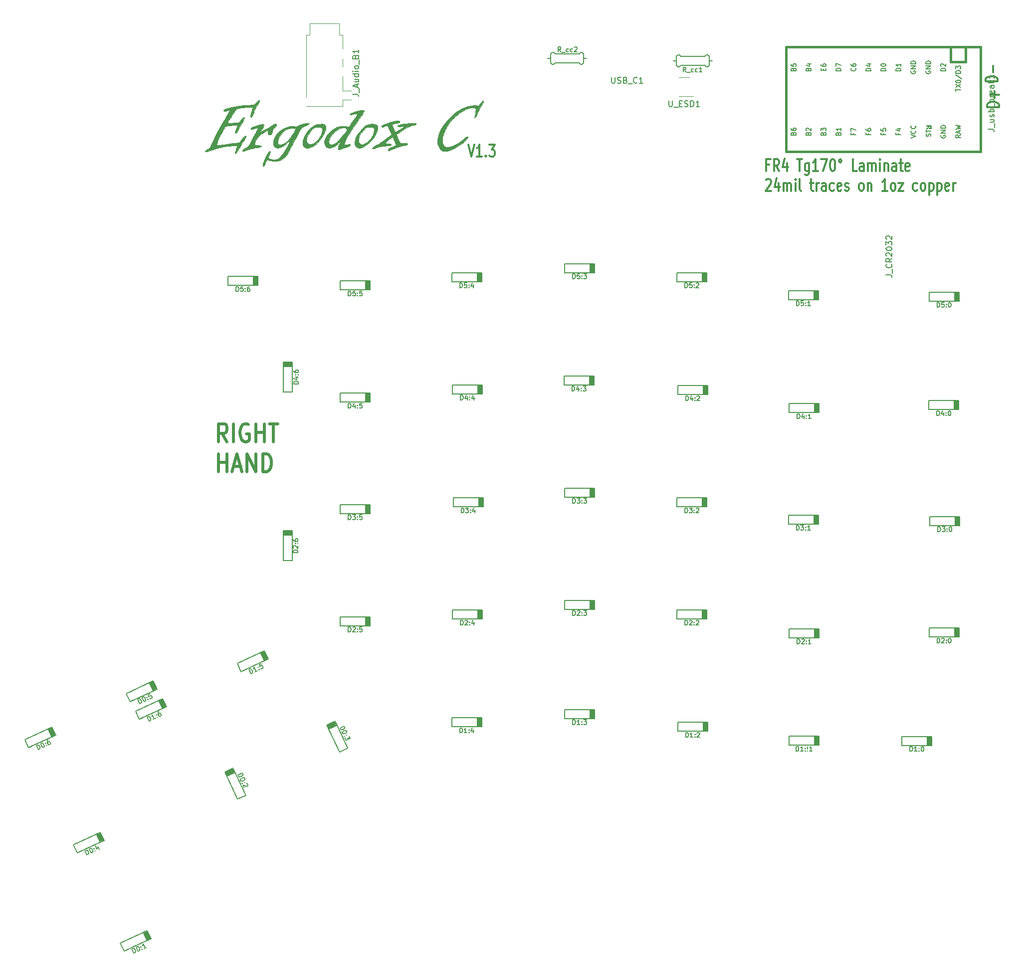
<source format=gto>
G04 #@! TF.GenerationSoftware,KiCad,Pcbnew,(5.0.2)-1*
G04 #@! TF.CreationDate,2019-05-01T14:48:35+05:30*
G04 #@! TF.ProjectId,ErgodoxBle,4572676f-646f-4784-926c-652e6b696361,rev?*
G04 #@! TF.SameCoordinates,Original*
G04 #@! TF.FileFunction,Legend,Top*
G04 #@! TF.FilePolarity,Positive*
%FSLAX46Y46*%
G04 Gerber Fmt 4.6, Leading zero omitted, Abs format (unit mm)*
G04 Created by KiCad (PCBNEW (5.0.2)-1) date 5/1/2019 2:48:35 PM*
%MOMM*%
%LPD*%
G01*
G04 APERTURE LIST*
%ADD10C,0.304800*%
%ADD11C,0.508000*%
%ADD12C,0.381000*%
%ADD13C,0.150000*%
%ADD14C,0.120000*%
%ADD15C,0.010000*%
G04 APERTURE END LIST*
D10*
X110641674Y-49402758D02*
X111149674Y-51434758D01*
X111657674Y-49402758D01*
X112963960Y-51434758D02*
X112093102Y-51434758D01*
X112528531Y-51434758D02*
X112528531Y-49402758D01*
X112383388Y-49693043D01*
X112238245Y-49886567D01*
X112093102Y-49983329D01*
X113617102Y-51241234D02*
X113689674Y-51337996D01*
X113617102Y-51434758D01*
X113544531Y-51337996D01*
X113617102Y-51241234D01*
X113617102Y-51434758D01*
X114197674Y-49402758D02*
X115141102Y-49402758D01*
X114633102Y-50176853D01*
X114850817Y-50176853D01*
X114995960Y-50273615D01*
X115068531Y-50370377D01*
X115141102Y-50563900D01*
X115141102Y-51047710D01*
X115068531Y-51241234D01*
X114995960Y-51337996D01*
X114850817Y-51434758D01*
X114415388Y-51434758D01*
X114270245Y-51337996D01*
X114197674Y-51241234D01*
X200705478Y-42990951D02*
X198673478Y-42990951D01*
X198673478Y-42628094D01*
X198770240Y-42410380D01*
X198963763Y-42265237D01*
X199157287Y-42192665D01*
X199544335Y-42120094D01*
X199834620Y-42120094D01*
X200221668Y-42192665D01*
X200415192Y-42265237D01*
X200608716Y-42410380D01*
X200705478Y-42628094D01*
X200705478Y-42990951D01*
X199931382Y-41466951D02*
X199931382Y-40305808D01*
X200705478Y-40886380D02*
X199157287Y-40886380D01*
X200487038Y-38634851D02*
X198455038Y-38634851D01*
X198455038Y-38271994D01*
X198551800Y-38054280D01*
X198745323Y-37909137D01*
X198938847Y-37836565D01*
X199325895Y-37763994D01*
X199616180Y-37763994D01*
X200003228Y-37836565D01*
X200196752Y-37909137D01*
X200390276Y-38054280D01*
X200487038Y-38271994D01*
X200487038Y-38634851D01*
X199712942Y-37110851D02*
X199712942Y-35949708D01*
D11*
X69696390Y-99803857D02*
X68849723Y-98352428D01*
X68244961Y-99803857D02*
X68244961Y-96755857D01*
X69212580Y-96755857D01*
X69454485Y-96901000D01*
X69575438Y-97046142D01*
X69696390Y-97336428D01*
X69696390Y-97771857D01*
X69575438Y-98062142D01*
X69454485Y-98207285D01*
X69212580Y-98352428D01*
X68244961Y-98352428D01*
X70784961Y-99803857D02*
X70784961Y-96755857D01*
X73324961Y-96901000D02*
X73083057Y-96755857D01*
X72720200Y-96755857D01*
X72357342Y-96901000D01*
X72115438Y-97191285D01*
X71994485Y-97481571D01*
X71873533Y-98062142D01*
X71873533Y-98497571D01*
X71994485Y-99078142D01*
X72115438Y-99368428D01*
X72357342Y-99658714D01*
X72720200Y-99803857D01*
X72962104Y-99803857D01*
X73324961Y-99658714D01*
X73445914Y-99513571D01*
X73445914Y-98497571D01*
X72962104Y-98497571D01*
X74534485Y-99803857D02*
X74534485Y-96755857D01*
X74534485Y-98207285D02*
X75985914Y-98207285D01*
X75985914Y-99803857D02*
X75985914Y-96755857D01*
X76832580Y-96755857D02*
X78284009Y-96755857D01*
X77558295Y-99803857D02*
X77558295Y-96755857D01*
X68244961Y-104883857D02*
X68244961Y-101835857D01*
X68244961Y-103287285D02*
X69696390Y-103287285D01*
X69696390Y-104883857D02*
X69696390Y-101835857D01*
X70784961Y-104013000D02*
X71994485Y-104013000D01*
X70543057Y-104883857D02*
X71389723Y-101835857D01*
X72236390Y-104883857D01*
X73083057Y-104883857D02*
X73083057Y-101835857D01*
X74534485Y-104883857D01*
X74534485Y-101835857D01*
X75744009Y-104883857D02*
X75744009Y-101835857D01*
X76348771Y-101835857D01*
X76711628Y-101981000D01*
X76953533Y-102271285D01*
X77074485Y-102561571D01*
X77195438Y-103142142D01*
X77195438Y-103577571D01*
X77074485Y-104158142D01*
X76953533Y-104448428D01*
X76711628Y-104738714D01*
X76348771Y-104883857D01*
X75744009Y-104883857D01*
D10*
X161723977Y-52788457D02*
X161215977Y-52788457D01*
X161215977Y-53852838D02*
X161215977Y-51820838D01*
X161941691Y-51820838D01*
X163393120Y-53852838D02*
X162885120Y-52885219D01*
X162522262Y-53852838D02*
X162522262Y-51820838D01*
X163102834Y-51820838D01*
X163247977Y-51917600D01*
X163320548Y-52014361D01*
X163393120Y-52207885D01*
X163393120Y-52498171D01*
X163320548Y-52691695D01*
X163247977Y-52788457D01*
X163102834Y-52885219D01*
X162522262Y-52885219D01*
X164699405Y-52498171D02*
X164699405Y-53852838D01*
X164336548Y-51724076D02*
X163973691Y-53175504D01*
X164917120Y-53175504D01*
X166441120Y-51820838D02*
X167311977Y-51820838D01*
X166876548Y-53852838D02*
X166876548Y-51820838D01*
X168473120Y-52498171D02*
X168473120Y-54143123D01*
X168400548Y-54336647D01*
X168327977Y-54433409D01*
X168182834Y-54530171D01*
X167965120Y-54530171D01*
X167819977Y-54433409D01*
X168473120Y-53756076D02*
X168327977Y-53852838D01*
X168037691Y-53852838D01*
X167892548Y-53756076D01*
X167819977Y-53659314D01*
X167747405Y-53465790D01*
X167747405Y-52885219D01*
X167819977Y-52691695D01*
X167892548Y-52594933D01*
X168037691Y-52498171D01*
X168327977Y-52498171D01*
X168473120Y-52594933D01*
X169997120Y-53852838D02*
X169126262Y-53852838D01*
X169561691Y-53852838D02*
X169561691Y-51820838D01*
X169416548Y-52111123D01*
X169271405Y-52304647D01*
X169126262Y-52401409D01*
X170505120Y-51820838D02*
X171521120Y-51820838D01*
X170867977Y-53852838D01*
X172391977Y-51820838D02*
X172537120Y-51820838D01*
X172682262Y-51917600D01*
X172754834Y-52014361D01*
X172827405Y-52207885D01*
X172899977Y-52594933D01*
X172899977Y-53078742D01*
X172827405Y-53465790D01*
X172754834Y-53659314D01*
X172682262Y-53756076D01*
X172537120Y-53852838D01*
X172391977Y-53852838D01*
X172246834Y-53756076D01*
X172174262Y-53659314D01*
X172101691Y-53465790D01*
X172029120Y-53078742D01*
X172029120Y-52594933D01*
X172101691Y-52207885D01*
X172174262Y-52014361D01*
X172246834Y-51917600D01*
X172391977Y-51820838D01*
X173770834Y-51820838D02*
X173625691Y-51917600D01*
X173553120Y-52111123D01*
X173625691Y-52304647D01*
X173770834Y-52401409D01*
X173915977Y-52304647D01*
X173988548Y-52111123D01*
X173915977Y-51917600D01*
X173770834Y-51820838D01*
X176601120Y-53852838D02*
X175875405Y-53852838D01*
X175875405Y-51820838D01*
X177762262Y-53852838D02*
X177762262Y-52788457D01*
X177689691Y-52594933D01*
X177544548Y-52498171D01*
X177254262Y-52498171D01*
X177109120Y-52594933D01*
X177762262Y-53756076D02*
X177617120Y-53852838D01*
X177254262Y-53852838D01*
X177109120Y-53756076D01*
X177036548Y-53562552D01*
X177036548Y-53369028D01*
X177109120Y-53175504D01*
X177254262Y-53078742D01*
X177617120Y-53078742D01*
X177762262Y-52981980D01*
X178487977Y-53852838D02*
X178487977Y-52498171D01*
X178487977Y-52691695D02*
X178560548Y-52594933D01*
X178705691Y-52498171D01*
X178923405Y-52498171D01*
X179068548Y-52594933D01*
X179141120Y-52788457D01*
X179141120Y-53852838D01*
X179141120Y-52788457D02*
X179213691Y-52594933D01*
X179358834Y-52498171D01*
X179576548Y-52498171D01*
X179721691Y-52594933D01*
X179794262Y-52788457D01*
X179794262Y-53852838D01*
X180519977Y-53852838D02*
X180519977Y-52498171D01*
X180519977Y-51820838D02*
X180447405Y-51917600D01*
X180519977Y-52014361D01*
X180592548Y-51917600D01*
X180519977Y-51820838D01*
X180519977Y-52014361D01*
X181245691Y-52498171D02*
X181245691Y-53852838D01*
X181245691Y-52691695D02*
X181318262Y-52594933D01*
X181463405Y-52498171D01*
X181681120Y-52498171D01*
X181826262Y-52594933D01*
X181898834Y-52788457D01*
X181898834Y-53852838D01*
X183277691Y-53852838D02*
X183277691Y-52788457D01*
X183205120Y-52594933D01*
X183059977Y-52498171D01*
X182769691Y-52498171D01*
X182624548Y-52594933D01*
X183277691Y-53756076D02*
X183132548Y-53852838D01*
X182769691Y-53852838D01*
X182624548Y-53756076D01*
X182551977Y-53562552D01*
X182551977Y-53369028D01*
X182624548Y-53175504D01*
X182769691Y-53078742D01*
X183132548Y-53078742D01*
X183277691Y-52981980D01*
X183785691Y-52498171D02*
X184366262Y-52498171D01*
X184003405Y-51820838D02*
X184003405Y-53562552D01*
X184075977Y-53756076D01*
X184221120Y-53852838D01*
X184366262Y-53852838D01*
X185454834Y-53756076D02*
X185309691Y-53852838D01*
X185019405Y-53852838D01*
X184874262Y-53756076D01*
X184801691Y-53562552D01*
X184801691Y-52788457D01*
X184874262Y-52594933D01*
X185019405Y-52498171D01*
X185309691Y-52498171D01*
X185454834Y-52594933D01*
X185527405Y-52788457D01*
X185527405Y-52981980D01*
X184801691Y-53175504D01*
X161143405Y-55367161D02*
X161215977Y-55270400D01*
X161361120Y-55173638D01*
X161723977Y-55173638D01*
X161869120Y-55270400D01*
X161941691Y-55367161D01*
X162014262Y-55560685D01*
X162014262Y-55754209D01*
X161941691Y-56044495D01*
X161070834Y-57205638D01*
X162014262Y-57205638D01*
X163320548Y-55850971D02*
X163320548Y-57205638D01*
X162957691Y-55076876D02*
X162594834Y-56528304D01*
X163538262Y-56528304D01*
X164118834Y-57205638D02*
X164118834Y-55850971D01*
X164118834Y-56044495D02*
X164191405Y-55947733D01*
X164336548Y-55850971D01*
X164554262Y-55850971D01*
X164699405Y-55947733D01*
X164771977Y-56141257D01*
X164771977Y-57205638D01*
X164771977Y-56141257D02*
X164844548Y-55947733D01*
X164989691Y-55850971D01*
X165207405Y-55850971D01*
X165352548Y-55947733D01*
X165425120Y-56141257D01*
X165425120Y-57205638D01*
X166150834Y-57205638D02*
X166150834Y-55850971D01*
X166150834Y-55173638D02*
X166078262Y-55270400D01*
X166150834Y-55367161D01*
X166223405Y-55270400D01*
X166150834Y-55173638D01*
X166150834Y-55367161D01*
X167094262Y-57205638D02*
X166949120Y-57108876D01*
X166876548Y-56915352D01*
X166876548Y-55173638D01*
X168618262Y-55850971D02*
X169198834Y-55850971D01*
X168835977Y-55173638D02*
X168835977Y-56915352D01*
X168908548Y-57108876D01*
X169053691Y-57205638D01*
X169198834Y-57205638D01*
X169706834Y-57205638D02*
X169706834Y-55850971D01*
X169706834Y-56238019D02*
X169779405Y-56044495D01*
X169851977Y-55947733D01*
X169997120Y-55850971D01*
X170142262Y-55850971D01*
X171303405Y-57205638D02*
X171303405Y-56141257D01*
X171230834Y-55947733D01*
X171085691Y-55850971D01*
X170795405Y-55850971D01*
X170650262Y-55947733D01*
X171303405Y-57108876D02*
X171158262Y-57205638D01*
X170795405Y-57205638D01*
X170650262Y-57108876D01*
X170577691Y-56915352D01*
X170577691Y-56721828D01*
X170650262Y-56528304D01*
X170795405Y-56431542D01*
X171158262Y-56431542D01*
X171303405Y-56334780D01*
X172682262Y-57108876D02*
X172537120Y-57205638D01*
X172246834Y-57205638D01*
X172101691Y-57108876D01*
X172029120Y-57012114D01*
X171956548Y-56818590D01*
X171956548Y-56238019D01*
X172029120Y-56044495D01*
X172101691Y-55947733D01*
X172246834Y-55850971D01*
X172537120Y-55850971D01*
X172682262Y-55947733D01*
X173915977Y-57108876D02*
X173770834Y-57205638D01*
X173480548Y-57205638D01*
X173335405Y-57108876D01*
X173262834Y-56915352D01*
X173262834Y-56141257D01*
X173335405Y-55947733D01*
X173480548Y-55850971D01*
X173770834Y-55850971D01*
X173915977Y-55947733D01*
X173988548Y-56141257D01*
X173988548Y-56334780D01*
X173262834Y-56528304D01*
X174569120Y-57108876D02*
X174714262Y-57205638D01*
X175004548Y-57205638D01*
X175149691Y-57108876D01*
X175222262Y-56915352D01*
X175222262Y-56818590D01*
X175149691Y-56625066D01*
X175004548Y-56528304D01*
X174786834Y-56528304D01*
X174641691Y-56431542D01*
X174569120Y-56238019D01*
X174569120Y-56141257D01*
X174641691Y-55947733D01*
X174786834Y-55850971D01*
X175004548Y-55850971D01*
X175149691Y-55947733D01*
X177254262Y-57205638D02*
X177109120Y-57108876D01*
X177036548Y-57012114D01*
X176963977Y-56818590D01*
X176963977Y-56238019D01*
X177036548Y-56044495D01*
X177109120Y-55947733D01*
X177254262Y-55850971D01*
X177471977Y-55850971D01*
X177617120Y-55947733D01*
X177689691Y-56044495D01*
X177762262Y-56238019D01*
X177762262Y-56818590D01*
X177689691Y-57012114D01*
X177617120Y-57108876D01*
X177471977Y-57205638D01*
X177254262Y-57205638D01*
X178415405Y-55850971D02*
X178415405Y-57205638D01*
X178415405Y-56044495D02*
X178487977Y-55947733D01*
X178633120Y-55850971D01*
X178850834Y-55850971D01*
X178995977Y-55947733D01*
X179068548Y-56141257D01*
X179068548Y-57205638D01*
X181753691Y-57205638D02*
X180882834Y-57205638D01*
X181318262Y-57205638D02*
X181318262Y-55173638D01*
X181173120Y-55463923D01*
X181027977Y-55657447D01*
X180882834Y-55754209D01*
X182624548Y-57205638D02*
X182479405Y-57108876D01*
X182406834Y-57012114D01*
X182334262Y-56818590D01*
X182334262Y-56238019D01*
X182406834Y-56044495D01*
X182479405Y-55947733D01*
X182624548Y-55850971D01*
X182842262Y-55850971D01*
X182987405Y-55947733D01*
X183059977Y-56044495D01*
X183132548Y-56238019D01*
X183132548Y-56818590D01*
X183059977Y-57012114D01*
X182987405Y-57108876D01*
X182842262Y-57205638D01*
X182624548Y-57205638D01*
X183640548Y-55850971D02*
X184438834Y-55850971D01*
X183640548Y-57205638D01*
X184438834Y-57205638D01*
X186833691Y-57108876D02*
X186688548Y-57205638D01*
X186398262Y-57205638D01*
X186253120Y-57108876D01*
X186180548Y-57012114D01*
X186107977Y-56818590D01*
X186107977Y-56238019D01*
X186180548Y-56044495D01*
X186253120Y-55947733D01*
X186398262Y-55850971D01*
X186688548Y-55850971D01*
X186833691Y-55947733D01*
X187704548Y-57205638D02*
X187559405Y-57108876D01*
X187486834Y-57012114D01*
X187414262Y-56818590D01*
X187414262Y-56238019D01*
X187486834Y-56044495D01*
X187559405Y-55947733D01*
X187704548Y-55850971D01*
X187922262Y-55850971D01*
X188067405Y-55947733D01*
X188139977Y-56044495D01*
X188212548Y-56238019D01*
X188212548Y-56818590D01*
X188139977Y-57012114D01*
X188067405Y-57108876D01*
X187922262Y-57205638D01*
X187704548Y-57205638D01*
X188865691Y-55850971D02*
X188865691Y-57882971D01*
X188865691Y-55947733D02*
X189010834Y-55850971D01*
X189301120Y-55850971D01*
X189446262Y-55947733D01*
X189518834Y-56044495D01*
X189591405Y-56238019D01*
X189591405Y-56818590D01*
X189518834Y-57012114D01*
X189446262Y-57108876D01*
X189301120Y-57205638D01*
X189010834Y-57205638D01*
X188865691Y-57108876D01*
X190244548Y-55850971D02*
X190244548Y-57882971D01*
X190244548Y-55947733D02*
X190389691Y-55850971D01*
X190679977Y-55850971D01*
X190825120Y-55947733D01*
X190897691Y-56044495D01*
X190970262Y-56238019D01*
X190970262Y-56818590D01*
X190897691Y-57012114D01*
X190825120Y-57108876D01*
X190679977Y-57205638D01*
X190389691Y-57205638D01*
X190244548Y-57108876D01*
X192203977Y-57108876D02*
X192058834Y-57205638D01*
X191768548Y-57205638D01*
X191623405Y-57108876D01*
X191550834Y-56915352D01*
X191550834Y-56141257D01*
X191623405Y-55947733D01*
X191768548Y-55850971D01*
X192058834Y-55850971D01*
X192203977Y-55947733D01*
X192276548Y-56141257D01*
X192276548Y-56334780D01*
X191550834Y-56528304D01*
X192929691Y-57205638D02*
X192929691Y-55850971D01*
X192929691Y-56238019D02*
X193002262Y-56044495D01*
X193074834Y-55947733D01*
X193219977Y-55850971D01*
X193365120Y-55850971D01*
D12*
G04 #@! TO.C,proMicro1*
X195084700Y-32809180D02*
X164604700Y-32809180D01*
X164604700Y-32809180D02*
X164604700Y-50589180D01*
X164604700Y-50589180D02*
X195084700Y-50589180D01*
X195084700Y-35349180D02*
X192544700Y-35349180D01*
X192544700Y-35349180D02*
X192544700Y-32809180D01*
D13*
G36*
X189205340Y-46630748D02*
X188905340Y-46630748D01*
X188905340Y-46530748D01*
X189205340Y-46530748D01*
X189205340Y-46630748D01*
G37*
X189205340Y-46630748D02*
X188905340Y-46630748D01*
X188905340Y-46530748D01*
X189205340Y-46530748D01*
X189205340Y-46630748D01*
G36*
X188805340Y-46430748D02*
X188705340Y-46430748D01*
X188705340Y-46330748D01*
X188805340Y-46330748D01*
X188805340Y-46430748D01*
G37*
X188805340Y-46430748D02*
X188705340Y-46430748D01*
X188705340Y-46330748D01*
X188805340Y-46330748D01*
X188805340Y-46430748D01*
G36*
X189205340Y-46630748D02*
X189105340Y-46630748D01*
X189105340Y-46130748D01*
X189205340Y-46130748D01*
X189205340Y-46630748D01*
G37*
X189205340Y-46630748D02*
X189105340Y-46630748D01*
X189105340Y-46130748D01*
X189205340Y-46130748D01*
X189205340Y-46630748D01*
G36*
X189205340Y-46230748D02*
X188405340Y-46230748D01*
X188405340Y-46130748D01*
X189205340Y-46130748D01*
X189205340Y-46230748D01*
G37*
X189205340Y-46230748D02*
X188405340Y-46230748D01*
X188405340Y-46130748D01*
X189205340Y-46130748D01*
X189205340Y-46230748D01*
G36*
X188605340Y-46630748D02*
X188405340Y-46630748D01*
X188405340Y-46530748D01*
X188605340Y-46530748D01*
X188605340Y-46630748D01*
G37*
X188605340Y-46630748D02*
X188405340Y-46630748D01*
X188405340Y-46530748D01*
X188605340Y-46530748D01*
X188605340Y-46630748D01*
D12*
X195084700Y-50589180D02*
X197624700Y-50589180D01*
X197624700Y-50589180D02*
X197624700Y-32809180D01*
X197624700Y-32809180D02*
X195084700Y-32809180D01*
X195084700Y-35349180D02*
X195084700Y-32809180D01*
D13*
G04 #@! TO.C,D0:1*
X52190593Y-186312837D02*
X56794637Y-184165936D01*
X56794637Y-184165936D02*
X56150567Y-182784723D01*
X56150567Y-182784723D02*
X51546523Y-184931624D01*
X51546523Y-184931624D02*
X52190593Y-186312837D01*
X52190593Y-186312837D02*
X52650998Y-186098147D01*
X56449334Y-184326954D02*
X55805263Y-182945741D01*
X55920364Y-182892068D02*
X56564435Y-184273281D01*
X56679536Y-184219609D02*
X56035466Y-182838396D01*
X55690162Y-182999413D02*
X56334233Y-184380626D01*
X56219131Y-184434299D02*
X55575061Y-183053086D01*
X56104030Y-184487971D02*
X55459960Y-183106758D01*
G04 #@! TO.C,D0:2*
X71018645Y-155922381D02*
X69637432Y-156566451D01*
X70964973Y-155807280D02*
X69583760Y-156451350D01*
X69530087Y-156336249D02*
X70911300Y-155692178D01*
X70750283Y-155346875D02*
X69369070Y-155990945D01*
X69422742Y-156106047D02*
X70803955Y-155461976D01*
X70857628Y-155577077D02*
X69476415Y-156221148D01*
X72843511Y-159835818D02*
X72628821Y-159375413D01*
X71462298Y-160479888D02*
X72843511Y-159835818D01*
X69315397Y-155875844D02*
X71462298Y-160479888D01*
X70696610Y-155231774D02*
X69315397Y-155875844D01*
X72843511Y-159835818D02*
X70696610Y-155231774D01*
G04 #@! TO.C,D0:3*
X90156057Y-151839987D02*
X88009156Y-147235943D01*
X88009156Y-147235943D02*
X86627943Y-147880013D01*
X86627943Y-147880013D02*
X88774844Y-152484057D01*
X88774844Y-152484057D02*
X90156057Y-151839987D01*
X90156057Y-151839987D02*
X89941367Y-151379582D01*
X88170174Y-147581246D02*
X86788961Y-148225317D01*
X86735288Y-148110216D02*
X88116501Y-147466145D01*
X88062829Y-147351044D02*
X86681616Y-147995114D01*
X86842633Y-148340418D02*
X88223846Y-147696347D01*
X88277519Y-147811449D02*
X86896306Y-148455519D01*
X88331191Y-147926550D02*
X86949978Y-148570620D01*
G04 #@! TO.C,D0:4*
X48141219Y-167792645D02*
X47497149Y-166411432D01*
X48256320Y-167738973D02*
X47612250Y-166357760D01*
X47727351Y-166304087D02*
X48371422Y-167685300D01*
X48716725Y-167524283D02*
X48072655Y-166143070D01*
X47957553Y-166196742D02*
X48601624Y-167577955D01*
X48486523Y-167631628D02*
X47842452Y-166250415D01*
X44227782Y-169617511D02*
X44688187Y-169402821D01*
X43583712Y-168236298D02*
X44227782Y-169617511D01*
X48187756Y-166089397D02*
X43583712Y-168236298D01*
X48831826Y-167470610D02*
X48187756Y-166089397D01*
X44227782Y-169617511D02*
X48831826Y-167470610D01*
G04 #@! TO.C,D0:5*
X53193982Y-143938111D02*
X57798026Y-141791210D01*
X57798026Y-141791210D02*
X57153956Y-140409997D01*
X57153956Y-140409997D02*
X52549912Y-142556898D01*
X52549912Y-142556898D02*
X53193982Y-143938111D01*
X53193982Y-143938111D02*
X53654387Y-143723421D01*
X57452723Y-141952228D02*
X56808652Y-140571015D01*
X56923753Y-140517342D02*
X57567824Y-141898555D01*
X57682925Y-141844883D02*
X57038855Y-140463670D01*
X56693551Y-140624687D02*
X57337622Y-142005900D01*
X57222520Y-142059573D02*
X56578450Y-140678360D01*
X57107419Y-142113245D02*
X56463349Y-140732032D01*
G04 #@! TO.C,D0:6*
X39906450Y-149926191D02*
X39262380Y-148544978D01*
X40021551Y-149872519D02*
X39377481Y-148491306D01*
X39492582Y-148437633D02*
X40136653Y-149818846D01*
X40481956Y-149657829D02*
X39837886Y-148276616D01*
X39722784Y-148330288D02*
X40366855Y-149711501D01*
X40251754Y-149765174D02*
X39607683Y-148383961D01*
X35993013Y-151751057D02*
X36453418Y-151536367D01*
X35348943Y-150369844D02*
X35993013Y-151751057D01*
X39952987Y-148222943D02*
X35348943Y-150369844D01*
X40597057Y-149604156D02*
X39952987Y-148222943D01*
X35993013Y-151751057D02*
X40597057Y-149604156D01*
G04 #@! TO.C,D1:0*
X188561980Y-151350980D02*
X188561980Y-149826980D01*
X188688980Y-151350980D02*
X188688980Y-149826980D01*
X188815980Y-149826980D02*
X188815980Y-151350980D01*
X189196980Y-151350980D02*
X189196980Y-149826980D01*
X189069980Y-149826980D02*
X189069980Y-151350980D01*
X188942980Y-151350980D02*
X188942980Y-149826980D01*
X184243980Y-151350980D02*
X184751980Y-151350980D01*
X184243980Y-149826980D02*
X184243980Y-151350980D01*
X189323980Y-149826980D02*
X184243980Y-149826980D01*
X189323980Y-151350980D02*
X189323980Y-149826980D01*
X184243980Y-151350980D02*
X189323980Y-151350980D01*
G04 #@! TO.C,D1:2*
X150495000Y-148971000D02*
X150495000Y-147447000D01*
X150622000Y-148971000D02*
X150622000Y-147447000D01*
X150749000Y-147447000D02*
X150749000Y-148971000D01*
X151130000Y-148971000D02*
X151130000Y-147447000D01*
X151003000Y-147447000D02*
X151003000Y-148971000D01*
X150876000Y-148971000D02*
X150876000Y-147447000D01*
X146177000Y-148971000D02*
X146685000Y-148971000D01*
X146177000Y-147447000D02*
X146177000Y-148971000D01*
X151257000Y-147447000D02*
X146177000Y-147447000D01*
X151257000Y-148971000D02*
X151257000Y-147447000D01*
X146177000Y-148971000D02*
X151257000Y-148971000D01*
G04 #@! TO.C,D1:3*
X127000000Y-146812000D02*
X132080000Y-146812000D01*
X132080000Y-146812000D02*
X132080000Y-145288000D01*
X132080000Y-145288000D02*
X127000000Y-145288000D01*
X127000000Y-145288000D02*
X127000000Y-146812000D01*
X127000000Y-146812000D02*
X127508000Y-146812000D01*
X131699000Y-146812000D02*
X131699000Y-145288000D01*
X131826000Y-145288000D02*
X131826000Y-146812000D01*
X131953000Y-146812000D02*
X131953000Y-145288000D01*
X131572000Y-145288000D02*
X131572000Y-146812000D01*
X131445000Y-146812000D02*
X131445000Y-145288000D01*
X131318000Y-146812000D02*
X131318000Y-145288000D01*
G04 #@! TO.C,D1:4*
X112141000Y-148209000D02*
X112141000Y-146685000D01*
X112268000Y-148209000D02*
X112268000Y-146685000D01*
X112395000Y-146685000D02*
X112395000Y-148209000D01*
X112776000Y-148209000D02*
X112776000Y-146685000D01*
X112649000Y-146685000D02*
X112649000Y-148209000D01*
X112522000Y-148209000D02*
X112522000Y-146685000D01*
X107823000Y-148209000D02*
X108331000Y-148209000D01*
X107823000Y-146685000D02*
X107823000Y-148209000D01*
X112903000Y-146685000D02*
X107823000Y-146685000D01*
X112903000Y-148209000D02*
X112903000Y-146685000D01*
X107823000Y-148209000D02*
X112903000Y-148209000D01*
G04 #@! TO.C,D1:5*
X75974450Y-137015525D02*
X75330380Y-135634312D01*
X76089551Y-136961853D02*
X75445481Y-135580640D01*
X75560582Y-135526967D02*
X76204653Y-136908180D01*
X76549956Y-136747163D02*
X75905886Y-135365950D01*
X75790784Y-135419622D02*
X76434855Y-136800835D01*
X76319754Y-136854508D02*
X75675683Y-135473295D01*
X72061013Y-138840391D02*
X72521418Y-138625701D01*
X71416943Y-137459178D02*
X72061013Y-138840391D01*
X76020987Y-135312277D02*
X71416943Y-137459178D01*
X76665057Y-136693490D02*
X76020987Y-135312277D01*
X72061013Y-138840391D02*
X76665057Y-136693490D01*
G04 #@! TO.C,D1:6*
X54789013Y-146925057D02*
X59393057Y-144778156D01*
X59393057Y-144778156D02*
X58748987Y-143396943D01*
X58748987Y-143396943D02*
X54144943Y-145543844D01*
X54144943Y-145543844D02*
X54789013Y-146925057D01*
X54789013Y-146925057D02*
X55249418Y-146710367D01*
X59047754Y-144939174D02*
X58403682Y-143557961D01*
X58518784Y-143504288D02*
X59162855Y-144885501D01*
X59277956Y-144831829D02*
X58633886Y-143450617D01*
X58288582Y-143611633D02*
X58932653Y-144992846D01*
X58817551Y-145046519D02*
X58173481Y-143665306D01*
X58702450Y-145100191D02*
X58058380Y-143718978D01*
G04 #@! TO.C,D1:!1*
X169418000Y-151325580D02*
X169418000Y-149801580D01*
X169545000Y-151325580D02*
X169545000Y-149801580D01*
X169672000Y-149801580D02*
X169672000Y-151325580D01*
X170053000Y-151325580D02*
X170053000Y-149801580D01*
X169926000Y-149801580D02*
X169926000Y-151325580D01*
X169799000Y-151325580D02*
X169799000Y-149801580D01*
X165100000Y-151325580D02*
X165608000Y-151325580D01*
X165100000Y-149801580D02*
X165100000Y-151325580D01*
X170180000Y-149801580D02*
X165100000Y-149801580D01*
X170180000Y-151325580D02*
X170180000Y-149801580D01*
X165100000Y-151325580D02*
X170180000Y-151325580D01*
G04 #@! TO.C,D2:0*
X188849000Y-132969000D02*
X193929000Y-132969000D01*
X193929000Y-132969000D02*
X193929000Y-131445000D01*
X193929000Y-131445000D02*
X188849000Y-131445000D01*
X188849000Y-131445000D02*
X188849000Y-132969000D01*
X188849000Y-132969000D02*
X189357000Y-132969000D01*
X193548000Y-132969000D02*
X193548000Y-131445000D01*
X193675000Y-131445000D02*
X193675000Y-132969000D01*
X193802000Y-132969000D02*
X193802000Y-131445000D01*
X193421000Y-131445000D02*
X193421000Y-132969000D01*
X193294000Y-132969000D02*
X193294000Y-131445000D01*
X193167000Y-132969000D02*
X193167000Y-131445000D01*
G04 #@! TO.C,D2:1*
X165100000Y-133096000D02*
X170180000Y-133096000D01*
X170180000Y-133096000D02*
X170180000Y-131572000D01*
X170180000Y-131572000D02*
X165100000Y-131572000D01*
X165100000Y-131572000D02*
X165100000Y-133096000D01*
X165100000Y-133096000D02*
X165608000Y-133096000D01*
X169799000Y-133096000D02*
X169799000Y-131572000D01*
X169926000Y-131572000D02*
X169926000Y-133096000D01*
X170053000Y-133096000D02*
X170053000Y-131572000D01*
X169672000Y-131572000D02*
X169672000Y-133096000D01*
X169545000Y-133096000D02*
X169545000Y-131572000D01*
X169418000Y-133096000D02*
X169418000Y-131572000D01*
G04 #@! TO.C,D2:2*
X150368000Y-129921000D02*
X150368000Y-128397000D01*
X150495000Y-129921000D02*
X150495000Y-128397000D01*
X150622000Y-128397000D02*
X150622000Y-129921000D01*
X151003000Y-129921000D02*
X151003000Y-128397000D01*
X150876000Y-128397000D02*
X150876000Y-129921000D01*
X150749000Y-129921000D02*
X150749000Y-128397000D01*
X146050000Y-129921000D02*
X146558000Y-129921000D01*
X146050000Y-128397000D02*
X146050000Y-129921000D01*
X151130000Y-128397000D02*
X146050000Y-128397000D01*
X151130000Y-129921000D02*
X151130000Y-128397000D01*
X146050000Y-129921000D02*
X151130000Y-129921000D01*
G04 #@! TO.C,D2:3*
X127000000Y-128270000D02*
X132080000Y-128270000D01*
X132080000Y-128270000D02*
X132080000Y-126746000D01*
X132080000Y-126746000D02*
X127000000Y-126746000D01*
X127000000Y-126746000D02*
X127000000Y-128270000D01*
X127000000Y-128270000D02*
X127508000Y-128270000D01*
X131699000Y-128270000D02*
X131699000Y-126746000D01*
X131826000Y-126746000D02*
X131826000Y-128270000D01*
X131953000Y-128270000D02*
X131953000Y-126746000D01*
X131572000Y-126746000D02*
X131572000Y-128270000D01*
X131445000Y-128270000D02*
X131445000Y-126746000D01*
X131318000Y-128270000D02*
X131318000Y-126746000D01*
G04 #@! TO.C,D2:4*
X112268000Y-129921000D02*
X112268000Y-128397000D01*
X112395000Y-129921000D02*
X112395000Y-128397000D01*
X112522000Y-128397000D02*
X112522000Y-129921000D01*
X112903000Y-129921000D02*
X112903000Y-128397000D01*
X112776000Y-128397000D02*
X112776000Y-129921000D01*
X112649000Y-129921000D02*
X112649000Y-128397000D01*
X107950000Y-129921000D02*
X108458000Y-129921000D01*
X107950000Y-128397000D02*
X107950000Y-129921000D01*
X113030000Y-128397000D02*
X107950000Y-128397000D01*
X113030000Y-129921000D02*
X113030000Y-128397000D01*
X107950000Y-129921000D02*
X113030000Y-129921000D01*
G04 #@! TO.C,D2:5*
X88900000Y-131064000D02*
X93980000Y-131064000D01*
X93980000Y-131064000D02*
X93980000Y-129540000D01*
X93980000Y-129540000D02*
X88900000Y-129540000D01*
X88900000Y-129540000D02*
X88900000Y-131064000D01*
X88900000Y-131064000D02*
X89408000Y-131064000D01*
X93599000Y-131064000D02*
X93599000Y-129540000D01*
X93726000Y-129540000D02*
X93726000Y-131064000D01*
X93853000Y-131064000D02*
X93853000Y-129540000D01*
X93472000Y-129540000D02*
X93472000Y-131064000D01*
X93345000Y-131064000D02*
X93345000Y-129540000D01*
X93218000Y-131064000D02*
X93218000Y-129540000D01*
G04 #@! TO.C,D2:6*
X80721200Y-115671600D02*
X79197200Y-115671600D01*
X80721200Y-115544600D02*
X79197200Y-115544600D01*
X79197200Y-115417600D02*
X80721200Y-115417600D01*
X80721200Y-115036600D02*
X79197200Y-115036600D01*
X79197200Y-115163600D02*
X80721200Y-115163600D01*
X80721200Y-115290600D02*
X79197200Y-115290600D01*
X80721200Y-119989600D02*
X80721200Y-119481600D01*
X79197200Y-119989600D02*
X80721200Y-119989600D01*
X79197200Y-114909600D02*
X79197200Y-119989600D01*
X80721200Y-114909600D02*
X79197200Y-114909600D01*
X80721200Y-119989600D02*
X80721200Y-114909600D01*
G04 #@! TO.C,D3:0*
X193294000Y-114046000D02*
X193294000Y-112522000D01*
X193421000Y-114046000D02*
X193421000Y-112522000D01*
X193548000Y-112522000D02*
X193548000Y-114046000D01*
X193929000Y-114046000D02*
X193929000Y-112522000D01*
X193802000Y-112522000D02*
X193802000Y-114046000D01*
X193675000Y-114046000D02*
X193675000Y-112522000D01*
X188976000Y-114046000D02*
X189484000Y-114046000D01*
X188976000Y-112522000D02*
X188976000Y-114046000D01*
X194056000Y-112522000D02*
X188976000Y-112522000D01*
X194056000Y-114046000D02*
X194056000Y-112522000D01*
X188976000Y-114046000D02*
X194056000Y-114046000D01*
G04 #@! TO.C,D3:1*
X164973000Y-113792000D02*
X170053000Y-113792000D01*
X170053000Y-113792000D02*
X170053000Y-112268000D01*
X170053000Y-112268000D02*
X164973000Y-112268000D01*
X164973000Y-112268000D02*
X164973000Y-113792000D01*
X164973000Y-113792000D02*
X165481000Y-113792000D01*
X169672000Y-113792000D02*
X169672000Y-112268000D01*
X169799000Y-112268000D02*
X169799000Y-113792000D01*
X169926000Y-113792000D02*
X169926000Y-112268000D01*
X169545000Y-112268000D02*
X169545000Y-113792000D01*
X169418000Y-113792000D02*
X169418000Y-112268000D01*
X169291000Y-113792000D02*
X169291000Y-112268000D01*
G04 #@! TO.C,D3:2*
X150368000Y-110871000D02*
X150368000Y-109347000D01*
X150495000Y-110871000D02*
X150495000Y-109347000D01*
X150622000Y-109347000D02*
X150622000Y-110871000D01*
X151003000Y-110871000D02*
X151003000Y-109347000D01*
X150876000Y-109347000D02*
X150876000Y-110871000D01*
X150749000Y-110871000D02*
X150749000Y-109347000D01*
X146050000Y-110871000D02*
X146558000Y-110871000D01*
X146050000Y-109347000D02*
X146050000Y-110871000D01*
X151130000Y-109347000D02*
X146050000Y-109347000D01*
X151130000Y-110871000D02*
X151130000Y-109347000D01*
X146050000Y-110871000D02*
X151130000Y-110871000D01*
G04 #@! TO.C,D3:3*
X127000000Y-109220000D02*
X132080000Y-109220000D01*
X132080000Y-109220000D02*
X132080000Y-107696000D01*
X132080000Y-107696000D02*
X127000000Y-107696000D01*
X127000000Y-107696000D02*
X127000000Y-109220000D01*
X127000000Y-109220000D02*
X127508000Y-109220000D01*
X131699000Y-109220000D02*
X131699000Y-107696000D01*
X131826000Y-107696000D02*
X131826000Y-109220000D01*
X131953000Y-109220000D02*
X131953000Y-107696000D01*
X131572000Y-107696000D02*
X131572000Y-109220000D01*
X131445000Y-109220000D02*
X131445000Y-107696000D01*
X131318000Y-109220000D02*
X131318000Y-107696000D01*
G04 #@! TO.C,D3:4*
X112395000Y-110871000D02*
X112395000Y-109347000D01*
X112522000Y-110871000D02*
X112522000Y-109347000D01*
X112649000Y-109347000D02*
X112649000Y-110871000D01*
X113030000Y-110871000D02*
X113030000Y-109347000D01*
X112903000Y-109347000D02*
X112903000Y-110871000D01*
X112776000Y-110871000D02*
X112776000Y-109347000D01*
X108077000Y-110871000D02*
X108585000Y-110871000D01*
X108077000Y-109347000D02*
X108077000Y-110871000D01*
X113157000Y-109347000D02*
X108077000Y-109347000D01*
X113157000Y-110871000D02*
X113157000Y-109347000D01*
X108077000Y-110871000D02*
X113157000Y-110871000D01*
G04 #@! TO.C,D3:5*
X88900000Y-112014000D02*
X93980000Y-112014000D01*
X93980000Y-112014000D02*
X93980000Y-110490000D01*
X93980000Y-110490000D02*
X88900000Y-110490000D01*
X88900000Y-110490000D02*
X88900000Y-112014000D01*
X88900000Y-112014000D02*
X89408000Y-112014000D01*
X93599000Y-112014000D02*
X93599000Y-110490000D01*
X93726000Y-110490000D02*
X93726000Y-112014000D01*
X93853000Y-112014000D02*
X93853000Y-110490000D01*
X93472000Y-110490000D02*
X93472000Y-112014000D01*
X93345000Y-112014000D02*
X93345000Y-110490000D01*
X93218000Y-112014000D02*
X93218000Y-110490000D01*
G04 #@! TO.C,D4:0*
X193141600Y-94361000D02*
X193141600Y-92837000D01*
X193268600Y-94361000D02*
X193268600Y-92837000D01*
X193395600Y-92837000D02*
X193395600Y-94361000D01*
X193776600Y-94361000D02*
X193776600Y-92837000D01*
X193649600Y-92837000D02*
X193649600Y-94361000D01*
X193522600Y-94361000D02*
X193522600Y-92837000D01*
X188823600Y-94361000D02*
X189331600Y-94361000D01*
X188823600Y-92837000D02*
X188823600Y-94361000D01*
X193903600Y-92837000D02*
X188823600Y-92837000D01*
X193903600Y-94361000D02*
X193903600Y-92837000D01*
X188823600Y-94361000D02*
X193903600Y-94361000D01*
G04 #@! TO.C,D4:1*
X165100000Y-94869000D02*
X170180000Y-94869000D01*
X170180000Y-94869000D02*
X170180000Y-93345000D01*
X170180000Y-93345000D02*
X165100000Y-93345000D01*
X165100000Y-93345000D02*
X165100000Y-94869000D01*
X165100000Y-94869000D02*
X165608000Y-94869000D01*
X169799000Y-94869000D02*
X169799000Y-93345000D01*
X169926000Y-93345000D02*
X169926000Y-94869000D01*
X170053000Y-94869000D02*
X170053000Y-93345000D01*
X169672000Y-93345000D02*
X169672000Y-94869000D01*
X169545000Y-94869000D02*
X169545000Y-93345000D01*
X169418000Y-94869000D02*
X169418000Y-93345000D01*
G04 #@! TO.C,D4:2*
X150495000Y-91821000D02*
X150495000Y-90297000D01*
X150622000Y-91821000D02*
X150622000Y-90297000D01*
X150749000Y-90297000D02*
X150749000Y-91821000D01*
X151130000Y-91821000D02*
X151130000Y-90297000D01*
X151003000Y-90297000D02*
X151003000Y-91821000D01*
X150876000Y-91821000D02*
X150876000Y-90297000D01*
X146177000Y-91821000D02*
X146685000Y-91821000D01*
X146177000Y-90297000D02*
X146177000Y-91821000D01*
X151257000Y-90297000D02*
X146177000Y-90297000D01*
X151257000Y-91821000D02*
X151257000Y-90297000D01*
X146177000Y-91821000D02*
X151257000Y-91821000D01*
G04 #@! TO.C,D4:3*
X126873000Y-90170000D02*
X131953000Y-90170000D01*
X131953000Y-90170000D02*
X131953000Y-88646000D01*
X131953000Y-88646000D02*
X126873000Y-88646000D01*
X126873000Y-88646000D02*
X126873000Y-90170000D01*
X126873000Y-90170000D02*
X127381000Y-90170000D01*
X131572000Y-90170000D02*
X131572000Y-88646000D01*
X131699000Y-88646000D02*
X131699000Y-90170000D01*
X131826000Y-90170000D02*
X131826000Y-88646000D01*
X131445000Y-88646000D02*
X131445000Y-90170000D01*
X131318000Y-90170000D02*
X131318000Y-88646000D01*
X131191000Y-90170000D02*
X131191000Y-88646000D01*
G04 #@! TO.C,D4:4*
X112268000Y-91694000D02*
X112268000Y-90170000D01*
X112395000Y-91694000D02*
X112395000Y-90170000D01*
X112522000Y-90170000D02*
X112522000Y-91694000D01*
X112903000Y-91694000D02*
X112903000Y-90170000D01*
X112776000Y-90170000D02*
X112776000Y-91694000D01*
X112649000Y-91694000D02*
X112649000Y-90170000D01*
X107950000Y-91694000D02*
X108458000Y-91694000D01*
X107950000Y-90170000D02*
X107950000Y-91694000D01*
X113030000Y-90170000D02*
X107950000Y-90170000D01*
X113030000Y-91694000D02*
X113030000Y-90170000D01*
X107950000Y-91694000D02*
X113030000Y-91694000D01*
G04 #@! TO.C,D4:5*
X88900000Y-93091000D02*
X93980000Y-93091000D01*
X93980000Y-93091000D02*
X93980000Y-91567000D01*
X93980000Y-91567000D02*
X88900000Y-91567000D01*
X88900000Y-91567000D02*
X88900000Y-93091000D01*
X88900000Y-93091000D02*
X89408000Y-93091000D01*
X93599000Y-93091000D02*
X93599000Y-91567000D01*
X93726000Y-91567000D02*
X93726000Y-93091000D01*
X93853000Y-93091000D02*
X93853000Y-91567000D01*
X93472000Y-91567000D02*
X93472000Y-93091000D01*
X93345000Y-93091000D02*
X93345000Y-91567000D01*
X93218000Y-93091000D02*
X93218000Y-91567000D01*
G04 #@! TO.C,D4:6*
X80772000Y-87020400D02*
X79248000Y-87020400D01*
X80772000Y-86893400D02*
X79248000Y-86893400D01*
X79248000Y-86766400D02*
X80772000Y-86766400D01*
X80772000Y-86385400D02*
X79248000Y-86385400D01*
X79248000Y-86512400D02*
X80772000Y-86512400D01*
X80772000Y-86639400D02*
X79248000Y-86639400D01*
X80772000Y-91338400D02*
X80772000Y-90830400D01*
X79248000Y-91338400D02*
X80772000Y-91338400D01*
X79248000Y-86258400D02*
X79248000Y-91338400D01*
X80772000Y-86258400D02*
X79248000Y-86258400D01*
X80772000Y-91338400D02*
X80772000Y-86258400D01*
G04 #@! TO.C,D5:0*
X188849000Y-75946000D02*
X193929000Y-75946000D01*
X193929000Y-75946000D02*
X193929000Y-74422000D01*
X193929000Y-74422000D02*
X188849000Y-74422000D01*
X188849000Y-74422000D02*
X188849000Y-75946000D01*
X188849000Y-75946000D02*
X189357000Y-75946000D01*
X193548000Y-75946000D02*
X193548000Y-74422000D01*
X193675000Y-74422000D02*
X193675000Y-75946000D01*
X193802000Y-75946000D02*
X193802000Y-74422000D01*
X193421000Y-74422000D02*
X193421000Y-75946000D01*
X193294000Y-75946000D02*
X193294000Y-74422000D01*
X193167000Y-75946000D02*
X193167000Y-74422000D01*
G04 #@! TO.C,D5:1*
X169291000Y-75692000D02*
X169291000Y-74168000D01*
X169418000Y-75692000D02*
X169418000Y-74168000D01*
X169545000Y-74168000D02*
X169545000Y-75692000D01*
X169926000Y-75692000D02*
X169926000Y-74168000D01*
X169799000Y-74168000D02*
X169799000Y-75692000D01*
X169672000Y-75692000D02*
X169672000Y-74168000D01*
X164973000Y-75692000D02*
X165481000Y-75692000D01*
X164973000Y-74168000D02*
X164973000Y-75692000D01*
X170053000Y-74168000D02*
X164973000Y-74168000D01*
X170053000Y-75692000D02*
X170053000Y-74168000D01*
X164973000Y-75692000D02*
X170053000Y-75692000D01*
G04 #@! TO.C,D5:2*
X146050000Y-72644000D02*
X151130000Y-72644000D01*
X151130000Y-72644000D02*
X151130000Y-71120000D01*
X151130000Y-71120000D02*
X146050000Y-71120000D01*
X146050000Y-71120000D02*
X146050000Y-72644000D01*
X146050000Y-72644000D02*
X146558000Y-72644000D01*
X150749000Y-72644000D02*
X150749000Y-71120000D01*
X150876000Y-71120000D02*
X150876000Y-72644000D01*
X151003000Y-72644000D02*
X151003000Y-71120000D01*
X150622000Y-71120000D02*
X150622000Y-72644000D01*
X150495000Y-72644000D02*
X150495000Y-71120000D01*
X150368000Y-72644000D02*
X150368000Y-71120000D01*
G04 #@! TO.C,D5:3*
X131318000Y-71120000D02*
X131318000Y-69596000D01*
X131445000Y-71120000D02*
X131445000Y-69596000D01*
X131572000Y-69596000D02*
X131572000Y-71120000D01*
X131953000Y-71120000D02*
X131953000Y-69596000D01*
X131826000Y-69596000D02*
X131826000Y-71120000D01*
X131699000Y-71120000D02*
X131699000Y-69596000D01*
X127000000Y-71120000D02*
X127508000Y-71120000D01*
X127000000Y-69596000D02*
X127000000Y-71120000D01*
X132080000Y-69596000D02*
X127000000Y-69596000D01*
X132080000Y-71120000D02*
X132080000Y-69596000D01*
X127000000Y-71120000D02*
X132080000Y-71120000D01*
G04 #@! TO.C,D5:4*
X107823000Y-72644000D02*
X112903000Y-72644000D01*
X112903000Y-72644000D02*
X112903000Y-71120000D01*
X112903000Y-71120000D02*
X107823000Y-71120000D01*
X107823000Y-71120000D02*
X107823000Y-72644000D01*
X107823000Y-72644000D02*
X108331000Y-72644000D01*
X112522000Y-72644000D02*
X112522000Y-71120000D01*
X112649000Y-71120000D02*
X112649000Y-72644000D01*
X112776000Y-72644000D02*
X112776000Y-71120000D01*
X112395000Y-71120000D02*
X112395000Y-72644000D01*
X112268000Y-72644000D02*
X112268000Y-71120000D01*
X112141000Y-72644000D02*
X112141000Y-71120000D01*
G04 #@! TO.C,D5:5*
X93218000Y-74041000D02*
X93218000Y-72517000D01*
X93345000Y-74041000D02*
X93345000Y-72517000D01*
X93472000Y-72517000D02*
X93472000Y-74041000D01*
X93853000Y-74041000D02*
X93853000Y-72517000D01*
X93726000Y-72517000D02*
X93726000Y-74041000D01*
X93599000Y-74041000D02*
X93599000Y-72517000D01*
X88900000Y-74041000D02*
X89408000Y-74041000D01*
X88900000Y-72517000D02*
X88900000Y-74041000D01*
X93980000Y-72517000D02*
X88900000Y-72517000D01*
X93980000Y-74041000D02*
X93980000Y-72517000D01*
X88900000Y-74041000D02*
X93980000Y-74041000D01*
G04 #@! TO.C,D5:6*
X69850000Y-73279000D02*
X74930000Y-73279000D01*
X74930000Y-73279000D02*
X74930000Y-71755000D01*
X74930000Y-71755000D02*
X69850000Y-71755000D01*
X69850000Y-71755000D02*
X69850000Y-73279000D01*
X69850000Y-73279000D02*
X70358000Y-73279000D01*
X74549000Y-73279000D02*
X74549000Y-71755000D01*
X74676000Y-71755000D02*
X74676000Y-73279000D01*
X74803000Y-73279000D02*
X74803000Y-71755000D01*
X74422000Y-71755000D02*
X74422000Y-73279000D01*
X74295000Y-73279000D02*
X74295000Y-71755000D01*
X74168000Y-73279000D02*
X74168000Y-71755000D01*
G04 #@! TO.C,R_cc1*
X151493220Y-35148520D02*
X152001220Y-35148520D01*
X145397220Y-35148520D02*
X145905220Y-35148520D01*
X145905220Y-35910520D02*
X145905220Y-34386520D01*
X146159220Y-36164520D02*
X145905220Y-35910520D01*
X146413220Y-36164520D02*
X146159220Y-36164520D01*
X146667220Y-35910520D02*
X146413220Y-36164520D01*
X150731220Y-35910520D02*
X146667220Y-35910520D01*
X150985220Y-36164520D02*
X150731220Y-35910520D01*
X151239220Y-36164520D02*
X150985220Y-36164520D01*
X151493220Y-35910520D02*
X151239220Y-36164520D01*
X151493220Y-34386520D02*
X151493220Y-35910520D01*
X151239220Y-34132520D02*
X151493220Y-34386520D01*
X150985220Y-34132520D02*
X151239220Y-34132520D01*
X150731220Y-34386520D02*
X150985220Y-34132520D01*
X146667220Y-34386520D02*
X150731220Y-34386520D01*
X146413220Y-34132520D02*
X146667220Y-34386520D01*
X146159220Y-34132520D02*
X146413220Y-34132520D01*
X145905220Y-34386520D02*
X146159220Y-34132520D01*
G04 #@! TO.C,R_cc2*
X130225800Y-35509200D02*
X129971800Y-35763200D01*
X129971800Y-35763200D02*
X129717800Y-35763200D01*
X129717800Y-35763200D02*
X129463800Y-35509200D01*
X129463800Y-35509200D02*
X125399800Y-35509200D01*
X125399800Y-35509200D02*
X125145800Y-35763200D01*
X125145800Y-35763200D02*
X124891800Y-35763200D01*
X124891800Y-35763200D02*
X124637800Y-35509200D01*
X124637800Y-35509200D02*
X124637800Y-33985200D01*
X124637800Y-33985200D02*
X124891800Y-33731200D01*
X124891800Y-33731200D02*
X125145800Y-33731200D01*
X125145800Y-33731200D02*
X125399800Y-33985200D01*
X125399800Y-33985200D02*
X129463800Y-33985200D01*
X129463800Y-33985200D02*
X129717800Y-33731200D01*
X129717800Y-33731200D02*
X129971800Y-33731200D01*
X129971800Y-33731200D02*
X130225800Y-33985200D01*
X130225800Y-33985200D02*
X130225800Y-35509200D01*
X130733800Y-34747200D02*
X130225800Y-34747200D01*
X124637800Y-34747200D02*
X124129800Y-34747200D01*
D14*
G04 #@! TO.C,J_Audio_B1*
X83715220Y-30764880D02*
X83715220Y-28764880D01*
X88715220Y-30764880D02*
X88715220Y-28764880D01*
X88715220Y-28764880D02*
X83715220Y-28764880D01*
X83715220Y-30764880D02*
X83115220Y-30764880D01*
X89315220Y-30764880D02*
X88715220Y-30764880D01*
X83115220Y-42864880D02*
X89315220Y-42864880D01*
X89315220Y-30764880D02*
X89315220Y-33139880D01*
X89315220Y-34789880D02*
X89315220Y-36139880D01*
X89315220Y-37789880D02*
X89315220Y-40189880D01*
X89315220Y-41739880D02*
X89315220Y-42864880D01*
X83115220Y-41289880D02*
X83115220Y-30764880D01*
X89315220Y-41739880D02*
X90715220Y-41739880D01*
X89315220Y-40189880D02*
X90715220Y-40189880D01*
D15*
G04 #@! TO.C,G\002A\002A\002A*
G36*
X94712466Y-45859784D02*
X95002854Y-45940302D01*
X95166117Y-46104536D01*
X95230813Y-46373740D01*
X95234975Y-46562640D01*
X95138694Y-47101147D01*
X94875135Y-47695012D01*
X94452994Y-48327676D01*
X94068936Y-48783508D01*
X93556607Y-49281012D01*
X93052203Y-49652412D01*
X92578311Y-49887022D01*
X92157519Y-49974156D01*
X91812414Y-49903127D01*
X91762863Y-49874532D01*
X91501046Y-49639872D01*
X91371256Y-49330833D01*
X91342521Y-49000572D01*
X91402966Y-48592016D01*
X91999488Y-48592016D01*
X92034178Y-48930614D01*
X92158587Y-49139025D01*
X92377000Y-49268631D01*
X92607819Y-49326959D01*
X92855137Y-49288531D01*
X93171100Y-49140560D01*
X93362122Y-49027078D01*
X93763986Y-48696770D01*
X94150629Y-48234193D01*
X94466951Y-47705659D01*
X94476481Y-47685925D01*
X94581081Y-47364660D01*
X94626165Y-47007335D01*
X94609594Y-46686046D01*
X94529228Y-46472887D01*
X94512976Y-46455967D01*
X94358463Y-46399763D01*
X94084839Y-46366798D01*
X93850237Y-46362920D01*
X93573240Y-46376290D01*
X93376405Y-46420266D01*
X93204394Y-46526093D01*
X93001867Y-46725019D01*
X92790107Y-46961522D01*
X92377943Y-47486105D01*
X92122457Y-47958378D01*
X92008674Y-48409225D01*
X91999488Y-48592016D01*
X91402966Y-48592016D01*
X91425121Y-48442276D01*
X91682453Y-47847180D01*
X92117576Y-47208896D01*
X92313505Y-46972879D01*
X92756038Y-46496104D01*
X93142144Y-46168700D01*
X93513404Y-45966583D01*
X93911399Y-45865669D01*
X94266396Y-45841726D01*
X94712466Y-45859784D01*
X94712466Y-45859784D01*
G37*
X94712466Y-45859784D02*
X95002854Y-45940302D01*
X95166117Y-46104536D01*
X95230813Y-46373740D01*
X95234975Y-46562640D01*
X95138694Y-47101147D01*
X94875135Y-47695012D01*
X94452994Y-48327676D01*
X94068936Y-48783508D01*
X93556607Y-49281012D01*
X93052203Y-49652412D01*
X92578311Y-49887022D01*
X92157519Y-49974156D01*
X91812414Y-49903127D01*
X91762863Y-49874532D01*
X91501046Y-49639872D01*
X91371256Y-49330833D01*
X91342521Y-49000572D01*
X91402966Y-48592016D01*
X91999488Y-48592016D01*
X92034178Y-48930614D01*
X92158587Y-49139025D01*
X92377000Y-49268631D01*
X92607819Y-49326959D01*
X92855137Y-49288531D01*
X93171100Y-49140560D01*
X93362122Y-49027078D01*
X93763986Y-48696770D01*
X94150629Y-48234193D01*
X94466951Y-47705659D01*
X94476481Y-47685925D01*
X94581081Y-47364660D01*
X94626165Y-47007335D01*
X94609594Y-46686046D01*
X94529228Y-46472887D01*
X94512976Y-46455967D01*
X94358463Y-46399763D01*
X94084839Y-46366798D01*
X93850237Y-46362920D01*
X93573240Y-46376290D01*
X93376405Y-46420266D01*
X93204394Y-46526093D01*
X93001867Y-46725019D01*
X92790107Y-46961522D01*
X92377943Y-47486105D01*
X92122457Y-47958378D01*
X92008674Y-48409225D01*
X91999488Y-48592016D01*
X91402966Y-48592016D01*
X91425121Y-48442276D01*
X91682453Y-47847180D01*
X92117576Y-47208896D01*
X92313505Y-46972879D01*
X92756038Y-46496104D01*
X93142144Y-46168700D01*
X93513404Y-45966583D01*
X93911399Y-45865669D01*
X94266396Y-45841726D01*
X94712466Y-45859784D01*
G36*
X86026237Y-45851764D02*
X86166630Y-45900091D01*
X86262580Y-45995599D01*
X86297878Y-46047316D01*
X86415877Y-46312817D01*
X86430008Y-46617641D01*
X86336240Y-47004118D01*
X86165664Y-47435354D01*
X85832140Y-48039486D01*
X85380575Y-48637901D01*
X84861874Y-49173442D01*
X84326940Y-49588951D01*
X84159761Y-49687706D01*
X83695968Y-49901802D01*
X83332244Y-49980185D01*
X83033105Y-49928061D01*
X82919900Y-49869565D01*
X82652325Y-49632157D01*
X82523345Y-49311171D01*
X82500477Y-49027080D01*
X82562058Y-48629145D01*
X83157275Y-48629145D01*
X83217286Y-48954654D01*
X83319714Y-49099675D01*
X83621921Y-49294244D01*
X83954515Y-49319252D01*
X84346134Y-49173688D01*
X84542655Y-49056557D01*
X84902568Y-48750826D01*
X85244555Y-48334881D01*
X85534053Y-47864789D01*
X85736501Y-47396617D01*
X85817279Y-46988810D01*
X85789185Y-46664939D01*
X85665382Y-46467889D01*
X85417665Y-46375321D01*
X85028978Y-46364375D01*
X84712411Y-46390022D01*
X84490882Y-46456101D01*
X84289193Y-46599243D01*
X84043014Y-46844652D01*
X83674053Y-47296610D01*
X83396329Y-47766856D01*
X83220513Y-48222123D01*
X83157275Y-48629145D01*
X82562058Y-48629145D01*
X82577207Y-48531256D01*
X82795715Y-47979340D01*
X83131524Y-47410369D01*
X83560154Y-46863376D01*
X84057128Y-46377397D01*
X84266231Y-46211312D01*
X84521409Y-46040256D01*
X84761639Y-45937805D01*
X85057310Y-45882227D01*
X85421266Y-45854728D01*
X85793686Y-45840138D01*
X86026237Y-45851764D01*
X86026237Y-45851764D01*
G37*
X86026237Y-45851764D02*
X86166630Y-45900091D01*
X86262580Y-45995599D01*
X86297878Y-46047316D01*
X86415877Y-46312817D01*
X86430008Y-46617641D01*
X86336240Y-47004118D01*
X86165664Y-47435354D01*
X85832140Y-48039486D01*
X85380575Y-48637901D01*
X84861874Y-49173442D01*
X84326940Y-49588951D01*
X84159761Y-49687706D01*
X83695968Y-49901802D01*
X83332244Y-49980185D01*
X83033105Y-49928061D01*
X82919900Y-49869565D01*
X82652325Y-49632157D01*
X82523345Y-49311171D01*
X82500477Y-49027080D01*
X82562058Y-48629145D01*
X83157275Y-48629145D01*
X83217286Y-48954654D01*
X83319714Y-49099675D01*
X83621921Y-49294244D01*
X83954515Y-49319252D01*
X84346134Y-49173688D01*
X84542655Y-49056557D01*
X84902568Y-48750826D01*
X85244555Y-48334881D01*
X85534053Y-47864789D01*
X85736501Y-47396617D01*
X85817279Y-46988810D01*
X85789185Y-46664939D01*
X85665382Y-46467889D01*
X85417665Y-46375321D01*
X85028978Y-46364375D01*
X84712411Y-46390022D01*
X84490882Y-46456101D01*
X84289193Y-46599243D01*
X84043014Y-46844652D01*
X83674053Y-47296610D01*
X83396329Y-47766856D01*
X83220513Y-48222123D01*
X83157275Y-48629145D01*
X82562058Y-48629145D01*
X82577207Y-48531256D01*
X82795715Y-47979340D01*
X83131524Y-47410369D01*
X83560154Y-46863376D01*
X84057128Y-46377397D01*
X84266231Y-46211312D01*
X84521409Y-46040256D01*
X84761639Y-45937805D01*
X85057310Y-45882227D01*
X85421266Y-45854728D01*
X85793686Y-45840138D01*
X86026237Y-45851764D01*
G36*
X92843897Y-43548418D02*
X92900655Y-43716413D01*
X92806141Y-43983529D01*
X92644948Y-44230222D01*
X92133926Y-44929666D01*
X91633168Y-45643646D01*
X91156212Y-46350369D01*
X90716594Y-47028041D01*
X90327850Y-47654867D01*
X90003516Y-48209056D01*
X89757128Y-48668812D01*
X89602223Y-49012342D01*
X89552122Y-49209756D01*
X89569721Y-49319733D01*
X89652284Y-49367426D01*
X89844463Y-49363753D01*
X90069529Y-49336275D01*
X90373781Y-49305378D01*
X90532837Y-49321682D01*
X90585682Y-49390868D01*
X90586937Y-49411677D01*
X90504090Y-49493713D01*
X90284863Y-49616109D01*
X89973225Y-49761331D01*
X89613147Y-49911845D01*
X89248597Y-50050118D01*
X88923547Y-50158616D01*
X88681965Y-50219804D01*
X88568276Y-50216659D01*
X88515828Y-50026302D01*
X88567067Y-49713884D01*
X88714097Y-49320950D01*
X88754788Y-49235372D01*
X88992269Y-48753001D01*
X88597267Y-49118156D01*
X88082142Y-49526993D01*
X87585289Y-49794439D01*
X87129034Y-49915197D01*
X86735705Y-49883972D01*
X86427627Y-49695470D01*
X86382222Y-49643516D01*
X86210655Y-49280726D01*
X86199139Y-48926080D01*
X86962128Y-48926080D01*
X87040429Y-49218998D01*
X87234965Y-49373092D01*
X87529222Y-49380801D01*
X87906685Y-49234567D01*
X88201294Y-49044202D01*
X88474234Y-48803899D01*
X88811220Y-48452470D01*
X89169940Y-48040300D01*
X89508082Y-47617775D01*
X89783335Y-47235281D01*
X89937570Y-46976610D01*
X89998393Y-46736243D01*
X89896210Y-46581232D01*
X89626627Y-46507931D01*
X89365842Y-46502162D01*
X88852195Y-46609086D01*
X88326105Y-46872552D01*
X87831441Y-47255221D01*
X87412069Y-47719751D01*
X87111861Y-48228800D01*
X87016576Y-48501897D01*
X86962128Y-48926080D01*
X86199139Y-48926080D01*
X86196421Y-48842386D01*
X86332955Y-48352726D01*
X86613689Y-47835978D01*
X87005150Y-47345079D01*
X87613582Y-46800424D01*
X88261346Y-46423164D01*
X88924525Y-46222989D01*
X89579204Y-46209589D01*
X89740270Y-46236878D01*
X90020093Y-46291758D01*
X90228313Y-46325640D01*
X90274978Y-46330255D01*
X90371826Y-46253873D01*
X90545570Y-46046770D01*
X90769601Y-45747917D01*
X91017311Y-45396283D01*
X91262091Y-45030837D01*
X91477333Y-44690549D01*
X91636429Y-44414388D01*
X91712770Y-44241323D01*
X91715825Y-44220046D01*
X91669760Y-44127003D01*
X91504557Y-44124971D01*
X91410085Y-44144131D01*
X90978483Y-44237637D01*
X90700807Y-44282319D01*
X90548881Y-44280444D01*
X90494526Y-44234281D01*
X90492863Y-44217948D01*
X90566484Y-44086071D01*
X90674645Y-44001559D01*
X90867725Y-43921848D01*
X91188183Y-43820095D01*
X91578400Y-43711312D01*
X91980759Y-43610509D01*
X92337643Y-43532697D01*
X92591435Y-43492884D01*
X92636000Y-43490591D01*
X92843897Y-43548418D01*
X92843897Y-43548418D01*
G37*
X92843897Y-43548418D02*
X92900655Y-43716413D01*
X92806141Y-43983529D01*
X92644948Y-44230222D01*
X92133926Y-44929666D01*
X91633168Y-45643646D01*
X91156212Y-46350369D01*
X90716594Y-47028041D01*
X90327850Y-47654867D01*
X90003516Y-48209056D01*
X89757128Y-48668812D01*
X89602223Y-49012342D01*
X89552122Y-49209756D01*
X89569721Y-49319733D01*
X89652284Y-49367426D01*
X89844463Y-49363753D01*
X90069529Y-49336275D01*
X90373781Y-49305378D01*
X90532837Y-49321682D01*
X90585682Y-49390868D01*
X90586937Y-49411677D01*
X90504090Y-49493713D01*
X90284863Y-49616109D01*
X89973225Y-49761331D01*
X89613147Y-49911845D01*
X89248597Y-50050118D01*
X88923547Y-50158616D01*
X88681965Y-50219804D01*
X88568276Y-50216659D01*
X88515828Y-50026302D01*
X88567067Y-49713884D01*
X88714097Y-49320950D01*
X88754788Y-49235372D01*
X88992269Y-48753001D01*
X88597267Y-49118156D01*
X88082142Y-49526993D01*
X87585289Y-49794439D01*
X87129034Y-49915197D01*
X86735705Y-49883972D01*
X86427627Y-49695470D01*
X86382222Y-49643516D01*
X86210655Y-49280726D01*
X86199139Y-48926080D01*
X86962128Y-48926080D01*
X87040429Y-49218998D01*
X87234965Y-49373092D01*
X87529222Y-49380801D01*
X87906685Y-49234567D01*
X88201294Y-49044202D01*
X88474234Y-48803899D01*
X88811220Y-48452470D01*
X89169940Y-48040300D01*
X89508082Y-47617775D01*
X89783335Y-47235281D01*
X89937570Y-46976610D01*
X89998393Y-46736243D01*
X89896210Y-46581232D01*
X89626627Y-46507931D01*
X89365842Y-46502162D01*
X88852195Y-46609086D01*
X88326105Y-46872552D01*
X87831441Y-47255221D01*
X87412069Y-47719751D01*
X87111861Y-48228800D01*
X87016576Y-48501897D01*
X86962128Y-48926080D01*
X86199139Y-48926080D01*
X86196421Y-48842386D01*
X86332955Y-48352726D01*
X86613689Y-47835978D01*
X87005150Y-47345079D01*
X87613582Y-46800424D01*
X88261346Y-46423164D01*
X88924525Y-46222989D01*
X89579204Y-46209589D01*
X89740270Y-46236878D01*
X90020093Y-46291758D01*
X90228313Y-46325640D01*
X90274978Y-46330255D01*
X90371826Y-46253873D01*
X90545570Y-46046770D01*
X90769601Y-45747917D01*
X91017311Y-45396283D01*
X91262091Y-45030837D01*
X91477333Y-44690549D01*
X91636429Y-44414388D01*
X91712770Y-44241323D01*
X91715825Y-44220046D01*
X91669760Y-44127003D01*
X91504557Y-44124971D01*
X91410085Y-44144131D01*
X90978483Y-44237637D01*
X90700807Y-44282319D01*
X90548881Y-44280444D01*
X90494526Y-44234281D01*
X90492863Y-44217948D01*
X90566484Y-44086071D01*
X90674645Y-44001559D01*
X90867725Y-43921848D01*
X91188183Y-43820095D01*
X91578400Y-43711312D01*
X91980759Y-43610509D01*
X92337643Y-43532697D01*
X92591435Y-43492884D01*
X92636000Y-43490591D01*
X92843897Y-43548418D01*
G36*
X98794284Y-45333809D02*
X98946504Y-45416700D01*
X98959529Y-45471080D01*
X98943320Y-45606658D01*
X98929770Y-45623480D01*
X98796603Y-45642548D01*
X98551642Y-45690490D01*
X98258178Y-45753413D01*
X97979498Y-45817424D01*
X97778891Y-45868630D01*
X97719042Y-45889258D01*
X97723257Y-45993024D01*
X97788233Y-46220488D01*
X97891893Y-46512902D01*
X98012162Y-46811519D01*
X98126966Y-47057591D01*
X98205296Y-47183299D01*
X98313611Y-47173670D01*
X98530527Y-47077664D01*
X98809566Y-46923962D01*
X99104251Y-46741251D01*
X99368106Y-46558213D01*
X99554653Y-46403534D01*
X99618048Y-46311394D01*
X99530475Y-46259955D01*
X99282341Y-46259552D01*
X99100640Y-46279484D01*
X98778970Y-46300055D01*
X98602358Y-46262592D01*
X98584273Y-46176089D01*
X98738182Y-46049537D01*
X98747863Y-46043910D01*
X98953387Y-45969360D01*
X99286038Y-45896129D01*
X99704969Y-45828316D01*
X100169333Y-45770024D01*
X100638282Y-45725352D01*
X101070969Y-45698402D01*
X101426546Y-45693273D01*
X101664166Y-45714067D01*
X101736448Y-45743885D01*
X101765936Y-45871872D01*
X101651013Y-45979803D01*
X101434671Y-46029555D01*
X101413941Y-46029880D01*
X101169143Y-46053458D01*
X100894881Y-46133462D01*
X100561095Y-46283790D01*
X100137724Y-46518342D01*
X99594710Y-46851019D01*
X99476937Y-46925574D01*
X99083863Y-47176251D01*
X98752768Y-47389083D01*
X98515710Y-47543340D01*
X98404743Y-47618296D01*
X98401243Y-47621141D01*
X98411703Y-47731342D01*
X98496247Y-47962618D01*
X98629743Y-48263390D01*
X98787062Y-48582083D01*
X98943071Y-48867118D01*
X99072640Y-49066917D01*
X99136090Y-49129312D01*
X99307443Y-49151225D01*
X99588143Y-49141974D01*
X99778271Y-49121705D01*
X100071301Y-49091422D01*
X100222327Y-49108076D01*
X100274027Y-49179799D01*
X100276566Y-49216637D01*
X100196569Y-49361111D01*
X100064900Y-49425723D01*
X99480277Y-49560993D01*
X99014543Y-49684921D01*
X98600729Y-49817794D01*
X98171867Y-49979898D01*
X97985829Y-50055522D01*
X97548425Y-50233032D01*
X97258118Y-50339880D01*
X97087257Y-50380721D01*
X97008191Y-50360210D01*
X96993272Y-50283000D01*
X97001833Y-50221156D01*
X97111051Y-50080000D01*
X97382041Y-49905015D01*
X97704095Y-49748895D01*
X98374702Y-49454157D01*
X98097048Y-48785812D01*
X97956944Y-48454099D01*
X97846991Y-48204013D01*
X97789088Y-48085230D01*
X97787039Y-48082524D01*
X97692231Y-48109422D01*
X97495002Y-48230047D01*
X97239503Y-48410719D01*
X96969883Y-48617759D01*
X96730293Y-48817485D01*
X96564883Y-48976217D01*
X96515561Y-49052480D01*
X96604635Y-49139871D01*
X96875627Y-49177732D01*
X96978422Y-49179480D01*
X97294266Y-49208244D01*
X97493597Y-49284655D01*
X97547880Y-49393892D01*
X97511527Y-49456388D01*
X97399431Y-49489625D01*
X97143106Y-49530166D01*
X96786054Y-49571816D01*
X96537848Y-49595078D01*
X96051136Y-49654062D01*
X95551794Y-49743027D01*
X95125156Y-49845940D01*
X95008418Y-49882419D01*
X94642250Y-50005286D01*
X94419508Y-50068778D01*
X94304593Y-50076033D01*
X94261908Y-50030190D01*
X94255825Y-49948779D01*
X94338031Y-49833759D01*
X94552831Y-49694190D01*
X94749714Y-49602563D01*
X95007023Y-49472886D01*
X95375905Y-49254286D01*
X95813382Y-48973725D01*
X96276475Y-48658162D01*
X96438143Y-48543368D01*
X97632684Y-47685290D01*
X97292650Y-46908385D01*
X97125151Y-46554379D01*
X96973721Y-46284874D01*
X96863547Y-46143003D01*
X96839012Y-46131480D01*
X96684238Y-46163406D01*
X96435179Y-46243208D01*
X96345788Y-46276132D01*
X96054135Y-46363258D01*
X95898804Y-46342251D01*
X95855085Y-46218755D01*
X95946083Y-46096771D01*
X96210777Y-45950666D01*
X96636714Y-45785879D01*
X97211444Y-45607846D01*
X97330095Y-45574715D01*
X97983997Y-45412949D01*
X98472754Y-45332603D01*
X98794284Y-45333809D01*
X98794284Y-45333809D01*
G37*
X98794284Y-45333809D02*
X98946504Y-45416700D01*
X98959529Y-45471080D01*
X98943320Y-45606658D01*
X98929770Y-45623480D01*
X98796603Y-45642548D01*
X98551642Y-45690490D01*
X98258178Y-45753413D01*
X97979498Y-45817424D01*
X97778891Y-45868630D01*
X97719042Y-45889258D01*
X97723257Y-45993024D01*
X97788233Y-46220488D01*
X97891893Y-46512902D01*
X98012162Y-46811519D01*
X98126966Y-47057591D01*
X98205296Y-47183299D01*
X98313611Y-47173670D01*
X98530527Y-47077664D01*
X98809566Y-46923962D01*
X99104251Y-46741251D01*
X99368106Y-46558213D01*
X99554653Y-46403534D01*
X99618048Y-46311394D01*
X99530475Y-46259955D01*
X99282341Y-46259552D01*
X99100640Y-46279484D01*
X98778970Y-46300055D01*
X98602358Y-46262592D01*
X98584273Y-46176089D01*
X98738182Y-46049537D01*
X98747863Y-46043910D01*
X98953387Y-45969360D01*
X99286038Y-45896129D01*
X99704969Y-45828316D01*
X100169333Y-45770024D01*
X100638282Y-45725352D01*
X101070969Y-45698402D01*
X101426546Y-45693273D01*
X101664166Y-45714067D01*
X101736448Y-45743885D01*
X101765936Y-45871872D01*
X101651013Y-45979803D01*
X101434671Y-46029555D01*
X101413941Y-46029880D01*
X101169143Y-46053458D01*
X100894881Y-46133462D01*
X100561095Y-46283790D01*
X100137724Y-46518342D01*
X99594710Y-46851019D01*
X99476937Y-46925574D01*
X99083863Y-47176251D01*
X98752768Y-47389083D01*
X98515710Y-47543340D01*
X98404743Y-47618296D01*
X98401243Y-47621141D01*
X98411703Y-47731342D01*
X98496247Y-47962618D01*
X98629743Y-48263390D01*
X98787062Y-48582083D01*
X98943071Y-48867118D01*
X99072640Y-49066917D01*
X99136090Y-49129312D01*
X99307443Y-49151225D01*
X99588143Y-49141974D01*
X99778271Y-49121705D01*
X100071301Y-49091422D01*
X100222327Y-49108076D01*
X100274027Y-49179799D01*
X100276566Y-49216637D01*
X100196569Y-49361111D01*
X100064900Y-49425723D01*
X99480277Y-49560993D01*
X99014543Y-49684921D01*
X98600729Y-49817794D01*
X98171867Y-49979898D01*
X97985829Y-50055522D01*
X97548425Y-50233032D01*
X97258118Y-50339880D01*
X97087257Y-50380721D01*
X97008191Y-50360210D01*
X96993272Y-50283000D01*
X97001833Y-50221156D01*
X97111051Y-50080000D01*
X97382041Y-49905015D01*
X97704095Y-49748895D01*
X98374702Y-49454157D01*
X98097048Y-48785812D01*
X97956944Y-48454099D01*
X97846991Y-48204013D01*
X97789088Y-48085230D01*
X97787039Y-48082524D01*
X97692231Y-48109422D01*
X97495002Y-48230047D01*
X97239503Y-48410719D01*
X96969883Y-48617759D01*
X96730293Y-48817485D01*
X96564883Y-48976217D01*
X96515561Y-49052480D01*
X96604635Y-49139871D01*
X96875627Y-49177732D01*
X96978422Y-49179480D01*
X97294266Y-49208244D01*
X97493597Y-49284655D01*
X97547880Y-49393892D01*
X97511527Y-49456388D01*
X97399431Y-49489625D01*
X97143106Y-49530166D01*
X96786054Y-49571816D01*
X96537848Y-49595078D01*
X96051136Y-49654062D01*
X95551794Y-49743027D01*
X95125156Y-49845940D01*
X95008418Y-49882419D01*
X94642250Y-50005286D01*
X94419508Y-50068778D01*
X94304593Y-50076033D01*
X94261908Y-50030190D01*
X94255825Y-49948779D01*
X94338031Y-49833759D01*
X94552831Y-49694190D01*
X94749714Y-49602563D01*
X95007023Y-49472886D01*
X95375905Y-49254286D01*
X95813382Y-48973725D01*
X96276475Y-48658162D01*
X96438143Y-48543368D01*
X97632684Y-47685290D01*
X97292650Y-46908385D01*
X97125151Y-46554379D01*
X96973721Y-46284874D01*
X96863547Y-46143003D01*
X96839012Y-46131480D01*
X96684238Y-46163406D01*
X96435179Y-46243208D01*
X96345788Y-46276132D01*
X96054135Y-46363258D01*
X95898804Y-46342251D01*
X95855085Y-46218755D01*
X95946083Y-46096771D01*
X96210777Y-45950666D01*
X96636714Y-45785879D01*
X97211444Y-45607846D01*
X97330095Y-45574715D01*
X97983997Y-45412949D01*
X98472754Y-45332603D01*
X98794284Y-45333809D01*
G36*
X113204523Y-42042481D02*
X113116922Y-42283446D01*
X112993883Y-42498426D01*
X112830134Y-42781472D01*
X112618955Y-43181956D01*
X112394413Y-43634170D01*
X112282320Y-43870880D01*
X112036204Y-44370778D01*
X111851385Y-44683879D01*
X111731182Y-44810660D01*
X111678918Y-44751599D01*
X111697912Y-44507174D01*
X111791487Y-44077861D01*
X111862681Y-43810529D01*
X111930980Y-43531106D01*
X111928825Y-43371457D01*
X111848496Y-43259782D01*
X111798917Y-43217467D01*
X111544937Y-43119500D01*
X111170464Y-43112360D01*
X110720180Y-43189570D01*
X110238767Y-43344655D01*
X109919048Y-43489937D01*
X109188231Y-43940167D01*
X108492957Y-44507263D01*
X107853549Y-45162909D01*
X107290331Y-45878785D01*
X106823627Y-46626574D01*
X106473759Y-47377958D01*
X106261053Y-48104620D01*
X106203233Y-48667338D01*
X106227196Y-49027547D01*
X106320627Y-49289207D01*
X106470243Y-49499017D01*
X106673495Y-49707225D01*
X106880589Y-49798393D01*
X107168362Y-49814721D01*
X107670986Y-49724908D01*
X108265655Y-49475151D01*
X108937689Y-49072855D01*
X109583101Y-48597192D01*
X109976651Y-48288056D01*
X110244747Y-48091073D01*
X110410618Y-47993874D01*
X110497495Y-47984093D01*
X110528606Y-48049363D01*
X110530640Y-48092749D01*
X110452833Y-48274222D01*
X110238921Y-48528518D01*
X109918167Y-48831541D01*
X109519835Y-49159196D01*
X109073188Y-49487390D01*
X108607490Y-49792026D01*
X108159236Y-50045308D01*
X107616836Y-50278597D01*
X107083878Y-50427326D01*
X106605636Y-50483327D01*
X106227379Y-50438433D01*
X106148523Y-50408074D01*
X105853392Y-50177864D01*
X105598804Y-49816405D01*
X105430868Y-49395560D01*
X105400301Y-49241914D01*
X105393321Y-48538551D01*
X105548072Y-47798932D01*
X105845370Y-47042595D01*
X106266029Y-46289075D01*
X106790864Y-45557907D01*
X107400688Y-44868629D01*
X108076316Y-44240776D01*
X108798564Y-43693885D01*
X109548244Y-43247491D01*
X110306173Y-42921130D01*
X111053164Y-42734339D01*
X111770031Y-42706653D01*
X111814283Y-42710741D01*
X112392696Y-42769075D01*
X112645522Y-42375062D01*
X112823243Y-42128018D01*
X112979595Y-41959968D01*
X113028518Y-41927101D01*
X113175480Y-41916692D01*
X113204523Y-42042481D01*
X113204523Y-42042481D01*
G37*
X113204523Y-42042481D02*
X113116922Y-42283446D01*
X112993883Y-42498426D01*
X112830134Y-42781472D01*
X112618955Y-43181956D01*
X112394413Y-43634170D01*
X112282320Y-43870880D01*
X112036204Y-44370778D01*
X111851385Y-44683879D01*
X111731182Y-44810660D01*
X111678918Y-44751599D01*
X111697912Y-44507174D01*
X111791487Y-44077861D01*
X111862681Y-43810529D01*
X111930980Y-43531106D01*
X111928825Y-43371457D01*
X111848496Y-43259782D01*
X111798917Y-43217467D01*
X111544937Y-43119500D01*
X111170464Y-43112360D01*
X110720180Y-43189570D01*
X110238767Y-43344655D01*
X109919048Y-43489937D01*
X109188231Y-43940167D01*
X108492957Y-44507263D01*
X107853549Y-45162909D01*
X107290331Y-45878785D01*
X106823627Y-46626574D01*
X106473759Y-47377958D01*
X106261053Y-48104620D01*
X106203233Y-48667338D01*
X106227196Y-49027547D01*
X106320627Y-49289207D01*
X106470243Y-49499017D01*
X106673495Y-49707225D01*
X106880589Y-49798393D01*
X107168362Y-49814721D01*
X107670986Y-49724908D01*
X108265655Y-49475151D01*
X108937689Y-49072855D01*
X109583101Y-48597192D01*
X109976651Y-48288056D01*
X110244747Y-48091073D01*
X110410618Y-47993874D01*
X110497495Y-47984093D01*
X110528606Y-48049363D01*
X110530640Y-48092749D01*
X110452833Y-48274222D01*
X110238921Y-48528518D01*
X109918167Y-48831541D01*
X109519835Y-49159196D01*
X109073188Y-49487390D01*
X108607490Y-49792026D01*
X108159236Y-50045308D01*
X107616836Y-50278597D01*
X107083878Y-50427326D01*
X106605636Y-50483327D01*
X106227379Y-50438433D01*
X106148523Y-50408074D01*
X105853392Y-50177864D01*
X105598804Y-49816405D01*
X105430868Y-49395560D01*
X105400301Y-49241914D01*
X105393321Y-48538551D01*
X105548072Y-47798932D01*
X105845370Y-47042595D01*
X106266029Y-46289075D01*
X106790864Y-45557907D01*
X107400688Y-44868629D01*
X108076316Y-44240776D01*
X108798564Y-43693885D01*
X109548244Y-43247491D01*
X110306173Y-42921130D01*
X111053164Y-42734339D01*
X111770031Y-42706653D01*
X111814283Y-42710741D01*
X112392696Y-42769075D01*
X112645522Y-42375062D01*
X112823243Y-42128018D01*
X112979595Y-41959968D01*
X113028518Y-41927101D01*
X113175480Y-41916692D01*
X113204523Y-42042481D01*
G36*
X78014115Y-45855123D02*
X78064673Y-45972574D01*
X78058109Y-46053680D01*
X77961942Y-46255724D01*
X77764652Y-46457541D01*
X77725914Y-46485480D01*
X77473157Y-46737718D01*
X77368076Y-47045880D01*
X77287518Y-47414025D01*
X77171748Y-47618738D01*
X76991998Y-47699665D01*
X76888906Y-47706280D01*
X76711798Y-47689267D01*
X76640299Y-47598505D01*
X76635112Y-47374406D01*
X76637642Y-47325280D01*
X76640304Y-47080541D01*
X76620979Y-46950632D01*
X76613098Y-46944280D01*
X76463231Y-46995472D01*
X76207003Y-47129086D01*
X75894815Y-47315172D01*
X75577066Y-47523781D01*
X75318506Y-47713528D01*
X75007476Y-48006641D01*
X74722587Y-48356636D01*
X74495313Y-48715105D01*
X74357132Y-49033639D01*
X74332274Y-49230280D01*
X74372822Y-49344553D01*
X74485645Y-49411721D01*
X74714416Y-49448365D01*
X74947122Y-49463728D01*
X75302648Y-49503943D01*
X75488811Y-49570857D01*
X75520979Y-49652605D01*
X75414518Y-49737321D01*
X75184794Y-49813140D01*
X74847173Y-49868198D01*
X74417022Y-49890627D01*
X74394191Y-49890680D01*
X74189125Y-49921266D01*
X73860948Y-50003330D01*
X73464487Y-50122327D01*
X73245184Y-50195480D01*
X72804793Y-50346893D01*
X72514213Y-50440460D01*
X72344022Y-50480155D01*
X72264801Y-50469952D01*
X72247130Y-50413826D01*
X72259299Y-50328661D01*
X72360832Y-50194006D01*
X72592497Y-50036970D01*
X72785340Y-49941953D01*
X73000197Y-49842041D01*
X73164331Y-49735260D01*
X73307449Y-49585277D01*
X73459260Y-49355760D01*
X73649471Y-49010376D01*
X73828834Y-48665771D01*
X74078268Y-48189165D01*
X74328068Y-47722640D01*
X74545712Y-47326378D01*
X74673919Y-47101926D01*
X74820663Y-46820153D01*
X74897220Y-46604007D01*
X74893713Y-46515758D01*
X74766246Y-46496752D01*
X74533391Y-46545178D01*
X74411361Y-46586711D01*
X74041002Y-46704392D01*
X73788909Y-46734765D01*
X73675347Y-46677074D01*
X73677109Y-46614122D01*
X73792784Y-46500394D01*
X74060027Y-46357422D01*
X74446588Y-46199291D01*
X74920214Y-46040082D01*
X75138678Y-45975905D01*
X75550604Y-45889205D01*
X75803702Y-45909934D01*
X75901720Y-46043246D01*
X75848409Y-46294292D01*
X75647516Y-46668224D01*
X75645168Y-46671974D01*
X75478498Y-46940972D01*
X75353172Y-47148800D01*
X75317742Y-47210774D01*
X75359506Y-47225606D01*
X75528899Y-47157754D01*
X75791061Y-47026975D01*
X76111133Y-46853023D01*
X76454254Y-46655656D01*
X76785565Y-46454630D01*
X77070205Y-46269699D01*
X77273314Y-46120622D01*
X77327640Y-46071712D01*
X77574874Y-45897133D01*
X77828072Y-45826680D01*
X78014115Y-45855123D01*
X78014115Y-45855123D01*
G37*
X78014115Y-45855123D02*
X78064673Y-45972574D01*
X78058109Y-46053680D01*
X77961942Y-46255724D01*
X77764652Y-46457541D01*
X77725914Y-46485480D01*
X77473157Y-46737718D01*
X77368076Y-47045880D01*
X77287518Y-47414025D01*
X77171748Y-47618738D01*
X76991998Y-47699665D01*
X76888906Y-47706280D01*
X76711798Y-47689267D01*
X76640299Y-47598505D01*
X76635112Y-47374406D01*
X76637642Y-47325280D01*
X76640304Y-47080541D01*
X76620979Y-46950632D01*
X76613098Y-46944280D01*
X76463231Y-46995472D01*
X76207003Y-47129086D01*
X75894815Y-47315172D01*
X75577066Y-47523781D01*
X75318506Y-47713528D01*
X75007476Y-48006641D01*
X74722587Y-48356636D01*
X74495313Y-48715105D01*
X74357132Y-49033639D01*
X74332274Y-49230280D01*
X74372822Y-49344553D01*
X74485645Y-49411721D01*
X74714416Y-49448365D01*
X74947122Y-49463728D01*
X75302648Y-49503943D01*
X75488811Y-49570857D01*
X75520979Y-49652605D01*
X75414518Y-49737321D01*
X75184794Y-49813140D01*
X74847173Y-49868198D01*
X74417022Y-49890627D01*
X74394191Y-49890680D01*
X74189125Y-49921266D01*
X73860948Y-50003330D01*
X73464487Y-50122327D01*
X73245184Y-50195480D01*
X72804793Y-50346893D01*
X72514213Y-50440460D01*
X72344022Y-50480155D01*
X72264801Y-50469952D01*
X72247130Y-50413826D01*
X72259299Y-50328661D01*
X72360832Y-50194006D01*
X72592497Y-50036970D01*
X72785340Y-49941953D01*
X73000197Y-49842041D01*
X73164331Y-49735260D01*
X73307449Y-49585277D01*
X73459260Y-49355760D01*
X73649471Y-49010376D01*
X73828834Y-48665771D01*
X74078268Y-48189165D01*
X74328068Y-47722640D01*
X74545712Y-47326378D01*
X74673919Y-47101926D01*
X74820663Y-46820153D01*
X74897220Y-46604007D01*
X74893713Y-46515758D01*
X74766246Y-46496752D01*
X74533391Y-46545178D01*
X74411361Y-46586711D01*
X74041002Y-46704392D01*
X73788909Y-46734765D01*
X73675347Y-46677074D01*
X73677109Y-46614122D01*
X73792784Y-46500394D01*
X74060027Y-46357422D01*
X74446588Y-46199291D01*
X74920214Y-46040082D01*
X75138678Y-45975905D01*
X75550604Y-45889205D01*
X75803702Y-45909934D01*
X75901720Y-46043246D01*
X75848409Y-46294292D01*
X75647516Y-46668224D01*
X75645168Y-46671974D01*
X75478498Y-46940972D01*
X75353172Y-47148800D01*
X75317742Y-47210774D01*
X75359506Y-47225606D01*
X75528899Y-47157754D01*
X75791061Y-47026975D01*
X76111133Y-46853023D01*
X76454254Y-46655656D01*
X76785565Y-46454630D01*
X77070205Y-46269699D01*
X77273314Y-46120622D01*
X77327640Y-46071712D01*
X77574874Y-45897133D01*
X77828072Y-45826680D01*
X78014115Y-45855123D01*
G36*
X75166014Y-41820705D02*
X75140694Y-42002691D01*
X75005295Y-42305643D01*
X74867083Y-42539566D01*
X74690175Y-42848294D01*
X74476103Y-43266865D01*
X74263335Y-43719063D01*
X74204039Y-43853272D01*
X74033838Y-44226073D01*
X73885092Y-44516693D01*
X73779576Y-44684206D01*
X73748704Y-44709080D01*
X73635017Y-44652423D01*
X73618444Y-44470311D01*
X73699942Y-44144527D01*
X73792054Y-43883815D01*
X73913665Y-43541494D01*
X73999404Y-43263691D01*
X74029900Y-43116763D01*
X74003452Y-43047507D01*
X73908281Y-43004636D01*
X73720646Y-42987712D01*
X73416809Y-42996298D01*
X72973027Y-43029956D01*
X72383603Y-43086428D01*
X72006813Y-43121126D01*
X71728018Y-43152627D01*
X71516785Y-43203952D01*
X71342682Y-43298124D01*
X71175275Y-43458164D01*
X70984133Y-43707094D01*
X70738822Y-44067935D01*
X70408909Y-44563711D01*
X70386423Y-44597261D01*
X70144377Y-44970013D01*
X69950603Y-45290992D01*
X69828641Y-45519801D01*
X69798460Y-45606222D01*
X69833301Y-45666455D01*
X69959218Y-45698008D01*
X70205140Y-45702855D01*
X70599996Y-45682966D01*
X70760825Y-45671823D01*
X71200917Y-45636480D01*
X71494142Y-45598476D01*
X71681583Y-45545782D01*
X71804323Y-45466366D01*
X71903444Y-45348200D01*
X71913233Y-45334367D01*
X72180850Y-44987776D01*
X72398181Y-44774031D01*
X72548888Y-44704808D01*
X72616631Y-44791781D01*
X72618788Y-44830190D01*
X72570106Y-44964773D01*
X72439899Y-45222169D01*
X72251924Y-45556784D01*
X72155552Y-45719190D01*
X71913658Y-46135132D01*
X71684639Y-46554486D01*
X71509629Y-46901301D01*
X71478288Y-46969680D01*
X71322886Y-47257252D01*
X71177449Y-47423306D01*
X71067843Y-47449453D01*
X71019932Y-47317304D01*
X71019529Y-47295832D01*
X71060370Y-47112327D01*
X71162658Y-46840941D01*
X71207677Y-46741080D01*
X71357712Y-46397375D01*
X71401502Y-46182086D01*
X71319329Y-46070453D01*
X71091479Y-46037714D01*
X70698233Y-46059108D01*
X70666751Y-46061760D01*
X70157615Y-46108192D01*
X69796369Y-46159639D01*
X69543295Y-46236453D01*
X69358672Y-46358984D01*
X69202781Y-46547585D01*
X69035900Y-46822606D01*
X68976041Y-46928035D01*
X68692240Y-47450361D01*
X68429177Y-47972810D01*
X68203754Y-48457934D01*
X68032874Y-48868284D01*
X67933440Y-49166415D01*
X67915085Y-49278543D01*
X67934324Y-49392521D01*
X68011002Y-49458500D01*
X68173557Y-49477850D01*
X68450428Y-49451939D01*
X68870054Y-49382138D01*
X69115362Y-49336330D01*
X69577898Y-49260684D01*
X70130546Y-49188303D01*
X70675456Y-49131572D01*
X70837335Y-49118364D01*
X71782364Y-49048069D01*
X72206075Y-48453374D01*
X72472608Y-48114974D01*
X72687997Y-47911731D01*
X72835827Y-47854674D01*
X72899683Y-47954834D01*
X72901011Y-47986442D01*
X72848668Y-48120720D01*
X72708437Y-48373501D01*
X72505517Y-48700888D01*
X72390702Y-48875442D01*
X72113227Y-49305327D01*
X71835354Y-49762185D01*
X71608127Y-50161521D01*
X71567554Y-50237966D01*
X71356152Y-50606887D01*
X71186198Y-50829454D01*
X71070155Y-50893883D01*
X71020485Y-50788389D01*
X71019529Y-50756181D01*
X71055229Y-50571581D01*
X71146624Y-50281457D01*
X71220494Y-50084222D01*
X71321663Y-49792918D01*
X71367902Y-49580851D01*
X71360102Y-49513431D01*
X71241877Y-49494349D01*
X70975382Y-49502344D01*
X70598229Y-49533044D01*
X70148028Y-49582078D01*
X69662393Y-49645074D01*
X69178933Y-49717662D01*
X68735260Y-49795469D01*
X68479529Y-49848222D01*
X68040223Y-49960927D01*
X67525069Y-50114292D01*
X67034554Y-50278117D01*
X66963179Y-50303977D01*
X66516683Y-50464175D01*
X66219460Y-50557361D01*
X66044265Y-50586857D01*
X65963851Y-50555983D01*
X65950973Y-50468062D01*
X65956981Y-50426641D01*
X66060991Y-50284259D01*
X66290258Y-50136350D01*
X66401814Y-50086403D01*
X66592998Y-50001584D01*
X66734861Y-49900292D01*
X66856127Y-49742484D01*
X66985525Y-49488115D01*
X67151779Y-49097140D01*
X67205374Y-48966242D01*
X67438457Y-48418023D01*
X67687971Y-47881850D01*
X67972154Y-47323477D01*
X68309245Y-46708659D01*
X68717481Y-46003152D01*
X69215102Y-45172709D01*
X69301581Y-45030320D01*
X69588574Y-44550823D01*
X69830846Y-44131297D01*
X70012614Y-43800308D01*
X70118094Y-43586424D01*
X70136812Y-43518678D01*
X70023398Y-43508666D01*
X69794558Y-43546295D01*
X69664438Y-43578438D01*
X69334820Y-43661421D01*
X69147114Y-43684149D01*
X69062958Y-43644533D01*
X69043974Y-43544616D01*
X69134889Y-43416114D01*
X69395290Y-43283753D01*
X69806658Y-43151647D01*
X70350477Y-43023909D01*
X71008228Y-42904652D01*
X71761393Y-42797992D01*
X72591455Y-42708040D01*
X72949643Y-42676951D01*
X74350201Y-42564010D01*
X74667751Y-42163345D01*
X74920917Y-41884752D01*
X75089879Y-41775966D01*
X75166014Y-41820705D01*
X75166014Y-41820705D01*
G37*
X75166014Y-41820705D02*
X75140694Y-42002691D01*
X75005295Y-42305643D01*
X74867083Y-42539566D01*
X74690175Y-42848294D01*
X74476103Y-43266865D01*
X74263335Y-43719063D01*
X74204039Y-43853272D01*
X74033838Y-44226073D01*
X73885092Y-44516693D01*
X73779576Y-44684206D01*
X73748704Y-44709080D01*
X73635017Y-44652423D01*
X73618444Y-44470311D01*
X73699942Y-44144527D01*
X73792054Y-43883815D01*
X73913665Y-43541494D01*
X73999404Y-43263691D01*
X74029900Y-43116763D01*
X74003452Y-43047507D01*
X73908281Y-43004636D01*
X73720646Y-42987712D01*
X73416809Y-42996298D01*
X72973027Y-43029956D01*
X72383603Y-43086428D01*
X72006813Y-43121126D01*
X71728018Y-43152627D01*
X71516785Y-43203952D01*
X71342682Y-43298124D01*
X71175275Y-43458164D01*
X70984133Y-43707094D01*
X70738822Y-44067935D01*
X70408909Y-44563711D01*
X70386423Y-44597261D01*
X70144377Y-44970013D01*
X69950603Y-45290992D01*
X69828641Y-45519801D01*
X69798460Y-45606222D01*
X69833301Y-45666455D01*
X69959218Y-45698008D01*
X70205140Y-45702855D01*
X70599996Y-45682966D01*
X70760825Y-45671823D01*
X71200917Y-45636480D01*
X71494142Y-45598476D01*
X71681583Y-45545782D01*
X71804323Y-45466366D01*
X71903444Y-45348200D01*
X71913233Y-45334367D01*
X72180850Y-44987776D01*
X72398181Y-44774031D01*
X72548888Y-44704808D01*
X72616631Y-44791781D01*
X72618788Y-44830190D01*
X72570106Y-44964773D01*
X72439899Y-45222169D01*
X72251924Y-45556784D01*
X72155552Y-45719190D01*
X71913658Y-46135132D01*
X71684639Y-46554486D01*
X71509629Y-46901301D01*
X71478288Y-46969680D01*
X71322886Y-47257252D01*
X71177449Y-47423306D01*
X71067843Y-47449453D01*
X71019932Y-47317304D01*
X71019529Y-47295832D01*
X71060370Y-47112327D01*
X71162658Y-46840941D01*
X71207677Y-46741080D01*
X71357712Y-46397375D01*
X71401502Y-46182086D01*
X71319329Y-46070453D01*
X71091479Y-46037714D01*
X70698233Y-46059108D01*
X70666751Y-46061760D01*
X70157615Y-46108192D01*
X69796369Y-46159639D01*
X69543295Y-46236453D01*
X69358672Y-46358984D01*
X69202781Y-46547585D01*
X69035900Y-46822606D01*
X68976041Y-46928035D01*
X68692240Y-47450361D01*
X68429177Y-47972810D01*
X68203754Y-48457934D01*
X68032874Y-48868284D01*
X67933440Y-49166415D01*
X67915085Y-49278543D01*
X67934324Y-49392521D01*
X68011002Y-49458500D01*
X68173557Y-49477850D01*
X68450428Y-49451939D01*
X68870054Y-49382138D01*
X69115362Y-49336330D01*
X69577898Y-49260684D01*
X70130546Y-49188303D01*
X70675456Y-49131572D01*
X70837335Y-49118364D01*
X71782364Y-49048069D01*
X72206075Y-48453374D01*
X72472608Y-48114974D01*
X72687997Y-47911731D01*
X72835827Y-47854674D01*
X72899683Y-47954834D01*
X72901011Y-47986442D01*
X72848668Y-48120720D01*
X72708437Y-48373501D01*
X72505517Y-48700888D01*
X72390702Y-48875442D01*
X72113227Y-49305327D01*
X71835354Y-49762185D01*
X71608127Y-50161521D01*
X71567554Y-50237966D01*
X71356152Y-50606887D01*
X71186198Y-50829454D01*
X71070155Y-50893883D01*
X71020485Y-50788389D01*
X71019529Y-50756181D01*
X71055229Y-50571581D01*
X71146624Y-50281457D01*
X71220494Y-50084222D01*
X71321663Y-49792918D01*
X71367902Y-49580851D01*
X71360102Y-49513431D01*
X71241877Y-49494349D01*
X70975382Y-49502344D01*
X70598229Y-49533044D01*
X70148028Y-49582078D01*
X69662393Y-49645074D01*
X69178933Y-49717662D01*
X68735260Y-49795469D01*
X68479529Y-49848222D01*
X68040223Y-49960927D01*
X67525069Y-50114292D01*
X67034554Y-50278117D01*
X66963179Y-50303977D01*
X66516683Y-50464175D01*
X66219460Y-50557361D01*
X66044265Y-50586857D01*
X65963851Y-50555983D01*
X65950973Y-50468062D01*
X65956981Y-50426641D01*
X66060991Y-50284259D01*
X66290258Y-50136350D01*
X66401814Y-50086403D01*
X66592998Y-50001584D01*
X66734861Y-49900292D01*
X66856127Y-49742484D01*
X66985525Y-49488115D01*
X67151779Y-49097140D01*
X67205374Y-48966242D01*
X67438457Y-48418023D01*
X67687971Y-47881850D01*
X67972154Y-47323477D01*
X68309245Y-46708659D01*
X68717481Y-46003152D01*
X69215102Y-45172709D01*
X69301581Y-45030320D01*
X69588574Y-44550823D01*
X69830846Y-44131297D01*
X70012614Y-43800308D01*
X70118094Y-43586424D01*
X70136812Y-43518678D01*
X70023398Y-43508666D01*
X69794558Y-43546295D01*
X69664438Y-43578438D01*
X69334820Y-43661421D01*
X69147114Y-43684149D01*
X69062958Y-43644533D01*
X69043974Y-43544616D01*
X69134889Y-43416114D01*
X69395290Y-43283753D01*
X69806658Y-43151647D01*
X70350477Y-43023909D01*
X71008228Y-42904652D01*
X71761393Y-42797992D01*
X72591455Y-42708040D01*
X72949643Y-42676951D01*
X74350201Y-42564010D01*
X74667751Y-42163345D01*
X74920917Y-41884752D01*
X75089879Y-41775966D01*
X75166014Y-41820705D01*
G36*
X83563903Y-45753294D02*
X83606443Y-45827235D01*
X83496905Y-45930846D01*
X83248869Y-46048071D01*
X83017815Y-46124541D01*
X82790338Y-46198806D01*
X82595560Y-46291485D01*
X82417563Y-46424248D01*
X82240428Y-46618761D01*
X82048237Y-46896693D01*
X81825070Y-47279713D01*
X81555009Y-47789487D01*
X81222135Y-48447685D01*
X81034948Y-48823552D01*
X80736630Y-49415242D01*
X80444805Y-49978061D01*
X80179286Y-50474981D01*
X79959884Y-50868976D01*
X79806411Y-51123018D01*
X79797473Y-51136335D01*
X79330092Y-51665111D01*
X78773457Y-52020587D01*
X78144912Y-52196903D01*
X77461802Y-52188199D01*
X76999877Y-52081537D01*
X76708591Y-51996072D01*
X76501242Y-51946535D01*
X76429994Y-51942067D01*
X76377375Y-52042529D01*
X76267301Y-52270612D01*
X76156299Y-52506880D01*
X76009430Y-52817268D01*
X75919324Y-52978993D01*
X75859346Y-53025544D01*
X75802864Y-52990407D01*
X75785949Y-52972546D01*
X75733313Y-52863003D01*
X75745513Y-52690254D01*
X75831359Y-52422052D01*
X75999658Y-52026151D01*
X76110024Y-51786203D01*
X76386374Y-51212429D01*
X76601244Y-50811460D01*
X76764777Y-50568201D01*
X76887120Y-50467560D01*
X76978349Y-50494365D01*
X77015257Y-50628972D01*
X76943942Y-50865446D01*
X76858662Y-51046149D01*
X76740414Y-51320691D01*
X76687894Y-51528353D01*
X76694541Y-51589100D01*
X76841290Y-51699765D01*
X77109811Y-51798398D01*
X77433760Y-51869152D01*
X77746795Y-51896182D01*
X77919111Y-51881594D01*
X78357573Y-51699371D01*
X78803566Y-51341173D01*
X79230553Y-50830868D01*
X79431283Y-50521686D01*
X79655192Y-50131287D01*
X79877688Y-49717641D01*
X80077130Y-49324168D01*
X80231877Y-48994291D01*
X80320287Y-48771432D01*
X80332863Y-48712717D01*
X80270987Y-48739126D01*
X80109973Y-48875115D01*
X79918881Y-49057722D01*
X79349299Y-49532649D01*
X78783403Y-49824861D01*
X78290800Y-49924305D01*
X77917684Y-49876325D01*
X77670496Y-49688399D01*
X77539166Y-49348403D01*
X77510640Y-48984915D01*
X77533186Y-48851369D01*
X78269636Y-48851369D01*
X78310871Y-49156767D01*
X78376122Y-49260760D01*
X78605158Y-49373401D01*
X78927174Y-49352743D01*
X79299117Y-49205862D01*
X79508227Y-49074656D01*
X79814123Y-48817173D01*
X80142881Y-48477100D01*
X80469310Y-48089076D01*
X80768217Y-47687742D01*
X81014411Y-47307737D01*
X81182697Y-46983701D01*
X81247885Y-46750273D01*
X81240478Y-46692796D01*
X81139041Y-46592871D01*
X80905064Y-46546254D01*
X80688593Y-46540111D01*
X80052319Y-46640900D01*
X79468103Y-46928224D01*
X78956152Y-47388350D01*
X78540807Y-47999738D01*
X78347945Y-48452952D01*
X78269636Y-48851369D01*
X77533186Y-48851369D01*
X77599169Y-48460539D01*
X77844408Y-47939901D01*
X78215838Y-47446792D01*
X78682940Y-47005000D01*
X79215195Y-46638318D01*
X79782084Y-46370534D01*
X80353087Y-46225441D01*
X80897685Y-46226827D01*
X81018012Y-46250853D01*
X81320864Y-46295981D01*
X81566027Y-46241250D01*
X81741872Y-46148357D01*
X82108804Y-45981605D01*
X82574602Y-45840380D01*
X83049995Y-45748095D01*
X83355703Y-45725080D01*
X83563903Y-45753294D01*
X83563903Y-45753294D01*
G37*
X83563903Y-45753294D02*
X83606443Y-45827235D01*
X83496905Y-45930846D01*
X83248869Y-46048071D01*
X83017815Y-46124541D01*
X82790338Y-46198806D01*
X82595560Y-46291485D01*
X82417563Y-46424248D01*
X82240428Y-46618761D01*
X82048237Y-46896693D01*
X81825070Y-47279713D01*
X81555009Y-47789487D01*
X81222135Y-48447685D01*
X81034948Y-48823552D01*
X80736630Y-49415242D01*
X80444805Y-49978061D01*
X80179286Y-50474981D01*
X79959884Y-50868976D01*
X79806411Y-51123018D01*
X79797473Y-51136335D01*
X79330092Y-51665111D01*
X78773457Y-52020587D01*
X78144912Y-52196903D01*
X77461802Y-52188199D01*
X76999877Y-52081537D01*
X76708591Y-51996072D01*
X76501242Y-51946535D01*
X76429994Y-51942067D01*
X76377375Y-52042529D01*
X76267301Y-52270612D01*
X76156299Y-52506880D01*
X76009430Y-52817268D01*
X75919324Y-52978993D01*
X75859346Y-53025544D01*
X75802864Y-52990407D01*
X75785949Y-52972546D01*
X75733313Y-52863003D01*
X75745513Y-52690254D01*
X75831359Y-52422052D01*
X75999658Y-52026151D01*
X76110024Y-51786203D01*
X76386374Y-51212429D01*
X76601244Y-50811460D01*
X76764777Y-50568201D01*
X76887120Y-50467560D01*
X76978349Y-50494365D01*
X77015257Y-50628972D01*
X76943942Y-50865446D01*
X76858662Y-51046149D01*
X76740414Y-51320691D01*
X76687894Y-51528353D01*
X76694541Y-51589100D01*
X76841290Y-51699765D01*
X77109811Y-51798398D01*
X77433760Y-51869152D01*
X77746795Y-51896182D01*
X77919111Y-51881594D01*
X78357573Y-51699371D01*
X78803566Y-51341173D01*
X79230553Y-50830868D01*
X79431283Y-50521686D01*
X79655192Y-50131287D01*
X79877688Y-49717641D01*
X80077130Y-49324168D01*
X80231877Y-48994291D01*
X80320287Y-48771432D01*
X80332863Y-48712717D01*
X80270987Y-48739126D01*
X80109973Y-48875115D01*
X79918881Y-49057722D01*
X79349299Y-49532649D01*
X78783403Y-49824861D01*
X78290800Y-49924305D01*
X77917684Y-49876325D01*
X77670496Y-49688399D01*
X77539166Y-49348403D01*
X77510640Y-48984915D01*
X77533186Y-48851369D01*
X78269636Y-48851369D01*
X78310871Y-49156767D01*
X78376122Y-49260760D01*
X78605158Y-49373401D01*
X78927174Y-49352743D01*
X79299117Y-49205862D01*
X79508227Y-49074656D01*
X79814123Y-48817173D01*
X80142881Y-48477100D01*
X80469310Y-48089076D01*
X80768217Y-47687742D01*
X81014411Y-47307737D01*
X81182697Y-46983701D01*
X81247885Y-46750273D01*
X81240478Y-46692796D01*
X81139041Y-46592871D01*
X80905064Y-46546254D01*
X80688593Y-46540111D01*
X80052319Y-46640900D01*
X79468103Y-46928224D01*
X78956152Y-47388350D01*
X78540807Y-47999738D01*
X78347945Y-48452952D01*
X78269636Y-48851369D01*
X77533186Y-48851369D01*
X77599169Y-48460539D01*
X77844408Y-47939901D01*
X78215838Y-47446792D01*
X78682940Y-47005000D01*
X79215195Y-46638318D01*
X79782084Y-46370534D01*
X80353087Y-46225441D01*
X80897685Y-46226827D01*
X81018012Y-46250853D01*
X81320864Y-46295981D01*
X81566027Y-46241250D01*
X81741872Y-46148357D01*
X82108804Y-45981605D01*
X82574602Y-45840380D01*
X83049995Y-45748095D01*
X83355703Y-45725080D01*
X83563903Y-45753294D01*
D14*
G04 #@! TO.C,U_ESD1*
X148151420Y-37942880D02*
X146351420Y-37942880D01*
X146351420Y-41162880D02*
X148801420Y-41162880D01*
G04 #@! TO.C,proMicro1*
D13*
X168357557Y-47483989D02*
X168395652Y-47369703D01*
X168433747Y-47331608D01*
X168509938Y-47293513D01*
X168624223Y-47293513D01*
X168700414Y-47331608D01*
X168738509Y-47369703D01*
X168776604Y-47445894D01*
X168776604Y-47750656D01*
X167976604Y-47750656D01*
X167976604Y-47483989D01*
X168014700Y-47407799D01*
X168052795Y-47369703D01*
X168128985Y-47331608D01*
X168205176Y-47331608D01*
X168281366Y-47369703D01*
X168319461Y-47407799D01*
X168357557Y-47483989D01*
X168357557Y-47750656D01*
X168052795Y-46988751D02*
X168014700Y-46950656D01*
X167976604Y-46874465D01*
X167976604Y-46683989D01*
X168014700Y-46607799D01*
X168052795Y-46569703D01*
X168128985Y-46531608D01*
X168205176Y-46531608D01*
X168319461Y-46569703D01*
X168776604Y-47026846D01*
X168776604Y-46531608D01*
X175977557Y-47426846D02*
X175977557Y-47693513D01*
X176396604Y-47693513D02*
X175596604Y-47693513D01*
X175596604Y-47312560D01*
X175596604Y-47083989D02*
X175596604Y-46550656D01*
X176396604Y-46893513D01*
X178517557Y-47426846D02*
X178517557Y-47693513D01*
X178936604Y-47693513D02*
X178136604Y-47693513D01*
X178136604Y-47312560D01*
X178136604Y-46664941D02*
X178136604Y-46817322D01*
X178174700Y-46893513D01*
X178212795Y-46931608D01*
X178327080Y-47007799D01*
X178479461Y-47045894D01*
X178784223Y-47045894D01*
X178860414Y-47007799D01*
X178898509Y-46969703D01*
X178936604Y-46893513D01*
X178936604Y-46741132D01*
X178898509Y-46664941D01*
X178860414Y-46626846D01*
X178784223Y-46588751D01*
X178593747Y-46588751D01*
X178517557Y-46626846D01*
X178479461Y-46664941D01*
X178441366Y-46741132D01*
X178441366Y-46893513D01*
X178479461Y-46969703D01*
X178517557Y-47007799D01*
X178593747Y-47045894D01*
X181057557Y-47426846D02*
X181057557Y-47693513D01*
X181476604Y-47693513D02*
X180676604Y-47693513D01*
X180676604Y-47312560D01*
X180676604Y-46626846D02*
X180676604Y-47007799D01*
X181057557Y-47045894D01*
X181019461Y-47007799D01*
X180981366Y-46931608D01*
X180981366Y-46741132D01*
X181019461Y-46664941D01*
X181057557Y-46626846D01*
X181133747Y-46588751D01*
X181324223Y-46588751D01*
X181400414Y-46626846D01*
X181438509Y-46664941D01*
X181476604Y-46741132D01*
X181476604Y-46931608D01*
X181438509Y-47007799D01*
X181400414Y-47045894D01*
X194176604Y-47712560D02*
X193795652Y-47979227D01*
X194176604Y-48169703D02*
X193376604Y-48169703D01*
X193376604Y-47864941D01*
X193414700Y-47788751D01*
X193452795Y-47750656D01*
X193528985Y-47712560D01*
X193643271Y-47712560D01*
X193719461Y-47750656D01*
X193757557Y-47788751D01*
X193795652Y-47864941D01*
X193795652Y-48169703D01*
X193948033Y-47407799D02*
X193948033Y-47026846D01*
X194176604Y-47483989D02*
X193376604Y-47217322D01*
X194176604Y-46950656D01*
X193376604Y-46760180D02*
X194176604Y-46569703D01*
X193605176Y-46417322D01*
X194176604Y-46264941D01*
X193376604Y-46074465D01*
X190874700Y-47769703D02*
X190836604Y-47845894D01*
X190836604Y-47960180D01*
X190874700Y-48074465D01*
X190950890Y-48150656D01*
X191027080Y-48188751D01*
X191179461Y-48226846D01*
X191293747Y-48226846D01*
X191446128Y-48188751D01*
X191522319Y-48150656D01*
X191598509Y-48074465D01*
X191636604Y-47960180D01*
X191636604Y-47883989D01*
X191598509Y-47769703D01*
X191560414Y-47731608D01*
X191293747Y-47731608D01*
X191293747Y-47883989D01*
X191636604Y-47388751D02*
X190836604Y-47388751D01*
X191636604Y-46931608D01*
X190836604Y-46931608D01*
X191636604Y-46550656D02*
X190836604Y-46550656D01*
X190836604Y-46360180D01*
X190874700Y-46245894D01*
X190950890Y-46169703D01*
X191027080Y-46131608D01*
X191179461Y-46093513D01*
X191293747Y-46093513D01*
X191446128Y-46131608D01*
X191522319Y-46169703D01*
X191598509Y-46245894D01*
X191636604Y-46360180D01*
X191636604Y-46550656D01*
X189088509Y-47965633D02*
X189126604Y-47851347D01*
X189126604Y-47660871D01*
X189088509Y-47584680D01*
X189050414Y-47546585D01*
X188974223Y-47508490D01*
X188898033Y-47508490D01*
X188821842Y-47546585D01*
X188783747Y-47584680D01*
X188745652Y-47660871D01*
X188707557Y-47813252D01*
X188669461Y-47889442D01*
X188631366Y-47927538D01*
X188555176Y-47965633D01*
X188478985Y-47965633D01*
X188402795Y-47927538D01*
X188364700Y-47889442D01*
X188326604Y-47813252D01*
X188326604Y-47622776D01*
X188364700Y-47508490D01*
X188326604Y-47279919D02*
X188326604Y-46822776D01*
X189126604Y-47051347D02*
X188326604Y-47051347D01*
X185756604Y-48226846D02*
X186556604Y-47960180D01*
X185756604Y-47693513D01*
X186480414Y-46969703D02*
X186518509Y-47007799D01*
X186556604Y-47122084D01*
X186556604Y-47198275D01*
X186518509Y-47312560D01*
X186442319Y-47388751D01*
X186366128Y-47426846D01*
X186213747Y-47464941D01*
X186099461Y-47464941D01*
X185947080Y-47426846D01*
X185870890Y-47388751D01*
X185794700Y-47312560D01*
X185756604Y-47198275D01*
X185756604Y-47122084D01*
X185794700Y-47007799D01*
X185832795Y-46969703D01*
X186480414Y-46169703D02*
X186518509Y-46207799D01*
X186556604Y-46322084D01*
X186556604Y-46398275D01*
X186518509Y-46512560D01*
X186442319Y-46588751D01*
X186366128Y-46626846D01*
X186213747Y-46664941D01*
X186099461Y-46664941D01*
X185947080Y-46626846D01*
X185870890Y-46588751D01*
X185794700Y-46512560D01*
X185756604Y-46398275D01*
X185756604Y-46322084D01*
X185794700Y-46207799D01*
X185832795Y-46169703D01*
X183597557Y-47426846D02*
X183597557Y-47693513D01*
X184016604Y-47693513D02*
X183216604Y-47693513D01*
X183216604Y-47312560D01*
X183483271Y-46664941D02*
X184016604Y-46664941D01*
X183178509Y-46855418D02*
X183749938Y-47045894D01*
X183749938Y-46550656D01*
X173437557Y-47483989D02*
X173475652Y-47369703D01*
X173513747Y-47331608D01*
X173589938Y-47293513D01*
X173704223Y-47293513D01*
X173780414Y-47331608D01*
X173818509Y-47369703D01*
X173856604Y-47445894D01*
X173856604Y-47750656D01*
X173056604Y-47750656D01*
X173056604Y-47483989D01*
X173094700Y-47407799D01*
X173132795Y-47369703D01*
X173208985Y-47331608D01*
X173285176Y-47331608D01*
X173361366Y-47369703D01*
X173399461Y-47407799D01*
X173437557Y-47483989D01*
X173437557Y-47750656D01*
X173856604Y-46531608D02*
X173856604Y-46988751D01*
X173856604Y-46760180D02*
X173056604Y-46760180D01*
X173170890Y-46836370D01*
X173247080Y-46912560D01*
X173285176Y-46988751D01*
X170897557Y-47483989D02*
X170935652Y-47369703D01*
X170973747Y-47331608D01*
X171049938Y-47293513D01*
X171164223Y-47293513D01*
X171240414Y-47331608D01*
X171278509Y-47369703D01*
X171316604Y-47445894D01*
X171316604Y-47750656D01*
X170516604Y-47750656D01*
X170516604Y-47483989D01*
X170554700Y-47407799D01*
X170592795Y-47369703D01*
X170668985Y-47331608D01*
X170745176Y-47331608D01*
X170821366Y-47369703D01*
X170859461Y-47407799D01*
X170897557Y-47483989D01*
X170897557Y-47750656D01*
X170516604Y-47026846D02*
X170516604Y-46531608D01*
X170821366Y-46798275D01*
X170821366Y-46683989D01*
X170859461Y-46607799D01*
X170897557Y-46569703D01*
X170973747Y-46531608D01*
X171164223Y-46531608D01*
X171240414Y-46569703D01*
X171278509Y-46607799D01*
X171316604Y-46683989D01*
X171316604Y-46912560D01*
X171278509Y-46988751D01*
X171240414Y-47026846D01*
X165817557Y-47483989D02*
X165855652Y-47369703D01*
X165893747Y-47331608D01*
X165969938Y-47293513D01*
X166084223Y-47293513D01*
X166160414Y-47331608D01*
X166198509Y-47369703D01*
X166236604Y-47445894D01*
X166236604Y-47750656D01*
X165436604Y-47750656D01*
X165436604Y-47483989D01*
X165474700Y-47407799D01*
X165512795Y-47369703D01*
X165588985Y-47331608D01*
X165665176Y-47331608D01*
X165741366Y-47369703D01*
X165779461Y-47407799D01*
X165817557Y-47483989D01*
X165817557Y-47750656D01*
X165436604Y-46607799D02*
X165436604Y-46760180D01*
X165474700Y-46836370D01*
X165512795Y-46874465D01*
X165627080Y-46950656D01*
X165779461Y-46988751D01*
X166084223Y-46988751D01*
X166160414Y-46950656D01*
X166198509Y-46912560D01*
X166236604Y-46836370D01*
X166236604Y-46683989D01*
X166198509Y-46607799D01*
X166160414Y-46569703D01*
X166084223Y-46531608D01*
X165893747Y-46531608D01*
X165817557Y-46569703D01*
X165779461Y-46607799D01*
X165741366Y-46683989D01*
X165741366Y-46836370D01*
X165779461Y-46912560D01*
X165817557Y-46950656D01*
X165893747Y-46988751D01*
X165817557Y-36561989D02*
X165855652Y-36447703D01*
X165893747Y-36409608D01*
X165969938Y-36371513D01*
X166084223Y-36371513D01*
X166160414Y-36409608D01*
X166198509Y-36447703D01*
X166236604Y-36523894D01*
X166236604Y-36828656D01*
X165436604Y-36828656D01*
X165436604Y-36561989D01*
X165474700Y-36485799D01*
X165512795Y-36447703D01*
X165588985Y-36409608D01*
X165665176Y-36409608D01*
X165741366Y-36447703D01*
X165779461Y-36485799D01*
X165817557Y-36561989D01*
X165817557Y-36828656D01*
X165436604Y-35647703D02*
X165436604Y-36028656D01*
X165817557Y-36066751D01*
X165779461Y-36028656D01*
X165741366Y-35952465D01*
X165741366Y-35761989D01*
X165779461Y-35685799D01*
X165817557Y-35647703D01*
X165893747Y-35609608D01*
X166084223Y-35609608D01*
X166160414Y-35647703D01*
X166198509Y-35685799D01*
X166236604Y-35761989D01*
X166236604Y-35952465D01*
X166198509Y-36028656D01*
X166160414Y-36066751D01*
X168357557Y-36561989D02*
X168395652Y-36447703D01*
X168433747Y-36409608D01*
X168509938Y-36371513D01*
X168624223Y-36371513D01*
X168700414Y-36409608D01*
X168738509Y-36447703D01*
X168776604Y-36523894D01*
X168776604Y-36828656D01*
X167976604Y-36828656D01*
X167976604Y-36561989D01*
X168014700Y-36485799D01*
X168052795Y-36447703D01*
X168128985Y-36409608D01*
X168205176Y-36409608D01*
X168281366Y-36447703D01*
X168319461Y-36485799D01*
X168357557Y-36561989D01*
X168357557Y-36828656D01*
X168243271Y-35685799D02*
X168776604Y-35685799D01*
X167938509Y-35876275D02*
X168509938Y-36066751D01*
X168509938Y-35571513D01*
X170897557Y-36790560D02*
X170897557Y-36523894D01*
X171316604Y-36409608D02*
X171316604Y-36790560D01*
X170516604Y-36790560D01*
X170516604Y-36409608D01*
X170516604Y-35723894D02*
X170516604Y-35876275D01*
X170554700Y-35952465D01*
X170592795Y-35990560D01*
X170707080Y-36066751D01*
X170859461Y-36104846D01*
X171164223Y-36104846D01*
X171240414Y-36066751D01*
X171278509Y-36028656D01*
X171316604Y-35952465D01*
X171316604Y-35800084D01*
X171278509Y-35723894D01*
X171240414Y-35685799D01*
X171164223Y-35647703D01*
X170973747Y-35647703D01*
X170897557Y-35685799D01*
X170859461Y-35723894D01*
X170821366Y-35800084D01*
X170821366Y-35952465D01*
X170859461Y-36028656D01*
X170897557Y-36066751D01*
X170973747Y-36104846D01*
X173856604Y-36828656D02*
X173056604Y-36828656D01*
X173056604Y-36638180D01*
X173094700Y-36523894D01*
X173170890Y-36447703D01*
X173247080Y-36409608D01*
X173399461Y-36371513D01*
X173513747Y-36371513D01*
X173666128Y-36409608D01*
X173742319Y-36447703D01*
X173818509Y-36523894D01*
X173856604Y-36638180D01*
X173856604Y-36828656D01*
X173056604Y-36104846D02*
X173056604Y-35571513D01*
X173856604Y-35914370D01*
X176320414Y-36371513D02*
X176358509Y-36409608D01*
X176396604Y-36523894D01*
X176396604Y-36600084D01*
X176358509Y-36714370D01*
X176282319Y-36790560D01*
X176206128Y-36828656D01*
X176053747Y-36866751D01*
X175939461Y-36866751D01*
X175787080Y-36828656D01*
X175710890Y-36790560D01*
X175634700Y-36714370D01*
X175596604Y-36600084D01*
X175596604Y-36523894D01*
X175634700Y-36409608D01*
X175672795Y-36371513D01*
X175596604Y-35685799D02*
X175596604Y-35838180D01*
X175634700Y-35914370D01*
X175672795Y-35952465D01*
X175787080Y-36028656D01*
X175939461Y-36066751D01*
X176244223Y-36066751D01*
X176320414Y-36028656D01*
X176358509Y-35990560D01*
X176396604Y-35914370D01*
X176396604Y-35761989D01*
X176358509Y-35685799D01*
X176320414Y-35647703D01*
X176244223Y-35609608D01*
X176053747Y-35609608D01*
X175977557Y-35647703D01*
X175939461Y-35685799D01*
X175901366Y-35761989D01*
X175901366Y-35914370D01*
X175939461Y-35990560D01*
X175977557Y-36028656D01*
X176053747Y-36066751D01*
X178936604Y-36828656D02*
X178136604Y-36828656D01*
X178136604Y-36638180D01*
X178174700Y-36523894D01*
X178250890Y-36447703D01*
X178327080Y-36409608D01*
X178479461Y-36371513D01*
X178593747Y-36371513D01*
X178746128Y-36409608D01*
X178822319Y-36447703D01*
X178898509Y-36523894D01*
X178936604Y-36638180D01*
X178936604Y-36828656D01*
X178403271Y-35685799D02*
X178936604Y-35685799D01*
X178098509Y-35876275D02*
X178669938Y-36066751D01*
X178669938Y-35571513D01*
X188334700Y-36847703D02*
X188296604Y-36923894D01*
X188296604Y-37038180D01*
X188334700Y-37152465D01*
X188410890Y-37228656D01*
X188487080Y-37266751D01*
X188639461Y-37304846D01*
X188753747Y-37304846D01*
X188906128Y-37266751D01*
X188982319Y-37228656D01*
X189058509Y-37152465D01*
X189096604Y-37038180D01*
X189096604Y-36961989D01*
X189058509Y-36847703D01*
X189020414Y-36809608D01*
X188753747Y-36809608D01*
X188753747Y-36961989D01*
X189096604Y-36466751D02*
X188296604Y-36466751D01*
X189096604Y-36009608D01*
X188296604Y-36009608D01*
X189096604Y-35628656D02*
X188296604Y-35628656D01*
X188296604Y-35438180D01*
X188334700Y-35323894D01*
X188410890Y-35247703D01*
X188487080Y-35209608D01*
X188639461Y-35171513D01*
X188753747Y-35171513D01*
X188906128Y-35209608D01*
X188982319Y-35247703D01*
X189058509Y-35323894D01*
X189096604Y-35438180D01*
X189096604Y-35628656D01*
X185794700Y-36847703D02*
X185756604Y-36923894D01*
X185756604Y-37038180D01*
X185794700Y-37152465D01*
X185870890Y-37228656D01*
X185947080Y-37266751D01*
X186099461Y-37304846D01*
X186213747Y-37304846D01*
X186366128Y-37266751D01*
X186442319Y-37228656D01*
X186518509Y-37152465D01*
X186556604Y-37038180D01*
X186556604Y-36961989D01*
X186518509Y-36847703D01*
X186480414Y-36809608D01*
X186213747Y-36809608D01*
X186213747Y-36961989D01*
X186556604Y-36466751D02*
X185756604Y-36466751D01*
X186556604Y-36009608D01*
X185756604Y-36009608D01*
X186556604Y-35628656D02*
X185756604Y-35628656D01*
X185756604Y-35438180D01*
X185794700Y-35323894D01*
X185870890Y-35247703D01*
X185947080Y-35209608D01*
X186099461Y-35171513D01*
X186213747Y-35171513D01*
X186366128Y-35209608D01*
X186442319Y-35247703D01*
X186518509Y-35323894D01*
X186556604Y-35438180D01*
X186556604Y-35628656D01*
X184016604Y-36828656D02*
X183216604Y-36828656D01*
X183216604Y-36638180D01*
X183254700Y-36523894D01*
X183330890Y-36447703D01*
X183407080Y-36409608D01*
X183559461Y-36371513D01*
X183673747Y-36371513D01*
X183826128Y-36409608D01*
X183902319Y-36447703D01*
X183978509Y-36523894D01*
X184016604Y-36638180D01*
X184016604Y-36828656D01*
X184016604Y-35609608D02*
X184016604Y-36066751D01*
X184016604Y-35838180D02*
X183216604Y-35838180D01*
X183330890Y-35914370D01*
X183407080Y-35990560D01*
X183445176Y-36066751D01*
X181476604Y-36828656D02*
X180676604Y-36828656D01*
X180676604Y-36638180D01*
X180714700Y-36523894D01*
X180790890Y-36447703D01*
X180867080Y-36409608D01*
X181019461Y-36371513D01*
X181133747Y-36371513D01*
X181286128Y-36409608D01*
X181362319Y-36447703D01*
X181438509Y-36523894D01*
X181476604Y-36638180D01*
X181476604Y-36828656D01*
X180676604Y-35876275D02*
X180676604Y-35800084D01*
X180714700Y-35723894D01*
X180752795Y-35685799D01*
X180828985Y-35647703D01*
X180981366Y-35609608D01*
X181171842Y-35609608D01*
X181324223Y-35647703D01*
X181400414Y-35685799D01*
X181438509Y-35723894D01*
X181476604Y-35800084D01*
X181476604Y-35876275D01*
X181438509Y-35952465D01*
X181400414Y-35990560D01*
X181324223Y-36028656D01*
X181171842Y-36066751D01*
X180981366Y-36066751D01*
X180828985Y-36028656D01*
X180752795Y-35990560D01*
X180714700Y-35952465D01*
X180676604Y-35876275D01*
X191636604Y-36828656D02*
X190836604Y-36828656D01*
X190836604Y-36638180D01*
X190874700Y-36523894D01*
X190950890Y-36447703D01*
X191027080Y-36409608D01*
X191179461Y-36371513D01*
X191293747Y-36371513D01*
X191446128Y-36409608D01*
X191522319Y-36447703D01*
X191598509Y-36523894D01*
X191636604Y-36638180D01*
X191636604Y-36828656D01*
X190912795Y-36066751D02*
X190874700Y-36028656D01*
X190836604Y-35952465D01*
X190836604Y-35761989D01*
X190874700Y-35685799D01*
X190912795Y-35647703D01*
X190988985Y-35609608D01*
X191065176Y-35609608D01*
X191179461Y-35647703D01*
X191636604Y-36104846D01*
X191636604Y-35609608D01*
X193376604Y-40317784D02*
X193376604Y-39860641D01*
X194176604Y-40089212D02*
X193376604Y-40089212D01*
X193376604Y-39670165D02*
X194176604Y-39136831D01*
X193376604Y-39136831D02*
X194176604Y-39670165D01*
X193376604Y-38679688D02*
X193376604Y-38603498D01*
X193414700Y-38527308D01*
X193452795Y-38489212D01*
X193528985Y-38451117D01*
X193681366Y-38413022D01*
X193871842Y-38413022D01*
X194024223Y-38451117D01*
X194100414Y-38489212D01*
X194138509Y-38527308D01*
X194176604Y-38603498D01*
X194176604Y-38679688D01*
X194138509Y-38755879D01*
X194100414Y-38793974D01*
X194024223Y-38832069D01*
X193871842Y-38870165D01*
X193681366Y-38870165D01*
X193528985Y-38832069D01*
X193452795Y-38793974D01*
X193414700Y-38755879D01*
X193376604Y-38679688D01*
X193338509Y-37498736D02*
X194367080Y-38184450D01*
X194176604Y-37232069D02*
X193376604Y-37232069D01*
X193376604Y-37041593D01*
X193414700Y-36927308D01*
X193490890Y-36851117D01*
X193567080Y-36813022D01*
X193719461Y-36774927D01*
X193833747Y-36774927D01*
X193986128Y-36813022D01*
X194062319Y-36851117D01*
X194138509Y-36927308D01*
X194176604Y-37041593D01*
X194176604Y-37232069D01*
X193376604Y-36508260D02*
X193376604Y-36013022D01*
X193681366Y-36279688D01*
X193681366Y-36165403D01*
X193719461Y-36089212D01*
X193757557Y-36051117D01*
X193833747Y-36013022D01*
X194024223Y-36013022D01*
X194100414Y-36051117D01*
X194138509Y-36089212D01*
X194176604Y-36165403D01*
X194176604Y-36393974D01*
X194138509Y-36470165D01*
X194100414Y-36508260D01*
G04 #@! TO.C,USB_C1*
X134957512Y-37925080D02*
X134957512Y-38734604D01*
X135005131Y-38829842D01*
X135052750Y-38877461D01*
X135147988Y-38925080D01*
X135338464Y-38925080D01*
X135433702Y-38877461D01*
X135481321Y-38829842D01*
X135528940Y-38734604D01*
X135528940Y-37925080D01*
X135957512Y-38877461D02*
X136100369Y-38925080D01*
X136338464Y-38925080D01*
X136433702Y-38877461D01*
X136481321Y-38829842D01*
X136528940Y-38734604D01*
X136528940Y-38639366D01*
X136481321Y-38544128D01*
X136433702Y-38496509D01*
X136338464Y-38448890D01*
X136147988Y-38401271D01*
X136052750Y-38353652D01*
X136005131Y-38306033D01*
X135957512Y-38210795D01*
X135957512Y-38115557D01*
X136005131Y-38020319D01*
X136052750Y-37972700D01*
X136147988Y-37925080D01*
X136386083Y-37925080D01*
X136528940Y-37972700D01*
X137290845Y-38401271D02*
X137433702Y-38448890D01*
X137481321Y-38496509D01*
X137528940Y-38591747D01*
X137528940Y-38734604D01*
X137481321Y-38829842D01*
X137433702Y-38877461D01*
X137338464Y-38925080D01*
X136957512Y-38925080D01*
X136957512Y-37925080D01*
X137290845Y-37925080D01*
X137386083Y-37972700D01*
X137433702Y-38020319D01*
X137481321Y-38115557D01*
X137481321Y-38210795D01*
X137433702Y-38306033D01*
X137386083Y-38353652D01*
X137290845Y-38401271D01*
X136957512Y-38401271D01*
X137719417Y-39020319D02*
X138481321Y-39020319D01*
X139290845Y-38829842D02*
X139243226Y-38877461D01*
X139100369Y-38925080D01*
X139005131Y-38925080D01*
X138862274Y-38877461D01*
X138767036Y-38782223D01*
X138719417Y-38686985D01*
X138671798Y-38496509D01*
X138671798Y-38353652D01*
X138719417Y-38163176D01*
X138767036Y-38067938D01*
X138862274Y-37972700D01*
X139005131Y-37925080D01*
X139100369Y-37925080D01*
X139243226Y-37972700D01*
X139290845Y-38020319D01*
X140243226Y-38925080D02*
X139671798Y-38925080D01*
X139957512Y-38925080D02*
X139957512Y-37925080D01*
X139862274Y-38067938D01*
X139767036Y-38163176D01*
X139671798Y-38210795D01*
G04 #@! TO.C,D0:1*
X53839129Y-186647384D02*
X53501034Y-185922338D01*
X53673664Y-185841839D01*
X53793342Y-185828066D01*
X53894593Y-185864918D01*
X53961319Y-185917870D01*
X54060244Y-186039875D01*
X54108543Y-186143453D01*
X54138416Y-186297657D01*
X54136090Y-186382808D01*
X54099237Y-186484060D01*
X54011759Y-186566885D01*
X53839129Y-186647384D01*
X54364184Y-185519844D02*
X54433236Y-185487644D01*
X54518388Y-185489971D01*
X54569014Y-185508397D01*
X54635739Y-185561350D01*
X54734664Y-185683354D01*
X54815163Y-185855984D01*
X54845036Y-186010188D01*
X54842710Y-186095339D01*
X54824283Y-186145965D01*
X54771331Y-186212691D01*
X54702279Y-186244890D01*
X54617127Y-186242564D01*
X54566501Y-186224137D01*
X54499776Y-186171185D01*
X54400851Y-186049181D01*
X54320352Y-185876551D01*
X54290479Y-185722347D01*
X54292806Y-185637195D01*
X54311232Y-185586569D01*
X54364184Y-185519844D01*
X55222496Y-185918242D02*
X55273121Y-185936669D01*
X55254695Y-185987294D01*
X55204069Y-185968868D01*
X55222496Y-185918242D01*
X55254695Y-185987294D01*
X55045399Y-185538456D02*
X55096024Y-185556882D01*
X55077598Y-185607508D01*
X55026972Y-185589082D01*
X55045399Y-185538456D01*
X55077598Y-185607508D01*
X55979741Y-185649200D02*
X55565429Y-185842397D01*
X55772585Y-185745798D02*
X55434491Y-185020752D01*
X55413738Y-185156529D01*
X55376885Y-185257781D01*
X55323933Y-185324506D01*
G04 #@! TO.C,D0:2*
X71539979Y-156387090D02*
X72265025Y-156048995D01*
X72345524Y-156221625D01*
X72359297Y-156341303D01*
X72322445Y-156442554D01*
X72269493Y-156509280D01*
X72147488Y-156608205D01*
X72043910Y-156656504D01*
X71889706Y-156686377D01*
X71804555Y-156684051D01*
X71703303Y-156647198D01*
X71620478Y-156559720D01*
X71539979Y-156387090D01*
X72667519Y-156912145D02*
X72699719Y-156981197D01*
X72697392Y-157066349D01*
X72678966Y-157116975D01*
X72626013Y-157183700D01*
X72504009Y-157282625D01*
X72331379Y-157363124D01*
X72177175Y-157392997D01*
X72092024Y-157390671D01*
X72041398Y-157372244D01*
X71974672Y-157319292D01*
X71942473Y-157250240D01*
X71944799Y-157165088D01*
X71963226Y-157114462D01*
X72016178Y-157047737D01*
X72138182Y-156948812D01*
X72310812Y-156868313D01*
X72465016Y-156838440D01*
X72550168Y-156840767D01*
X72600794Y-156859193D01*
X72667519Y-156912145D01*
X72269121Y-157770457D02*
X72250694Y-157821082D01*
X72200069Y-157802656D01*
X72218495Y-157752030D01*
X72269121Y-157770457D01*
X72200069Y-157802656D01*
X72648907Y-157593360D02*
X72630481Y-157643985D01*
X72579855Y-157625559D01*
X72598281Y-157574933D01*
X72648907Y-157593360D01*
X72579855Y-157625559D01*
X73000961Y-157807495D02*
X73051586Y-157825921D01*
X73118312Y-157878874D01*
X73198811Y-158051504D01*
X73196484Y-158136656D01*
X73178058Y-158187281D01*
X73125105Y-158254007D01*
X73056053Y-158286206D01*
X72936376Y-158299979D01*
X72328867Y-158078864D01*
X72538163Y-158527702D01*
G04 #@! TO.C,D0:3*
X88852525Y-148391259D02*
X89577571Y-148053164D01*
X89658070Y-148225794D01*
X89671843Y-148345472D01*
X89634991Y-148446723D01*
X89582039Y-148513449D01*
X89460034Y-148612374D01*
X89356456Y-148660673D01*
X89202252Y-148690546D01*
X89117101Y-148688220D01*
X89015849Y-148651367D01*
X88933024Y-148563889D01*
X88852525Y-148391259D01*
X89980065Y-148916314D02*
X90012265Y-148985366D01*
X90009938Y-149070518D01*
X89991512Y-149121144D01*
X89938559Y-149187869D01*
X89816555Y-149286794D01*
X89643925Y-149367293D01*
X89489721Y-149397166D01*
X89404570Y-149394840D01*
X89353944Y-149376413D01*
X89287218Y-149323461D01*
X89255019Y-149254409D01*
X89257345Y-149169257D01*
X89275772Y-149118631D01*
X89328724Y-149051906D01*
X89450728Y-148952981D01*
X89623358Y-148872482D01*
X89777562Y-148842609D01*
X89862714Y-148844936D01*
X89913340Y-148863362D01*
X89980065Y-148916314D01*
X89581667Y-149774626D02*
X89563240Y-149825251D01*
X89512615Y-149806825D01*
X89531041Y-149756199D01*
X89581667Y-149774626D01*
X89512615Y-149806825D01*
X89961453Y-149597529D02*
X89943027Y-149648154D01*
X89892401Y-149629728D01*
X89910827Y-149579102D01*
X89961453Y-149597529D01*
X89892401Y-149629728D01*
X90366459Y-149744939D02*
X90575756Y-150193777D01*
X90186849Y-150080893D01*
X90235148Y-150184471D01*
X90232822Y-150269622D01*
X90214396Y-150320248D01*
X90161443Y-150386974D01*
X89988813Y-150467472D01*
X89903662Y-150465146D01*
X89853036Y-150446720D01*
X89786310Y-150393767D01*
X89689712Y-150186611D01*
X89692038Y-150101460D01*
X89710465Y-150050834D01*
G04 #@! TO.C,D0:4*
X45876318Y-169952058D02*
X45538223Y-169227012D01*
X45710853Y-169146513D01*
X45830531Y-169132740D01*
X45931782Y-169169592D01*
X45998508Y-169222544D01*
X46097433Y-169344549D01*
X46145732Y-169448127D01*
X46175605Y-169602331D01*
X46173279Y-169687482D01*
X46136426Y-169788734D01*
X46048948Y-169871559D01*
X45876318Y-169952058D01*
X46401373Y-168824518D02*
X46470425Y-168792318D01*
X46555577Y-168794645D01*
X46606203Y-168813071D01*
X46672928Y-168866024D01*
X46771853Y-168988028D01*
X46852352Y-169160658D01*
X46882225Y-169314862D01*
X46879899Y-169400013D01*
X46861472Y-169450639D01*
X46808520Y-169517365D01*
X46739468Y-169549564D01*
X46654316Y-169547238D01*
X46603690Y-169528811D01*
X46536965Y-169475859D01*
X46438040Y-169353855D01*
X46357541Y-169181225D01*
X46327668Y-169027021D01*
X46329995Y-168941869D01*
X46348421Y-168891243D01*
X46401373Y-168824518D01*
X47259685Y-169222916D02*
X47310310Y-169241343D01*
X47291884Y-169291968D01*
X47241258Y-169273542D01*
X47259685Y-169222916D01*
X47291884Y-169291968D01*
X47082588Y-168843130D02*
X47133213Y-168861556D01*
X47114787Y-168912182D01*
X47064161Y-168893756D01*
X47082588Y-168843130D01*
X47114787Y-168912182D01*
X47722482Y-168502709D02*
X47947878Y-168986073D01*
X47421054Y-168307000D02*
X47489920Y-168905389D01*
X47938758Y-168696092D01*
G04 #@! TO.C,D0:5*
X54842518Y-144272658D02*
X54504423Y-143547612D01*
X54677053Y-143467113D01*
X54796731Y-143453340D01*
X54897982Y-143490192D01*
X54964708Y-143543144D01*
X55063633Y-143665149D01*
X55111932Y-143768727D01*
X55141805Y-143922931D01*
X55139479Y-144008082D01*
X55102626Y-144109334D01*
X55015148Y-144192159D01*
X54842518Y-144272658D01*
X55367573Y-143145118D02*
X55436625Y-143112918D01*
X55521777Y-143115245D01*
X55572403Y-143133671D01*
X55639128Y-143186624D01*
X55738053Y-143308628D01*
X55818552Y-143481258D01*
X55848425Y-143635462D01*
X55846099Y-143720613D01*
X55827672Y-143771239D01*
X55774720Y-143837965D01*
X55705668Y-143870164D01*
X55620516Y-143867838D01*
X55569890Y-143849411D01*
X55503165Y-143796459D01*
X55404240Y-143674455D01*
X55323741Y-143501825D01*
X55293868Y-143347621D01*
X55296195Y-143262469D01*
X55314621Y-143211843D01*
X55367573Y-143145118D01*
X56225885Y-143543516D02*
X56276510Y-143561943D01*
X56258084Y-143612568D01*
X56207458Y-143594142D01*
X56225885Y-143543516D01*
X56258084Y-143612568D01*
X56048788Y-143163730D02*
X56099413Y-143182156D01*
X56080987Y-143232782D01*
X56030361Y-143214356D01*
X56048788Y-143163730D01*
X56080987Y-143232782D01*
X56610510Y-142565527D02*
X56265250Y-142726525D01*
X56391721Y-143087884D01*
X56410147Y-143037259D01*
X56463100Y-142970533D01*
X56635730Y-142890035D01*
X56720881Y-142892361D01*
X56771507Y-142910787D01*
X56838233Y-142963740D01*
X56918731Y-143136370D01*
X56916405Y-143221521D01*
X56897979Y-143272147D01*
X56845026Y-143338873D01*
X56672396Y-143419371D01*
X56587245Y-143417045D01*
X56536619Y-143398619D01*
G04 #@! TO.C,D0:6*
X37641549Y-152085604D02*
X37303454Y-151360558D01*
X37476084Y-151280059D01*
X37595762Y-151266286D01*
X37697013Y-151303138D01*
X37763739Y-151356090D01*
X37862664Y-151478095D01*
X37910963Y-151581673D01*
X37940836Y-151735877D01*
X37938510Y-151821028D01*
X37901657Y-151922280D01*
X37814179Y-152005105D01*
X37641549Y-152085604D01*
X38166604Y-150958064D02*
X38235656Y-150925864D01*
X38320808Y-150928191D01*
X38371434Y-150946617D01*
X38438159Y-150999570D01*
X38537084Y-151121574D01*
X38617583Y-151294204D01*
X38647456Y-151448408D01*
X38645130Y-151533559D01*
X38626703Y-151584185D01*
X38573751Y-151650911D01*
X38504699Y-151683110D01*
X38419547Y-151680784D01*
X38368921Y-151662357D01*
X38302196Y-151609405D01*
X38203271Y-151487401D01*
X38122772Y-151314771D01*
X38092899Y-151160567D01*
X38095226Y-151075415D01*
X38113652Y-151024789D01*
X38166604Y-150958064D01*
X39024916Y-151356462D02*
X39075541Y-151374889D01*
X39057115Y-151425514D01*
X39006489Y-151407088D01*
X39024916Y-151356462D01*
X39057115Y-151425514D01*
X38847819Y-150976676D02*
X38898444Y-150995102D01*
X38880018Y-151045728D01*
X38829392Y-151027302D01*
X38847819Y-150976676D01*
X38880018Y-151045728D01*
X39375015Y-150394573D02*
X39236911Y-150458972D01*
X39183958Y-150525697D01*
X39165532Y-150576323D01*
X39144779Y-150712101D01*
X39174652Y-150866304D01*
X39303450Y-151142513D01*
X39370176Y-151195465D01*
X39420802Y-151213891D01*
X39505953Y-151216218D01*
X39644057Y-151151819D01*
X39697010Y-151085093D01*
X39715436Y-151034467D01*
X39717762Y-150949316D01*
X39637264Y-150776686D01*
X39570538Y-150723733D01*
X39519912Y-150705307D01*
X39434761Y-150702981D01*
X39296657Y-150767379D01*
X39243704Y-150834105D01*
X39225278Y-150884731D01*
X39222952Y-150969883D01*
G04 #@! TO.C,D1:0*
X185596675Y-152350884D02*
X185596675Y-151550884D01*
X185787151Y-151550884D01*
X185901437Y-151588980D01*
X185977627Y-151665170D01*
X186015722Y-151741360D01*
X186053818Y-151893741D01*
X186053818Y-152008027D01*
X186015722Y-152160408D01*
X185977627Y-152236599D01*
X185901437Y-152312789D01*
X185787151Y-152350884D01*
X185596675Y-152350884D01*
X186815722Y-152350884D02*
X186358580Y-152350884D01*
X186587151Y-152350884D02*
X186587151Y-151550884D01*
X186510960Y-151665170D01*
X186434770Y-151741360D01*
X186358580Y-151779456D01*
X187158580Y-152274694D02*
X187196675Y-152312789D01*
X187158580Y-152350884D01*
X187120484Y-152312789D01*
X187158580Y-152274694D01*
X187158580Y-152350884D01*
X187158580Y-151855646D02*
X187196675Y-151893741D01*
X187158580Y-151931837D01*
X187120484Y-151893741D01*
X187158580Y-151855646D01*
X187158580Y-151931837D01*
X187691913Y-151550884D02*
X187768103Y-151550884D01*
X187844294Y-151588980D01*
X187882389Y-151627075D01*
X187920484Y-151703265D01*
X187958580Y-151855646D01*
X187958580Y-152046122D01*
X187920484Y-152198503D01*
X187882389Y-152274694D01*
X187844294Y-152312789D01*
X187768103Y-152350884D01*
X187691913Y-152350884D01*
X187615722Y-152312789D01*
X187577627Y-152274694D01*
X187539532Y-152198503D01*
X187501437Y-152046122D01*
X187501437Y-151855646D01*
X187539532Y-151703265D01*
X187577627Y-151627075D01*
X187615722Y-151588980D01*
X187691913Y-151550884D01*
G04 #@! TO.C,D1:2*
X147529695Y-149970904D02*
X147529695Y-149170904D01*
X147720171Y-149170904D01*
X147834457Y-149209000D01*
X147910647Y-149285190D01*
X147948742Y-149361380D01*
X147986838Y-149513761D01*
X147986838Y-149628047D01*
X147948742Y-149780428D01*
X147910647Y-149856619D01*
X147834457Y-149932809D01*
X147720171Y-149970904D01*
X147529695Y-149970904D01*
X148748742Y-149970904D02*
X148291600Y-149970904D01*
X148520171Y-149970904D02*
X148520171Y-149170904D01*
X148443980Y-149285190D01*
X148367790Y-149361380D01*
X148291600Y-149399476D01*
X149091600Y-149894714D02*
X149129695Y-149932809D01*
X149091600Y-149970904D01*
X149053504Y-149932809D01*
X149091600Y-149894714D01*
X149091600Y-149970904D01*
X149091600Y-149475666D02*
X149129695Y-149513761D01*
X149091600Y-149551857D01*
X149053504Y-149513761D01*
X149091600Y-149475666D01*
X149091600Y-149551857D01*
X149434457Y-149247095D02*
X149472552Y-149209000D01*
X149548742Y-149170904D01*
X149739219Y-149170904D01*
X149815409Y-149209000D01*
X149853504Y-149247095D01*
X149891600Y-149323285D01*
X149891600Y-149399476D01*
X149853504Y-149513761D01*
X149396361Y-149970904D01*
X149891600Y-149970904D01*
G04 #@! TO.C,D1:3*
X128352695Y-147811904D02*
X128352695Y-147011904D01*
X128543171Y-147011904D01*
X128657457Y-147050000D01*
X128733647Y-147126190D01*
X128771742Y-147202380D01*
X128809838Y-147354761D01*
X128809838Y-147469047D01*
X128771742Y-147621428D01*
X128733647Y-147697619D01*
X128657457Y-147773809D01*
X128543171Y-147811904D01*
X128352695Y-147811904D01*
X129571742Y-147811904D02*
X129114600Y-147811904D01*
X129343171Y-147811904D02*
X129343171Y-147011904D01*
X129266980Y-147126190D01*
X129190790Y-147202380D01*
X129114600Y-147240476D01*
X129914600Y-147735714D02*
X129952695Y-147773809D01*
X129914600Y-147811904D01*
X129876504Y-147773809D01*
X129914600Y-147735714D01*
X129914600Y-147811904D01*
X129914600Y-147316666D02*
X129952695Y-147354761D01*
X129914600Y-147392857D01*
X129876504Y-147354761D01*
X129914600Y-147316666D01*
X129914600Y-147392857D01*
X130219361Y-147011904D02*
X130714600Y-147011904D01*
X130447933Y-147316666D01*
X130562219Y-147316666D01*
X130638409Y-147354761D01*
X130676504Y-147392857D01*
X130714600Y-147469047D01*
X130714600Y-147659523D01*
X130676504Y-147735714D01*
X130638409Y-147773809D01*
X130562219Y-147811904D01*
X130333647Y-147811904D01*
X130257457Y-147773809D01*
X130219361Y-147735714D01*
G04 #@! TO.C,D1:4*
X109175695Y-149208904D02*
X109175695Y-148408904D01*
X109366171Y-148408904D01*
X109480457Y-148447000D01*
X109556647Y-148523190D01*
X109594742Y-148599380D01*
X109632838Y-148751761D01*
X109632838Y-148866047D01*
X109594742Y-149018428D01*
X109556647Y-149094619D01*
X109480457Y-149170809D01*
X109366171Y-149208904D01*
X109175695Y-149208904D01*
X110394742Y-149208904D02*
X109937600Y-149208904D01*
X110166171Y-149208904D02*
X110166171Y-148408904D01*
X110089980Y-148523190D01*
X110013790Y-148599380D01*
X109937600Y-148637476D01*
X110737600Y-149132714D02*
X110775695Y-149170809D01*
X110737600Y-149208904D01*
X110699504Y-149170809D01*
X110737600Y-149132714D01*
X110737600Y-149208904D01*
X110737600Y-148713666D02*
X110775695Y-148751761D01*
X110737600Y-148789857D01*
X110699504Y-148751761D01*
X110737600Y-148713666D01*
X110737600Y-148789857D01*
X111461409Y-148675571D02*
X111461409Y-149208904D01*
X111270933Y-148370809D02*
X111080457Y-148942238D01*
X111575695Y-148942238D01*
G04 #@! TO.C,D1:5*
X73709549Y-139174938D02*
X73371454Y-138449892D01*
X73544084Y-138369393D01*
X73663762Y-138355620D01*
X73765013Y-138392472D01*
X73831739Y-138445424D01*
X73930664Y-138567429D01*
X73978963Y-138671007D01*
X74008836Y-138825211D01*
X74006510Y-138910362D01*
X73969657Y-139011614D01*
X73882179Y-139094439D01*
X73709549Y-139174938D01*
X74814381Y-138659746D02*
X74400069Y-138852943D01*
X74607225Y-138756344D02*
X74269130Y-138031298D01*
X74248378Y-138167076D01*
X74211525Y-138268327D01*
X74158573Y-138335053D01*
X75092916Y-138445796D02*
X75143541Y-138464223D01*
X75125115Y-138514848D01*
X75074489Y-138496422D01*
X75092916Y-138445796D01*
X75125115Y-138514848D01*
X74915819Y-138066010D02*
X74966444Y-138084436D01*
X74948018Y-138135062D01*
X74897392Y-138116636D01*
X74915819Y-138066010D01*
X74948018Y-138135062D01*
X75477541Y-137467807D02*
X75132281Y-137628805D01*
X75258752Y-137990164D01*
X75277178Y-137939539D01*
X75330131Y-137872813D01*
X75502761Y-137792315D01*
X75587912Y-137794641D01*
X75638538Y-137813067D01*
X75705264Y-137866020D01*
X75785762Y-138038650D01*
X75783436Y-138123801D01*
X75765010Y-138174427D01*
X75712057Y-138241153D01*
X75539427Y-138321651D01*
X75454276Y-138319325D01*
X75403650Y-138300899D01*
G04 #@! TO.C,D1:6*
X56437549Y-147259604D02*
X56099454Y-146534558D01*
X56272084Y-146454059D01*
X56391762Y-146440286D01*
X56493013Y-146477138D01*
X56559739Y-146530090D01*
X56658664Y-146652095D01*
X56706963Y-146755673D01*
X56736836Y-146909877D01*
X56734510Y-146995028D01*
X56697657Y-147096280D01*
X56610179Y-147179105D01*
X56437549Y-147259604D01*
X57542381Y-146744412D02*
X57128069Y-146937609D01*
X57335225Y-146841010D02*
X56997130Y-146115964D01*
X56976378Y-146251742D01*
X56939525Y-146352993D01*
X56886573Y-146419719D01*
X57820916Y-146530462D02*
X57871541Y-146548889D01*
X57853115Y-146599514D01*
X57802489Y-146581088D01*
X57820916Y-146530462D01*
X57853115Y-146599514D01*
X57643819Y-146150676D02*
X57694444Y-146169102D01*
X57676018Y-146219728D01*
X57625392Y-146201302D01*
X57643819Y-146150676D01*
X57676018Y-146219728D01*
X58171015Y-145568573D02*
X58032911Y-145632972D01*
X57979958Y-145699697D01*
X57961532Y-145750323D01*
X57940779Y-145886101D01*
X57970652Y-146040304D01*
X58099450Y-146316513D01*
X58166176Y-146369465D01*
X58216802Y-146387891D01*
X58301953Y-146390218D01*
X58440057Y-146325819D01*
X58493010Y-146259093D01*
X58511436Y-146208467D01*
X58513762Y-146123316D01*
X58433264Y-145950686D01*
X58366538Y-145897733D01*
X58315912Y-145879307D01*
X58230761Y-145876981D01*
X58092657Y-145941379D01*
X58039704Y-146008105D01*
X58021278Y-146058731D01*
X58018952Y-146143883D01*
G04 #@! TO.C,D1:!1*
X166262219Y-152325484D02*
X166262219Y-151525484D01*
X166452695Y-151525484D01*
X166566980Y-151563580D01*
X166643171Y-151639770D01*
X166681266Y-151715960D01*
X166719361Y-151868341D01*
X166719361Y-151982627D01*
X166681266Y-152135008D01*
X166643171Y-152211199D01*
X166566980Y-152287389D01*
X166452695Y-152325484D01*
X166262219Y-152325484D01*
X167481266Y-152325484D02*
X167024123Y-152325484D01*
X167252695Y-152325484D02*
X167252695Y-151525484D01*
X167176504Y-151639770D01*
X167100314Y-151715960D01*
X167024123Y-151754056D01*
X167824123Y-152249294D02*
X167862219Y-152287389D01*
X167824123Y-152325484D01*
X167786028Y-152287389D01*
X167824123Y-152249294D01*
X167824123Y-152325484D01*
X167824123Y-151830246D02*
X167862219Y-151868341D01*
X167824123Y-151906437D01*
X167786028Y-151868341D01*
X167824123Y-151830246D01*
X167824123Y-151906437D01*
X168205076Y-152249294D02*
X168243171Y-152287389D01*
X168205076Y-152325484D01*
X168166980Y-152287389D01*
X168205076Y-152249294D01*
X168205076Y-152325484D01*
X168205076Y-152020722D02*
X168166980Y-151563580D01*
X168205076Y-151525484D01*
X168243171Y-151563580D01*
X168205076Y-152020722D01*
X168205076Y-151525484D01*
X169005076Y-152325484D02*
X168547933Y-152325484D01*
X168776504Y-152325484D02*
X168776504Y-151525484D01*
X168700314Y-151639770D01*
X168624123Y-151715960D01*
X168547933Y-151754056D01*
G04 #@! TO.C,D2:0*
X190201695Y-133968904D02*
X190201695Y-133168904D01*
X190392171Y-133168904D01*
X190506457Y-133207000D01*
X190582647Y-133283190D01*
X190620742Y-133359380D01*
X190658838Y-133511761D01*
X190658838Y-133626047D01*
X190620742Y-133778428D01*
X190582647Y-133854619D01*
X190506457Y-133930809D01*
X190392171Y-133968904D01*
X190201695Y-133968904D01*
X190963600Y-133245095D02*
X191001695Y-133207000D01*
X191077885Y-133168904D01*
X191268361Y-133168904D01*
X191344552Y-133207000D01*
X191382647Y-133245095D01*
X191420742Y-133321285D01*
X191420742Y-133397476D01*
X191382647Y-133511761D01*
X190925504Y-133968904D01*
X191420742Y-133968904D01*
X191763600Y-133892714D02*
X191801695Y-133930809D01*
X191763600Y-133968904D01*
X191725504Y-133930809D01*
X191763600Y-133892714D01*
X191763600Y-133968904D01*
X191763600Y-133473666D02*
X191801695Y-133511761D01*
X191763600Y-133549857D01*
X191725504Y-133511761D01*
X191763600Y-133473666D01*
X191763600Y-133549857D01*
X192296933Y-133168904D02*
X192373123Y-133168904D01*
X192449314Y-133207000D01*
X192487409Y-133245095D01*
X192525504Y-133321285D01*
X192563600Y-133473666D01*
X192563600Y-133664142D01*
X192525504Y-133816523D01*
X192487409Y-133892714D01*
X192449314Y-133930809D01*
X192373123Y-133968904D01*
X192296933Y-133968904D01*
X192220742Y-133930809D01*
X192182647Y-133892714D01*
X192144552Y-133816523D01*
X192106457Y-133664142D01*
X192106457Y-133473666D01*
X192144552Y-133321285D01*
X192182647Y-133245095D01*
X192220742Y-133207000D01*
X192296933Y-133168904D01*
G04 #@! TO.C,D2:1*
X166452695Y-134095904D02*
X166452695Y-133295904D01*
X166643171Y-133295904D01*
X166757457Y-133334000D01*
X166833647Y-133410190D01*
X166871742Y-133486380D01*
X166909838Y-133638761D01*
X166909838Y-133753047D01*
X166871742Y-133905428D01*
X166833647Y-133981619D01*
X166757457Y-134057809D01*
X166643171Y-134095904D01*
X166452695Y-134095904D01*
X167214600Y-133372095D02*
X167252695Y-133334000D01*
X167328885Y-133295904D01*
X167519361Y-133295904D01*
X167595552Y-133334000D01*
X167633647Y-133372095D01*
X167671742Y-133448285D01*
X167671742Y-133524476D01*
X167633647Y-133638761D01*
X167176504Y-134095904D01*
X167671742Y-134095904D01*
X168014600Y-134019714D02*
X168052695Y-134057809D01*
X168014600Y-134095904D01*
X167976504Y-134057809D01*
X168014600Y-134019714D01*
X168014600Y-134095904D01*
X168014600Y-133600666D02*
X168052695Y-133638761D01*
X168014600Y-133676857D01*
X167976504Y-133638761D01*
X168014600Y-133600666D01*
X168014600Y-133676857D01*
X168814600Y-134095904D02*
X168357457Y-134095904D01*
X168586028Y-134095904D02*
X168586028Y-133295904D01*
X168509838Y-133410190D01*
X168433647Y-133486380D01*
X168357457Y-133524476D01*
G04 #@! TO.C,D2:2*
X147402695Y-130920904D02*
X147402695Y-130120904D01*
X147593171Y-130120904D01*
X147707457Y-130159000D01*
X147783647Y-130235190D01*
X147821742Y-130311380D01*
X147859838Y-130463761D01*
X147859838Y-130578047D01*
X147821742Y-130730428D01*
X147783647Y-130806619D01*
X147707457Y-130882809D01*
X147593171Y-130920904D01*
X147402695Y-130920904D01*
X148164600Y-130197095D02*
X148202695Y-130159000D01*
X148278885Y-130120904D01*
X148469361Y-130120904D01*
X148545552Y-130159000D01*
X148583647Y-130197095D01*
X148621742Y-130273285D01*
X148621742Y-130349476D01*
X148583647Y-130463761D01*
X148126504Y-130920904D01*
X148621742Y-130920904D01*
X148964600Y-130844714D02*
X149002695Y-130882809D01*
X148964600Y-130920904D01*
X148926504Y-130882809D01*
X148964600Y-130844714D01*
X148964600Y-130920904D01*
X148964600Y-130425666D02*
X149002695Y-130463761D01*
X148964600Y-130501857D01*
X148926504Y-130463761D01*
X148964600Y-130425666D01*
X148964600Y-130501857D01*
X149307457Y-130197095D02*
X149345552Y-130159000D01*
X149421742Y-130120904D01*
X149612219Y-130120904D01*
X149688409Y-130159000D01*
X149726504Y-130197095D01*
X149764600Y-130273285D01*
X149764600Y-130349476D01*
X149726504Y-130463761D01*
X149269361Y-130920904D01*
X149764600Y-130920904D01*
G04 #@! TO.C,D2:3*
X128352695Y-129269904D02*
X128352695Y-128469904D01*
X128543171Y-128469904D01*
X128657457Y-128508000D01*
X128733647Y-128584190D01*
X128771742Y-128660380D01*
X128809838Y-128812761D01*
X128809838Y-128927047D01*
X128771742Y-129079428D01*
X128733647Y-129155619D01*
X128657457Y-129231809D01*
X128543171Y-129269904D01*
X128352695Y-129269904D01*
X129114600Y-128546095D02*
X129152695Y-128508000D01*
X129228885Y-128469904D01*
X129419361Y-128469904D01*
X129495552Y-128508000D01*
X129533647Y-128546095D01*
X129571742Y-128622285D01*
X129571742Y-128698476D01*
X129533647Y-128812761D01*
X129076504Y-129269904D01*
X129571742Y-129269904D01*
X129914600Y-129193714D02*
X129952695Y-129231809D01*
X129914600Y-129269904D01*
X129876504Y-129231809D01*
X129914600Y-129193714D01*
X129914600Y-129269904D01*
X129914600Y-128774666D02*
X129952695Y-128812761D01*
X129914600Y-128850857D01*
X129876504Y-128812761D01*
X129914600Y-128774666D01*
X129914600Y-128850857D01*
X130219361Y-128469904D02*
X130714600Y-128469904D01*
X130447933Y-128774666D01*
X130562219Y-128774666D01*
X130638409Y-128812761D01*
X130676504Y-128850857D01*
X130714600Y-128927047D01*
X130714600Y-129117523D01*
X130676504Y-129193714D01*
X130638409Y-129231809D01*
X130562219Y-129269904D01*
X130333647Y-129269904D01*
X130257457Y-129231809D01*
X130219361Y-129193714D01*
G04 #@! TO.C,D2:4*
X109302695Y-130920904D02*
X109302695Y-130120904D01*
X109493171Y-130120904D01*
X109607457Y-130159000D01*
X109683647Y-130235190D01*
X109721742Y-130311380D01*
X109759838Y-130463761D01*
X109759838Y-130578047D01*
X109721742Y-130730428D01*
X109683647Y-130806619D01*
X109607457Y-130882809D01*
X109493171Y-130920904D01*
X109302695Y-130920904D01*
X110064600Y-130197095D02*
X110102695Y-130159000D01*
X110178885Y-130120904D01*
X110369361Y-130120904D01*
X110445552Y-130159000D01*
X110483647Y-130197095D01*
X110521742Y-130273285D01*
X110521742Y-130349476D01*
X110483647Y-130463761D01*
X110026504Y-130920904D01*
X110521742Y-130920904D01*
X110864600Y-130844714D02*
X110902695Y-130882809D01*
X110864600Y-130920904D01*
X110826504Y-130882809D01*
X110864600Y-130844714D01*
X110864600Y-130920904D01*
X110864600Y-130425666D02*
X110902695Y-130463761D01*
X110864600Y-130501857D01*
X110826504Y-130463761D01*
X110864600Y-130425666D01*
X110864600Y-130501857D01*
X111588409Y-130387571D02*
X111588409Y-130920904D01*
X111397933Y-130082809D02*
X111207457Y-130654238D01*
X111702695Y-130654238D01*
G04 #@! TO.C,D2:5*
X90252695Y-132063904D02*
X90252695Y-131263904D01*
X90443171Y-131263904D01*
X90557457Y-131302000D01*
X90633647Y-131378190D01*
X90671742Y-131454380D01*
X90709838Y-131606761D01*
X90709838Y-131721047D01*
X90671742Y-131873428D01*
X90633647Y-131949619D01*
X90557457Y-132025809D01*
X90443171Y-132063904D01*
X90252695Y-132063904D01*
X91014600Y-131340095D02*
X91052695Y-131302000D01*
X91128885Y-131263904D01*
X91319361Y-131263904D01*
X91395552Y-131302000D01*
X91433647Y-131340095D01*
X91471742Y-131416285D01*
X91471742Y-131492476D01*
X91433647Y-131606761D01*
X90976504Y-132063904D01*
X91471742Y-132063904D01*
X91814600Y-131987714D02*
X91852695Y-132025809D01*
X91814600Y-132063904D01*
X91776504Y-132025809D01*
X91814600Y-131987714D01*
X91814600Y-132063904D01*
X91814600Y-131568666D02*
X91852695Y-131606761D01*
X91814600Y-131644857D01*
X91776504Y-131606761D01*
X91814600Y-131568666D01*
X91814600Y-131644857D01*
X92576504Y-131263904D02*
X92195552Y-131263904D01*
X92157457Y-131644857D01*
X92195552Y-131606761D01*
X92271742Y-131568666D01*
X92462219Y-131568666D01*
X92538409Y-131606761D01*
X92576504Y-131644857D01*
X92614600Y-131721047D01*
X92614600Y-131911523D01*
X92576504Y-131987714D01*
X92538409Y-132025809D01*
X92462219Y-132063904D01*
X92271742Y-132063904D01*
X92195552Y-132025809D01*
X92157457Y-131987714D01*
G04 #@! TO.C,D2:6*
X81721104Y-118636904D02*
X80921104Y-118636904D01*
X80921104Y-118446428D01*
X80959200Y-118332142D01*
X81035390Y-118255952D01*
X81111580Y-118217857D01*
X81263961Y-118179761D01*
X81378247Y-118179761D01*
X81530628Y-118217857D01*
X81606819Y-118255952D01*
X81683009Y-118332142D01*
X81721104Y-118446428D01*
X81721104Y-118636904D01*
X80997295Y-117875000D02*
X80959200Y-117836904D01*
X80921104Y-117760714D01*
X80921104Y-117570238D01*
X80959200Y-117494047D01*
X80997295Y-117455952D01*
X81073485Y-117417857D01*
X81149676Y-117417857D01*
X81263961Y-117455952D01*
X81721104Y-117913095D01*
X81721104Y-117417857D01*
X81644914Y-117075000D02*
X81683009Y-117036904D01*
X81721104Y-117075000D01*
X81683009Y-117113095D01*
X81644914Y-117075000D01*
X81721104Y-117075000D01*
X81225866Y-117075000D02*
X81263961Y-117036904D01*
X81302057Y-117075000D01*
X81263961Y-117113095D01*
X81225866Y-117075000D01*
X81302057Y-117075000D01*
X80921104Y-116351190D02*
X80921104Y-116503571D01*
X80959200Y-116579761D01*
X80997295Y-116617857D01*
X81111580Y-116694047D01*
X81263961Y-116732142D01*
X81568723Y-116732142D01*
X81644914Y-116694047D01*
X81683009Y-116655952D01*
X81721104Y-116579761D01*
X81721104Y-116427380D01*
X81683009Y-116351190D01*
X81644914Y-116313095D01*
X81568723Y-116275000D01*
X81378247Y-116275000D01*
X81302057Y-116313095D01*
X81263961Y-116351190D01*
X81225866Y-116427380D01*
X81225866Y-116579761D01*
X81263961Y-116655952D01*
X81302057Y-116694047D01*
X81378247Y-116732142D01*
G04 #@! TO.C,D3:0*
X190328695Y-115045904D02*
X190328695Y-114245904D01*
X190519171Y-114245904D01*
X190633457Y-114284000D01*
X190709647Y-114360190D01*
X190747742Y-114436380D01*
X190785838Y-114588761D01*
X190785838Y-114703047D01*
X190747742Y-114855428D01*
X190709647Y-114931619D01*
X190633457Y-115007809D01*
X190519171Y-115045904D01*
X190328695Y-115045904D01*
X191052504Y-114245904D02*
X191547742Y-114245904D01*
X191281076Y-114550666D01*
X191395361Y-114550666D01*
X191471552Y-114588761D01*
X191509647Y-114626857D01*
X191547742Y-114703047D01*
X191547742Y-114893523D01*
X191509647Y-114969714D01*
X191471552Y-115007809D01*
X191395361Y-115045904D01*
X191166790Y-115045904D01*
X191090600Y-115007809D01*
X191052504Y-114969714D01*
X191890600Y-114969714D02*
X191928695Y-115007809D01*
X191890600Y-115045904D01*
X191852504Y-115007809D01*
X191890600Y-114969714D01*
X191890600Y-115045904D01*
X191890600Y-114550666D02*
X191928695Y-114588761D01*
X191890600Y-114626857D01*
X191852504Y-114588761D01*
X191890600Y-114550666D01*
X191890600Y-114626857D01*
X192423933Y-114245904D02*
X192500123Y-114245904D01*
X192576314Y-114284000D01*
X192614409Y-114322095D01*
X192652504Y-114398285D01*
X192690600Y-114550666D01*
X192690600Y-114741142D01*
X192652504Y-114893523D01*
X192614409Y-114969714D01*
X192576314Y-115007809D01*
X192500123Y-115045904D01*
X192423933Y-115045904D01*
X192347742Y-115007809D01*
X192309647Y-114969714D01*
X192271552Y-114893523D01*
X192233457Y-114741142D01*
X192233457Y-114550666D01*
X192271552Y-114398285D01*
X192309647Y-114322095D01*
X192347742Y-114284000D01*
X192423933Y-114245904D01*
G04 #@! TO.C,D3:1*
X166325695Y-114791904D02*
X166325695Y-113991904D01*
X166516171Y-113991904D01*
X166630457Y-114030000D01*
X166706647Y-114106190D01*
X166744742Y-114182380D01*
X166782838Y-114334761D01*
X166782838Y-114449047D01*
X166744742Y-114601428D01*
X166706647Y-114677619D01*
X166630457Y-114753809D01*
X166516171Y-114791904D01*
X166325695Y-114791904D01*
X167049504Y-113991904D02*
X167544742Y-113991904D01*
X167278076Y-114296666D01*
X167392361Y-114296666D01*
X167468552Y-114334761D01*
X167506647Y-114372857D01*
X167544742Y-114449047D01*
X167544742Y-114639523D01*
X167506647Y-114715714D01*
X167468552Y-114753809D01*
X167392361Y-114791904D01*
X167163790Y-114791904D01*
X167087600Y-114753809D01*
X167049504Y-114715714D01*
X167887600Y-114715714D02*
X167925695Y-114753809D01*
X167887600Y-114791904D01*
X167849504Y-114753809D01*
X167887600Y-114715714D01*
X167887600Y-114791904D01*
X167887600Y-114296666D02*
X167925695Y-114334761D01*
X167887600Y-114372857D01*
X167849504Y-114334761D01*
X167887600Y-114296666D01*
X167887600Y-114372857D01*
X168687600Y-114791904D02*
X168230457Y-114791904D01*
X168459028Y-114791904D02*
X168459028Y-113991904D01*
X168382838Y-114106190D01*
X168306647Y-114182380D01*
X168230457Y-114220476D01*
G04 #@! TO.C,D3:2*
X147402695Y-111870904D02*
X147402695Y-111070904D01*
X147593171Y-111070904D01*
X147707457Y-111109000D01*
X147783647Y-111185190D01*
X147821742Y-111261380D01*
X147859838Y-111413761D01*
X147859838Y-111528047D01*
X147821742Y-111680428D01*
X147783647Y-111756619D01*
X147707457Y-111832809D01*
X147593171Y-111870904D01*
X147402695Y-111870904D01*
X148126504Y-111070904D02*
X148621742Y-111070904D01*
X148355076Y-111375666D01*
X148469361Y-111375666D01*
X148545552Y-111413761D01*
X148583647Y-111451857D01*
X148621742Y-111528047D01*
X148621742Y-111718523D01*
X148583647Y-111794714D01*
X148545552Y-111832809D01*
X148469361Y-111870904D01*
X148240790Y-111870904D01*
X148164600Y-111832809D01*
X148126504Y-111794714D01*
X148964600Y-111794714D02*
X149002695Y-111832809D01*
X148964600Y-111870904D01*
X148926504Y-111832809D01*
X148964600Y-111794714D01*
X148964600Y-111870904D01*
X148964600Y-111375666D02*
X149002695Y-111413761D01*
X148964600Y-111451857D01*
X148926504Y-111413761D01*
X148964600Y-111375666D01*
X148964600Y-111451857D01*
X149307457Y-111147095D02*
X149345552Y-111109000D01*
X149421742Y-111070904D01*
X149612219Y-111070904D01*
X149688409Y-111109000D01*
X149726504Y-111147095D01*
X149764600Y-111223285D01*
X149764600Y-111299476D01*
X149726504Y-111413761D01*
X149269361Y-111870904D01*
X149764600Y-111870904D01*
G04 #@! TO.C,D3:3*
X128352695Y-110219904D02*
X128352695Y-109419904D01*
X128543171Y-109419904D01*
X128657457Y-109458000D01*
X128733647Y-109534190D01*
X128771742Y-109610380D01*
X128809838Y-109762761D01*
X128809838Y-109877047D01*
X128771742Y-110029428D01*
X128733647Y-110105619D01*
X128657457Y-110181809D01*
X128543171Y-110219904D01*
X128352695Y-110219904D01*
X129076504Y-109419904D02*
X129571742Y-109419904D01*
X129305076Y-109724666D01*
X129419361Y-109724666D01*
X129495552Y-109762761D01*
X129533647Y-109800857D01*
X129571742Y-109877047D01*
X129571742Y-110067523D01*
X129533647Y-110143714D01*
X129495552Y-110181809D01*
X129419361Y-110219904D01*
X129190790Y-110219904D01*
X129114600Y-110181809D01*
X129076504Y-110143714D01*
X129914600Y-110143714D02*
X129952695Y-110181809D01*
X129914600Y-110219904D01*
X129876504Y-110181809D01*
X129914600Y-110143714D01*
X129914600Y-110219904D01*
X129914600Y-109724666D02*
X129952695Y-109762761D01*
X129914600Y-109800857D01*
X129876504Y-109762761D01*
X129914600Y-109724666D01*
X129914600Y-109800857D01*
X130219361Y-109419904D02*
X130714600Y-109419904D01*
X130447933Y-109724666D01*
X130562219Y-109724666D01*
X130638409Y-109762761D01*
X130676504Y-109800857D01*
X130714600Y-109877047D01*
X130714600Y-110067523D01*
X130676504Y-110143714D01*
X130638409Y-110181809D01*
X130562219Y-110219904D01*
X130333647Y-110219904D01*
X130257457Y-110181809D01*
X130219361Y-110143714D01*
G04 #@! TO.C,D3:4*
X109429695Y-111870904D02*
X109429695Y-111070904D01*
X109620171Y-111070904D01*
X109734457Y-111109000D01*
X109810647Y-111185190D01*
X109848742Y-111261380D01*
X109886838Y-111413761D01*
X109886838Y-111528047D01*
X109848742Y-111680428D01*
X109810647Y-111756619D01*
X109734457Y-111832809D01*
X109620171Y-111870904D01*
X109429695Y-111870904D01*
X110153504Y-111070904D02*
X110648742Y-111070904D01*
X110382076Y-111375666D01*
X110496361Y-111375666D01*
X110572552Y-111413761D01*
X110610647Y-111451857D01*
X110648742Y-111528047D01*
X110648742Y-111718523D01*
X110610647Y-111794714D01*
X110572552Y-111832809D01*
X110496361Y-111870904D01*
X110267790Y-111870904D01*
X110191600Y-111832809D01*
X110153504Y-111794714D01*
X110991600Y-111794714D02*
X111029695Y-111832809D01*
X110991600Y-111870904D01*
X110953504Y-111832809D01*
X110991600Y-111794714D01*
X110991600Y-111870904D01*
X110991600Y-111375666D02*
X111029695Y-111413761D01*
X110991600Y-111451857D01*
X110953504Y-111413761D01*
X110991600Y-111375666D01*
X110991600Y-111451857D01*
X111715409Y-111337571D02*
X111715409Y-111870904D01*
X111524933Y-111032809D02*
X111334457Y-111604238D01*
X111829695Y-111604238D01*
G04 #@! TO.C,D3:5*
X90252695Y-113013904D02*
X90252695Y-112213904D01*
X90443171Y-112213904D01*
X90557457Y-112252000D01*
X90633647Y-112328190D01*
X90671742Y-112404380D01*
X90709838Y-112556761D01*
X90709838Y-112671047D01*
X90671742Y-112823428D01*
X90633647Y-112899619D01*
X90557457Y-112975809D01*
X90443171Y-113013904D01*
X90252695Y-113013904D01*
X90976504Y-112213904D02*
X91471742Y-112213904D01*
X91205076Y-112518666D01*
X91319361Y-112518666D01*
X91395552Y-112556761D01*
X91433647Y-112594857D01*
X91471742Y-112671047D01*
X91471742Y-112861523D01*
X91433647Y-112937714D01*
X91395552Y-112975809D01*
X91319361Y-113013904D01*
X91090790Y-113013904D01*
X91014600Y-112975809D01*
X90976504Y-112937714D01*
X91814600Y-112937714D02*
X91852695Y-112975809D01*
X91814600Y-113013904D01*
X91776504Y-112975809D01*
X91814600Y-112937714D01*
X91814600Y-113013904D01*
X91814600Y-112518666D02*
X91852695Y-112556761D01*
X91814600Y-112594857D01*
X91776504Y-112556761D01*
X91814600Y-112518666D01*
X91814600Y-112594857D01*
X92576504Y-112213904D02*
X92195552Y-112213904D01*
X92157457Y-112594857D01*
X92195552Y-112556761D01*
X92271742Y-112518666D01*
X92462219Y-112518666D01*
X92538409Y-112556761D01*
X92576504Y-112594857D01*
X92614600Y-112671047D01*
X92614600Y-112861523D01*
X92576504Y-112937714D01*
X92538409Y-112975809D01*
X92462219Y-113013904D01*
X92271742Y-113013904D01*
X92195552Y-112975809D01*
X92157457Y-112937714D01*
G04 #@! TO.C,D4:0*
X190176295Y-95360904D02*
X190176295Y-94560904D01*
X190366771Y-94560904D01*
X190481057Y-94599000D01*
X190557247Y-94675190D01*
X190595342Y-94751380D01*
X190633438Y-94903761D01*
X190633438Y-95018047D01*
X190595342Y-95170428D01*
X190557247Y-95246619D01*
X190481057Y-95322809D01*
X190366771Y-95360904D01*
X190176295Y-95360904D01*
X191319152Y-94827571D02*
X191319152Y-95360904D01*
X191128676Y-94522809D02*
X190938200Y-95094238D01*
X191433438Y-95094238D01*
X191738200Y-95284714D02*
X191776295Y-95322809D01*
X191738200Y-95360904D01*
X191700104Y-95322809D01*
X191738200Y-95284714D01*
X191738200Y-95360904D01*
X191738200Y-94865666D02*
X191776295Y-94903761D01*
X191738200Y-94941857D01*
X191700104Y-94903761D01*
X191738200Y-94865666D01*
X191738200Y-94941857D01*
X192271533Y-94560904D02*
X192347723Y-94560904D01*
X192423914Y-94599000D01*
X192462009Y-94637095D01*
X192500104Y-94713285D01*
X192538200Y-94865666D01*
X192538200Y-95056142D01*
X192500104Y-95208523D01*
X192462009Y-95284714D01*
X192423914Y-95322809D01*
X192347723Y-95360904D01*
X192271533Y-95360904D01*
X192195342Y-95322809D01*
X192157247Y-95284714D01*
X192119152Y-95208523D01*
X192081057Y-95056142D01*
X192081057Y-94865666D01*
X192119152Y-94713285D01*
X192157247Y-94637095D01*
X192195342Y-94599000D01*
X192271533Y-94560904D01*
G04 #@! TO.C,D4:1*
X166452695Y-95868904D02*
X166452695Y-95068904D01*
X166643171Y-95068904D01*
X166757457Y-95107000D01*
X166833647Y-95183190D01*
X166871742Y-95259380D01*
X166909838Y-95411761D01*
X166909838Y-95526047D01*
X166871742Y-95678428D01*
X166833647Y-95754619D01*
X166757457Y-95830809D01*
X166643171Y-95868904D01*
X166452695Y-95868904D01*
X167595552Y-95335571D02*
X167595552Y-95868904D01*
X167405076Y-95030809D02*
X167214600Y-95602238D01*
X167709838Y-95602238D01*
X168014600Y-95792714D02*
X168052695Y-95830809D01*
X168014600Y-95868904D01*
X167976504Y-95830809D01*
X168014600Y-95792714D01*
X168014600Y-95868904D01*
X168014600Y-95373666D02*
X168052695Y-95411761D01*
X168014600Y-95449857D01*
X167976504Y-95411761D01*
X168014600Y-95373666D01*
X168014600Y-95449857D01*
X168814600Y-95868904D02*
X168357457Y-95868904D01*
X168586028Y-95868904D02*
X168586028Y-95068904D01*
X168509838Y-95183190D01*
X168433647Y-95259380D01*
X168357457Y-95297476D01*
G04 #@! TO.C,D4:2*
X147529695Y-92820904D02*
X147529695Y-92020904D01*
X147720171Y-92020904D01*
X147834457Y-92059000D01*
X147910647Y-92135190D01*
X147948742Y-92211380D01*
X147986838Y-92363761D01*
X147986838Y-92478047D01*
X147948742Y-92630428D01*
X147910647Y-92706619D01*
X147834457Y-92782809D01*
X147720171Y-92820904D01*
X147529695Y-92820904D01*
X148672552Y-92287571D02*
X148672552Y-92820904D01*
X148482076Y-91982809D02*
X148291600Y-92554238D01*
X148786838Y-92554238D01*
X149091600Y-92744714D02*
X149129695Y-92782809D01*
X149091600Y-92820904D01*
X149053504Y-92782809D01*
X149091600Y-92744714D01*
X149091600Y-92820904D01*
X149091600Y-92325666D02*
X149129695Y-92363761D01*
X149091600Y-92401857D01*
X149053504Y-92363761D01*
X149091600Y-92325666D01*
X149091600Y-92401857D01*
X149434457Y-92097095D02*
X149472552Y-92059000D01*
X149548742Y-92020904D01*
X149739219Y-92020904D01*
X149815409Y-92059000D01*
X149853504Y-92097095D01*
X149891600Y-92173285D01*
X149891600Y-92249476D01*
X149853504Y-92363761D01*
X149396361Y-92820904D01*
X149891600Y-92820904D01*
G04 #@! TO.C,D4:3*
X128225695Y-91169904D02*
X128225695Y-90369904D01*
X128416171Y-90369904D01*
X128530457Y-90408000D01*
X128606647Y-90484190D01*
X128644742Y-90560380D01*
X128682838Y-90712761D01*
X128682838Y-90827047D01*
X128644742Y-90979428D01*
X128606647Y-91055619D01*
X128530457Y-91131809D01*
X128416171Y-91169904D01*
X128225695Y-91169904D01*
X129368552Y-90636571D02*
X129368552Y-91169904D01*
X129178076Y-90331809D02*
X128987600Y-90903238D01*
X129482838Y-90903238D01*
X129787600Y-91093714D02*
X129825695Y-91131809D01*
X129787600Y-91169904D01*
X129749504Y-91131809D01*
X129787600Y-91093714D01*
X129787600Y-91169904D01*
X129787600Y-90674666D02*
X129825695Y-90712761D01*
X129787600Y-90750857D01*
X129749504Y-90712761D01*
X129787600Y-90674666D01*
X129787600Y-90750857D01*
X130092361Y-90369904D02*
X130587600Y-90369904D01*
X130320933Y-90674666D01*
X130435219Y-90674666D01*
X130511409Y-90712761D01*
X130549504Y-90750857D01*
X130587600Y-90827047D01*
X130587600Y-91017523D01*
X130549504Y-91093714D01*
X130511409Y-91131809D01*
X130435219Y-91169904D01*
X130206647Y-91169904D01*
X130130457Y-91131809D01*
X130092361Y-91093714D01*
G04 #@! TO.C,D4:4*
X109302695Y-92693904D02*
X109302695Y-91893904D01*
X109493171Y-91893904D01*
X109607457Y-91932000D01*
X109683647Y-92008190D01*
X109721742Y-92084380D01*
X109759838Y-92236761D01*
X109759838Y-92351047D01*
X109721742Y-92503428D01*
X109683647Y-92579619D01*
X109607457Y-92655809D01*
X109493171Y-92693904D01*
X109302695Y-92693904D01*
X110445552Y-92160571D02*
X110445552Y-92693904D01*
X110255076Y-91855809D02*
X110064600Y-92427238D01*
X110559838Y-92427238D01*
X110864600Y-92617714D02*
X110902695Y-92655809D01*
X110864600Y-92693904D01*
X110826504Y-92655809D01*
X110864600Y-92617714D01*
X110864600Y-92693904D01*
X110864600Y-92198666D02*
X110902695Y-92236761D01*
X110864600Y-92274857D01*
X110826504Y-92236761D01*
X110864600Y-92198666D01*
X110864600Y-92274857D01*
X111588409Y-92160571D02*
X111588409Y-92693904D01*
X111397933Y-91855809D02*
X111207457Y-92427238D01*
X111702695Y-92427238D01*
G04 #@! TO.C,D4:5*
X90252695Y-94090904D02*
X90252695Y-93290904D01*
X90443171Y-93290904D01*
X90557457Y-93329000D01*
X90633647Y-93405190D01*
X90671742Y-93481380D01*
X90709838Y-93633761D01*
X90709838Y-93748047D01*
X90671742Y-93900428D01*
X90633647Y-93976619D01*
X90557457Y-94052809D01*
X90443171Y-94090904D01*
X90252695Y-94090904D01*
X91395552Y-93557571D02*
X91395552Y-94090904D01*
X91205076Y-93252809D02*
X91014600Y-93824238D01*
X91509838Y-93824238D01*
X91814600Y-94014714D02*
X91852695Y-94052809D01*
X91814600Y-94090904D01*
X91776504Y-94052809D01*
X91814600Y-94014714D01*
X91814600Y-94090904D01*
X91814600Y-93595666D02*
X91852695Y-93633761D01*
X91814600Y-93671857D01*
X91776504Y-93633761D01*
X91814600Y-93595666D01*
X91814600Y-93671857D01*
X92576504Y-93290904D02*
X92195552Y-93290904D01*
X92157457Y-93671857D01*
X92195552Y-93633761D01*
X92271742Y-93595666D01*
X92462219Y-93595666D01*
X92538409Y-93633761D01*
X92576504Y-93671857D01*
X92614600Y-93748047D01*
X92614600Y-93938523D01*
X92576504Y-94014714D01*
X92538409Y-94052809D01*
X92462219Y-94090904D01*
X92271742Y-94090904D01*
X92195552Y-94052809D01*
X92157457Y-94014714D01*
G04 #@! TO.C,D4:6*
X81771904Y-89985704D02*
X80971904Y-89985704D01*
X80971904Y-89795228D01*
X81010000Y-89680942D01*
X81086190Y-89604752D01*
X81162380Y-89566657D01*
X81314761Y-89528561D01*
X81429047Y-89528561D01*
X81581428Y-89566657D01*
X81657619Y-89604752D01*
X81733809Y-89680942D01*
X81771904Y-89795228D01*
X81771904Y-89985704D01*
X81238571Y-88842847D02*
X81771904Y-88842847D01*
X80933809Y-89033323D02*
X81505238Y-89223800D01*
X81505238Y-88728561D01*
X81695714Y-88423800D02*
X81733809Y-88385704D01*
X81771904Y-88423800D01*
X81733809Y-88461895D01*
X81695714Y-88423800D01*
X81771904Y-88423800D01*
X81276666Y-88423800D02*
X81314761Y-88385704D01*
X81352857Y-88423800D01*
X81314761Y-88461895D01*
X81276666Y-88423800D01*
X81352857Y-88423800D01*
X80971904Y-87699990D02*
X80971904Y-87852371D01*
X81010000Y-87928561D01*
X81048095Y-87966657D01*
X81162380Y-88042847D01*
X81314761Y-88080942D01*
X81619523Y-88080942D01*
X81695714Y-88042847D01*
X81733809Y-88004752D01*
X81771904Y-87928561D01*
X81771904Y-87776180D01*
X81733809Y-87699990D01*
X81695714Y-87661895D01*
X81619523Y-87623800D01*
X81429047Y-87623800D01*
X81352857Y-87661895D01*
X81314761Y-87699990D01*
X81276666Y-87776180D01*
X81276666Y-87928561D01*
X81314761Y-88004752D01*
X81352857Y-88042847D01*
X81429047Y-88080942D01*
G04 #@! TO.C,D5:0*
X190201695Y-76945904D02*
X190201695Y-76145904D01*
X190392171Y-76145904D01*
X190506457Y-76184000D01*
X190582647Y-76260190D01*
X190620742Y-76336380D01*
X190658838Y-76488761D01*
X190658838Y-76603047D01*
X190620742Y-76755428D01*
X190582647Y-76831619D01*
X190506457Y-76907809D01*
X190392171Y-76945904D01*
X190201695Y-76945904D01*
X191382647Y-76145904D02*
X191001695Y-76145904D01*
X190963600Y-76526857D01*
X191001695Y-76488761D01*
X191077885Y-76450666D01*
X191268361Y-76450666D01*
X191344552Y-76488761D01*
X191382647Y-76526857D01*
X191420742Y-76603047D01*
X191420742Y-76793523D01*
X191382647Y-76869714D01*
X191344552Y-76907809D01*
X191268361Y-76945904D01*
X191077885Y-76945904D01*
X191001695Y-76907809D01*
X190963600Y-76869714D01*
X191763600Y-76869714D02*
X191801695Y-76907809D01*
X191763600Y-76945904D01*
X191725504Y-76907809D01*
X191763600Y-76869714D01*
X191763600Y-76945904D01*
X191763600Y-76450666D02*
X191801695Y-76488761D01*
X191763600Y-76526857D01*
X191725504Y-76488761D01*
X191763600Y-76450666D01*
X191763600Y-76526857D01*
X192296933Y-76145904D02*
X192373123Y-76145904D01*
X192449314Y-76184000D01*
X192487409Y-76222095D01*
X192525504Y-76298285D01*
X192563600Y-76450666D01*
X192563600Y-76641142D01*
X192525504Y-76793523D01*
X192487409Y-76869714D01*
X192449314Y-76907809D01*
X192373123Y-76945904D01*
X192296933Y-76945904D01*
X192220742Y-76907809D01*
X192182647Y-76869714D01*
X192144552Y-76793523D01*
X192106457Y-76641142D01*
X192106457Y-76450666D01*
X192144552Y-76298285D01*
X192182647Y-76222095D01*
X192220742Y-76184000D01*
X192296933Y-76145904D01*
G04 #@! TO.C,D5:1*
X166325695Y-76691904D02*
X166325695Y-75891904D01*
X166516171Y-75891904D01*
X166630457Y-75930000D01*
X166706647Y-76006190D01*
X166744742Y-76082380D01*
X166782838Y-76234761D01*
X166782838Y-76349047D01*
X166744742Y-76501428D01*
X166706647Y-76577619D01*
X166630457Y-76653809D01*
X166516171Y-76691904D01*
X166325695Y-76691904D01*
X167506647Y-75891904D02*
X167125695Y-75891904D01*
X167087600Y-76272857D01*
X167125695Y-76234761D01*
X167201885Y-76196666D01*
X167392361Y-76196666D01*
X167468552Y-76234761D01*
X167506647Y-76272857D01*
X167544742Y-76349047D01*
X167544742Y-76539523D01*
X167506647Y-76615714D01*
X167468552Y-76653809D01*
X167392361Y-76691904D01*
X167201885Y-76691904D01*
X167125695Y-76653809D01*
X167087600Y-76615714D01*
X167887600Y-76615714D02*
X167925695Y-76653809D01*
X167887600Y-76691904D01*
X167849504Y-76653809D01*
X167887600Y-76615714D01*
X167887600Y-76691904D01*
X167887600Y-76196666D02*
X167925695Y-76234761D01*
X167887600Y-76272857D01*
X167849504Y-76234761D01*
X167887600Y-76196666D01*
X167887600Y-76272857D01*
X168687600Y-76691904D02*
X168230457Y-76691904D01*
X168459028Y-76691904D02*
X168459028Y-75891904D01*
X168382838Y-76006190D01*
X168306647Y-76082380D01*
X168230457Y-76120476D01*
G04 #@! TO.C,D5:2*
X147402695Y-73643904D02*
X147402695Y-72843904D01*
X147593171Y-72843904D01*
X147707457Y-72882000D01*
X147783647Y-72958190D01*
X147821742Y-73034380D01*
X147859838Y-73186761D01*
X147859838Y-73301047D01*
X147821742Y-73453428D01*
X147783647Y-73529619D01*
X147707457Y-73605809D01*
X147593171Y-73643904D01*
X147402695Y-73643904D01*
X148583647Y-72843904D02*
X148202695Y-72843904D01*
X148164600Y-73224857D01*
X148202695Y-73186761D01*
X148278885Y-73148666D01*
X148469361Y-73148666D01*
X148545552Y-73186761D01*
X148583647Y-73224857D01*
X148621742Y-73301047D01*
X148621742Y-73491523D01*
X148583647Y-73567714D01*
X148545552Y-73605809D01*
X148469361Y-73643904D01*
X148278885Y-73643904D01*
X148202695Y-73605809D01*
X148164600Y-73567714D01*
X148964600Y-73567714D02*
X149002695Y-73605809D01*
X148964600Y-73643904D01*
X148926504Y-73605809D01*
X148964600Y-73567714D01*
X148964600Y-73643904D01*
X148964600Y-73148666D02*
X149002695Y-73186761D01*
X148964600Y-73224857D01*
X148926504Y-73186761D01*
X148964600Y-73148666D01*
X148964600Y-73224857D01*
X149307457Y-72920095D02*
X149345552Y-72882000D01*
X149421742Y-72843904D01*
X149612219Y-72843904D01*
X149688409Y-72882000D01*
X149726504Y-72920095D01*
X149764600Y-72996285D01*
X149764600Y-73072476D01*
X149726504Y-73186761D01*
X149269361Y-73643904D01*
X149764600Y-73643904D01*
G04 #@! TO.C,D5:3*
X128352695Y-72119904D02*
X128352695Y-71319904D01*
X128543171Y-71319904D01*
X128657457Y-71358000D01*
X128733647Y-71434190D01*
X128771742Y-71510380D01*
X128809838Y-71662761D01*
X128809838Y-71777047D01*
X128771742Y-71929428D01*
X128733647Y-72005619D01*
X128657457Y-72081809D01*
X128543171Y-72119904D01*
X128352695Y-72119904D01*
X129533647Y-71319904D02*
X129152695Y-71319904D01*
X129114600Y-71700857D01*
X129152695Y-71662761D01*
X129228885Y-71624666D01*
X129419361Y-71624666D01*
X129495552Y-71662761D01*
X129533647Y-71700857D01*
X129571742Y-71777047D01*
X129571742Y-71967523D01*
X129533647Y-72043714D01*
X129495552Y-72081809D01*
X129419361Y-72119904D01*
X129228885Y-72119904D01*
X129152695Y-72081809D01*
X129114600Y-72043714D01*
X129914600Y-72043714D02*
X129952695Y-72081809D01*
X129914600Y-72119904D01*
X129876504Y-72081809D01*
X129914600Y-72043714D01*
X129914600Y-72119904D01*
X129914600Y-71624666D02*
X129952695Y-71662761D01*
X129914600Y-71700857D01*
X129876504Y-71662761D01*
X129914600Y-71624666D01*
X129914600Y-71700857D01*
X130219361Y-71319904D02*
X130714600Y-71319904D01*
X130447933Y-71624666D01*
X130562219Y-71624666D01*
X130638409Y-71662761D01*
X130676504Y-71700857D01*
X130714600Y-71777047D01*
X130714600Y-71967523D01*
X130676504Y-72043714D01*
X130638409Y-72081809D01*
X130562219Y-72119904D01*
X130333647Y-72119904D01*
X130257457Y-72081809D01*
X130219361Y-72043714D01*
G04 #@! TO.C,D5:4*
X109175695Y-73643904D02*
X109175695Y-72843904D01*
X109366171Y-72843904D01*
X109480457Y-72882000D01*
X109556647Y-72958190D01*
X109594742Y-73034380D01*
X109632838Y-73186761D01*
X109632838Y-73301047D01*
X109594742Y-73453428D01*
X109556647Y-73529619D01*
X109480457Y-73605809D01*
X109366171Y-73643904D01*
X109175695Y-73643904D01*
X110356647Y-72843904D02*
X109975695Y-72843904D01*
X109937600Y-73224857D01*
X109975695Y-73186761D01*
X110051885Y-73148666D01*
X110242361Y-73148666D01*
X110318552Y-73186761D01*
X110356647Y-73224857D01*
X110394742Y-73301047D01*
X110394742Y-73491523D01*
X110356647Y-73567714D01*
X110318552Y-73605809D01*
X110242361Y-73643904D01*
X110051885Y-73643904D01*
X109975695Y-73605809D01*
X109937600Y-73567714D01*
X110737600Y-73567714D02*
X110775695Y-73605809D01*
X110737600Y-73643904D01*
X110699504Y-73605809D01*
X110737600Y-73567714D01*
X110737600Y-73643904D01*
X110737600Y-73148666D02*
X110775695Y-73186761D01*
X110737600Y-73224857D01*
X110699504Y-73186761D01*
X110737600Y-73148666D01*
X110737600Y-73224857D01*
X111461409Y-73110571D02*
X111461409Y-73643904D01*
X111270933Y-72805809D02*
X111080457Y-73377238D01*
X111575695Y-73377238D01*
G04 #@! TO.C,D5:5*
X90252695Y-75040904D02*
X90252695Y-74240904D01*
X90443171Y-74240904D01*
X90557457Y-74279000D01*
X90633647Y-74355190D01*
X90671742Y-74431380D01*
X90709838Y-74583761D01*
X90709838Y-74698047D01*
X90671742Y-74850428D01*
X90633647Y-74926619D01*
X90557457Y-75002809D01*
X90443171Y-75040904D01*
X90252695Y-75040904D01*
X91433647Y-74240904D02*
X91052695Y-74240904D01*
X91014600Y-74621857D01*
X91052695Y-74583761D01*
X91128885Y-74545666D01*
X91319361Y-74545666D01*
X91395552Y-74583761D01*
X91433647Y-74621857D01*
X91471742Y-74698047D01*
X91471742Y-74888523D01*
X91433647Y-74964714D01*
X91395552Y-75002809D01*
X91319361Y-75040904D01*
X91128885Y-75040904D01*
X91052695Y-75002809D01*
X91014600Y-74964714D01*
X91814600Y-74964714D02*
X91852695Y-75002809D01*
X91814600Y-75040904D01*
X91776504Y-75002809D01*
X91814600Y-74964714D01*
X91814600Y-75040904D01*
X91814600Y-74545666D02*
X91852695Y-74583761D01*
X91814600Y-74621857D01*
X91776504Y-74583761D01*
X91814600Y-74545666D01*
X91814600Y-74621857D01*
X92576504Y-74240904D02*
X92195552Y-74240904D01*
X92157457Y-74621857D01*
X92195552Y-74583761D01*
X92271742Y-74545666D01*
X92462219Y-74545666D01*
X92538409Y-74583761D01*
X92576504Y-74621857D01*
X92614600Y-74698047D01*
X92614600Y-74888523D01*
X92576504Y-74964714D01*
X92538409Y-75002809D01*
X92462219Y-75040904D01*
X92271742Y-75040904D01*
X92195552Y-75002809D01*
X92157457Y-74964714D01*
G04 #@! TO.C,D5:6*
X71202695Y-74278904D02*
X71202695Y-73478904D01*
X71393171Y-73478904D01*
X71507457Y-73517000D01*
X71583647Y-73593190D01*
X71621742Y-73669380D01*
X71659838Y-73821761D01*
X71659838Y-73936047D01*
X71621742Y-74088428D01*
X71583647Y-74164619D01*
X71507457Y-74240809D01*
X71393171Y-74278904D01*
X71202695Y-74278904D01*
X72383647Y-73478904D02*
X72002695Y-73478904D01*
X71964600Y-73859857D01*
X72002695Y-73821761D01*
X72078885Y-73783666D01*
X72269361Y-73783666D01*
X72345552Y-73821761D01*
X72383647Y-73859857D01*
X72421742Y-73936047D01*
X72421742Y-74126523D01*
X72383647Y-74202714D01*
X72345552Y-74240809D01*
X72269361Y-74278904D01*
X72078885Y-74278904D01*
X72002695Y-74240809D01*
X71964600Y-74202714D01*
X72764600Y-74202714D02*
X72802695Y-74240809D01*
X72764600Y-74278904D01*
X72726504Y-74240809D01*
X72764600Y-74202714D01*
X72764600Y-74278904D01*
X72764600Y-73783666D02*
X72802695Y-73821761D01*
X72764600Y-73859857D01*
X72726504Y-73821761D01*
X72764600Y-73783666D01*
X72764600Y-73859857D01*
X73488409Y-73478904D02*
X73336028Y-73478904D01*
X73259838Y-73517000D01*
X73221742Y-73555095D01*
X73145552Y-73669380D01*
X73107457Y-73821761D01*
X73107457Y-74126523D01*
X73145552Y-74202714D01*
X73183647Y-74240809D01*
X73259838Y-74278904D01*
X73412219Y-74278904D01*
X73488409Y-74240809D01*
X73526504Y-74202714D01*
X73564600Y-74126523D01*
X73564600Y-73936047D01*
X73526504Y-73859857D01*
X73488409Y-73821761D01*
X73412219Y-73783666D01*
X73259838Y-73783666D01*
X73183647Y-73821761D01*
X73145552Y-73859857D01*
X73107457Y-73936047D01*
G04 #@! TO.C,R_cc1*
X147550010Y-37010424D02*
X147283343Y-36629472D01*
X147092867Y-37010424D02*
X147092867Y-36210424D01*
X147397629Y-36210424D01*
X147473820Y-36248520D01*
X147511915Y-36286615D01*
X147550010Y-36362805D01*
X147550010Y-36477091D01*
X147511915Y-36553281D01*
X147473820Y-36591377D01*
X147397629Y-36629472D01*
X147092867Y-36629472D01*
X147702391Y-37086615D02*
X148311915Y-37086615D01*
X148845248Y-36972329D02*
X148769058Y-37010424D01*
X148616677Y-37010424D01*
X148540486Y-36972329D01*
X148502391Y-36934234D01*
X148464296Y-36858043D01*
X148464296Y-36629472D01*
X148502391Y-36553281D01*
X148540486Y-36515186D01*
X148616677Y-36477091D01*
X148769058Y-36477091D01*
X148845248Y-36515186D01*
X149530962Y-36972329D02*
X149454772Y-37010424D01*
X149302391Y-37010424D01*
X149226200Y-36972329D01*
X149188105Y-36934234D01*
X149150010Y-36858043D01*
X149150010Y-36629472D01*
X149188105Y-36553281D01*
X149226200Y-36515186D01*
X149302391Y-36477091D01*
X149454772Y-36477091D01*
X149530962Y-36515186D01*
X150292867Y-37010424D02*
X149835724Y-37010424D01*
X150064296Y-37010424D02*
X150064296Y-36210424D01*
X149988105Y-36324710D01*
X149911915Y-36400900D01*
X149835724Y-36438996D01*
G04 #@! TO.C,R_cc2*
X126333390Y-33609104D02*
X126066723Y-33228152D01*
X125876247Y-33609104D02*
X125876247Y-32809104D01*
X126181009Y-32809104D01*
X126257200Y-32847200D01*
X126295295Y-32885295D01*
X126333390Y-32961485D01*
X126333390Y-33075771D01*
X126295295Y-33151961D01*
X126257200Y-33190057D01*
X126181009Y-33228152D01*
X125876247Y-33228152D01*
X126485771Y-33685295D02*
X127095295Y-33685295D01*
X127628628Y-33571009D02*
X127552438Y-33609104D01*
X127400057Y-33609104D01*
X127323866Y-33571009D01*
X127285771Y-33532914D01*
X127247676Y-33456723D01*
X127247676Y-33228152D01*
X127285771Y-33151961D01*
X127323866Y-33113866D01*
X127400057Y-33075771D01*
X127552438Y-33075771D01*
X127628628Y-33113866D01*
X128314342Y-33571009D02*
X128238152Y-33609104D01*
X128085771Y-33609104D01*
X128009580Y-33571009D01*
X127971485Y-33532914D01*
X127933390Y-33456723D01*
X127933390Y-33228152D01*
X127971485Y-33151961D01*
X128009580Y-33113866D01*
X128085771Y-33075771D01*
X128238152Y-33075771D01*
X128314342Y-33113866D01*
X128619104Y-32885295D02*
X128657200Y-32847200D01*
X128733390Y-32809104D01*
X128923866Y-32809104D01*
X129000057Y-32847200D01*
X129038152Y-32885295D01*
X129076247Y-32961485D01*
X129076247Y-33037676D01*
X129038152Y-33151961D01*
X128581009Y-33609104D01*
X129076247Y-33609104D01*
G04 #@! TO.C,J_Audio_B1*
X91017600Y-40808927D02*
X91731886Y-40808927D01*
X91874743Y-40856546D01*
X91969981Y-40951784D01*
X92017600Y-41094641D01*
X92017600Y-41189879D01*
X92112839Y-40570832D02*
X92112839Y-39808927D01*
X91731886Y-39618451D02*
X91731886Y-39142260D01*
X92017600Y-39713689D02*
X91017600Y-39380356D01*
X92017600Y-39047022D01*
X91350934Y-38285118D02*
X92017600Y-38285118D01*
X91350934Y-38713689D02*
X91874743Y-38713689D01*
X91969981Y-38666070D01*
X92017600Y-38570832D01*
X92017600Y-38427975D01*
X91969981Y-38332737D01*
X91922362Y-38285118D01*
X92017600Y-37380356D02*
X91017600Y-37380356D01*
X91969981Y-37380356D02*
X92017600Y-37475594D01*
X92017600Y-37666070D01*
X91969981Y-37761308D01*
X91922362Y-37808927D01*
X91827124Y-37856546D01*
X91541410Y-37856546D01*
X91446172Y-37808927D01*
X91398553Y-37761308D01*
X91350934Y-37666070D01*
X91350934Y-37475594D01*
X91398553Y-37380356D01*
X92017600Y-36904165D02*
X91350934Y-36904165D01*
X91017600Y-36904165D02*
X91065220Y-36951784D01*
X91112839Y-36904165D01*
X91065220Y-36856546D01*
X91017600Y-36904165D01*
X91112839Y-36904165D01*
X92017600Y-36285118D02*
X91969981Y-36380356D01*
X91922362Y-36427975D01*
X91827124Y-36475594D01*
X91541410Y-36475594D01*
X91446172Y-36427975D01*
X91398553Y-36380356D01*
X91350934Y-36285118D01*
X91350934Y-36142260D01*
X91398553Y-36047022D01*
X91446172Y-35999403D01*
X91541410Y-35951784D01*
X91827124Y-35951784D01*
X91922362Y-35999403D01*
X91969981Y-36047022D01*
X92017600Y-36142260D01*
X92017600Y-36285118D01*
X92112839Y-35761308D02*
X92112839Y-34999403D01*
X91493791Y-34427975D02*
X91541410Y-34285118D01*
X91589029Y-34237499D01*
X91684267Y-34189879D01*
X91827124Y-34189879D01*
X91922362Y-34237499D01*
X91969981Y-34285118D01*
X92017600Y-34380356D01*
X92017600Y-34761308D01*
X91017600Y-34761308D01*
X91017600Y-34427975D01*
X91065220Y-34332737D01*
X91112839Y-34285118D01*
X91208077Y-34237499D01*
X91303315Y-34237499D01*
X91398553Y-34285118D01*
X91446172Y-34332737D01*
X91493791Y-34427975D01*
X91493791Y-34761308D01*
X92017600Y-33237499D02*
X92017600Y-33808927D01*
X92017600Y-33523213D02*
X91017600Y-33523213D01*
X91160458Y-33618451D01*
X91255696Y-33713689D01*
X91303315Y-33808927D01*
G04 #@! TO.C,J_CR2032*
X181540540Y-71468857D02*
X182254826Y-71468857D01*
X182397683Y-71516476D01*
X182492921Y-71611714D01*
X182540540Y-71754571D01*
X182540540Y-71849809D01*
X182635779Y-71230761D02*
X182635779Y-70468857D01*
X182445302Y-69659333D02*
X182492921Y-69706952D01*
X182540540Y-69849809D01*
X182540540Y-69945047D01*
X182492921Y-70087904D01*
X182397683Y-70183142D01*
X182302445Y-70230761D01*
X182111969Y-70278380D01*
X181969112Y-70278380D01*
X181778636Y-70230761D01*
X181683398Y-70183142D01*
X181588160Y-70087904D01*
X181540540Y-69945047D01*
X181540540Y-69849809D01*
X181588160Y-69706952D01*
X181635779Y-69659333D01*
X182540540Y-68659333D02*
X182064350Y-68992666D01*
X182540540Y-69230761D02*
X181540540Y-69230761D01*
X181540540Y-68849809D01*
X181588160Y-68754571D01*
X181635779Y-68706952D01*
X181731017Y-68659333D01*
X181873874Y-68659333D01*
X181969112Y-68706952D01*
X182016731Y-68754571D01*
X182064350Y-68849809D01*
X182064350Y-69230761D01*
X181635779Y-68278380D02*
X181588160Y-68230761D01*
X181540540Y-68135523D01*
X181540540Y-67897428D01*
X181588160Y-67802190D01*
X181635779Y-67754571D01*
X181731017Y-67706952D01*
X181826255Y-67706952D01*
X181969112Y-67754571D01*
X182540540Y-68326000D01*
X182540540Y-67706952D01*
X181540540Y-67087904D02*
X181540540Y-66992666D01*
X181588160Y-66897428D01*
X181635779Y-66849809D01*
X181731017Y-66802190D01*
X181921493Y-66754571D01*
X182159588Y-66754571D01*
X182350064Y-66802190D01*
X182445302Y-66849809D01*
X182492921Y-66897428D01*
X182540540Y-66992666D01*
X182540540Y-67087904D01*
X182492921Y-67183142D01*
X182445302Y-67230761D01*
X182350064Y-67278380D01*
X182159588Y-67326000D01*
X181921493Y-67326000D01*
X181731017Y-67278380D01*
X181635779Y-67230761D01*
X181588160Y-67183142D01*
X181540540Y-67087904D01*
X181540540Y-66421238D02*
X181540540Y-65802190D01*
X181921493Y-66135523D01*
X181921493Y-65992666D01*
X181969112Y-65897428D01*
X182016731Y-65849809D01*
X182111969Y-65802190D01*
X182350064Y-65802190D01*
X182445302Y-65849809D01*
X182492921Y-65897428D01*
X182540540Y-65992666D01*
X182540540Y-66278380D01*
X182492921Y-66373619D01*
X182445302Y-66421238D01*
X181635779Y-65421238D02*
X181588160Y-65373619D01*
X181540540Y-65278380D01*
X181540540Y-65040285D01*
X181588160Y-64945047D01*
X181635779Y-64897428D01*
X181731017Y-64849809D01*
X181826255Y-64849809D01*
X181969112Y-64897428D01*
X182540540Y-65468857D01*
X182540540Y-64849809D01*
G04 #@! TO.C,U_ESD1*
X144679991Y-41905260D02*
X144679991Y-42714784D01*
X144727610Y-42810022D01*
X144775229Y-42857641D01*
X144870467Y-42905260D01*
X145060943Y-42905260D01*
X145156181Y-42857641D01*
X145203800Y-42810022D01*
X145251420Y-42714784D01*
X145251420Y-41905260D01*
X145489515Y-43000499D02*
X146251420Y-43000499D01*
X146489515Y-42381451D02*
X146822848Y-42381451D01*
X146965705Y-42905260D02*
X146489515Y-42905260D01*
X146489515Y-41905260D01*
X146965705Y-41905260D01*
X147346658Y-42857641D02*
X147489515Y-42905260D01*
X147727610Y-42905260D01*
X147822848Y-42857641D01*
X147870467Y-42810022D01*
X147918086Y-42714784D01*
X147918086Y-42619546D01*
X147870467Y-42524308D01*
X147822848Y-42476689D01*
X147727610Y-42429070D01*
X147537134Y-42381451D01*
X147441896Y-42333832D01*
X147394277Y-42286213D01*
X147346658Y-42190975D01*
X147346658Y-42095737D01*
X147394277Y-42000499D01*
X147441896Y-41952880D01*
X147537134Y-41905260D01*
X147775229Y-41905260D01*
X147918086Y-41952880D01*
X148346658Y-42905260D02*
X148346658Y-41905260D01*
X148584753Y-41905260D01*
X148727610Y-41952880D01*
X148822848Y-42048118D01*
X148870467Y-42143356D01*
X148918086Y-42333832D01*
X148918086Y-42476689D01*
X148870467Y-42667165D01*
X148822848Y-42762403D01*
X148727610Y-42857641D01*
X148584753Y-42905260D01*
X148346658Y-42905260D01*
X149870467Y-42905260D02*
X149299039Y-42905260D01*
X149584753Y-42905260D02*
X149584753Y-41905260D01*
X149489515Y-42048118D01*
X149394277Y-42143356D01*
X149299039Y-42190975D01*
G04 #@! TO.C,J_usb_break1*
X198872860Y-46756080D02*
X199587146Y-46756080D01*
X199730003Y-46803700D01*
X199825241Y-46898938D01*
X199872860Y-47041795D01*
X199872860Y-47137033D01*
X199968099Y-46517985D02*
X199968099Y-45756080D01*
X199206194Y-45089414D02*
X199872860Y-45089414D01*
X199206194Y-45517985D02*
X199730003Y-45517985D01*
X199825241Y-45470366D01*
X199872860Y-45375128D01*
X199872860Y-45232271D01*
X199825241Y-45137033D01*
X199777622Y-45089414D01*
X199825241Y-44660842D02*
X199872860Y-44565604D01*
X199872860Y-44375128D01*
X199825241Y-44279890D01*
X199730003Y-44232271D01*
X199682384Y-44232271D01*
X199587146Y-44279890D01*
X199539527Y-44375128D01*
X199539527Y-44517985D01*
X199491908Y-44613223D01*
X199396670Y-44660842D01*
X199349051Y-44660842D01*
X199253813Y-44613223D01*
X199206194Y-44517985D01*
X199206194Y-44375128D01*
X199253813Y-44279890D01*
X199872860Y-43803700D02*
X198872860Y-43803700D01*
X199253813Y-43803700D02*
X199206194Y-43708461D01*
X199206194Y-43517985D01*
X199253813Y-43422747D01*
X199301432Y-43375128D01*
X199396670Y-43327509D01*
X199682384Y-43327509D01*
X199777622Y-43375128D01*
X199825241Y-43422747D01*
X199872860Y-43517985D01*
X199872860Y-43708461D01*
X199825241Y-43803700D01*
X199968099Y-43137033D02*
X199968099Y-42375128D01*
X199872860Y-42137033D02*
X198872860Y-42137033D01*
X199253813Y-42137033D02*
X199206194Y-42041795D01*
X199206194Y-41851319D01*
X199253813Y-41756080D01*
X199301432Y-41708461D01*
X199396670Y-41660842D01*
X199682384Y-41660842D01*
X199777622Y-41708461D01*
X199825241Y-41756080D01*
X199872860Y-41851319D01*
X199872860Y-42041795D01*
X199825241Y-42137033D01*
X199872860Y-41232271D02*
X199206194Y-41232271D01*
X199396670Y-41232271D02*
X199301432Y-41184652D01*
X199253813Y-41137033D01*
X199206194Y-41041795D01*
X199206194Y-40946557D01*
X199825241Y-40232271D02*
X199872860Y-40327509D01*
X199872860Y-40517985D01*
X199825241Y-40613223D01*
X199730003Y-40660842D01*
X199349051Y-40660842D01*
X199253813Y-40613223D01*
X199206194Y-40517985D01*
X199206194Y-40327509D01*
X199253813Y-40232271D01*
X199349051Y-40184652D01*
X199444289Y-40184652D01*
X199539527Y-40660842D01*
X199872860Y-39327509D02*
X199349051Y-39327509D01*
X199253813Y-39375128D01*
X199206194Y-39470366D01*
X199206194Y-39660842D01*
X199253813Y-39756080D01*
X199825241Y-39327509D02*
X199872860Y-39422747D01*
X199872860Y-39660842D01*
X199825241Y-39756080D01*
X199730003Y-39803700D01*
X199634765Y-39803700D01*
X199539527Y-39756080D01*
X199491908Y-39660842D01*
X199491908Y-39422747D01*
X199444289Y-39327509D01*
X199872860Y-38851319D02*
X198872860Y-38851319D01*
X199491908Y-38756080D02*
X199872860Y-38470366D01*
X199206194Y-38470366D02*
X199587146Y-38851319D01*
X199872860Y-37517985D02*
X199872860Y-38089414D01*
X199872860Y-37803700D02*
X198872860Y-37803700D01*
X199015718Y-37898938D01*
X199110956Y-37994176D01*
X199158575Y-38089414D01*
G04 #@! TD*
M02*

</source>
